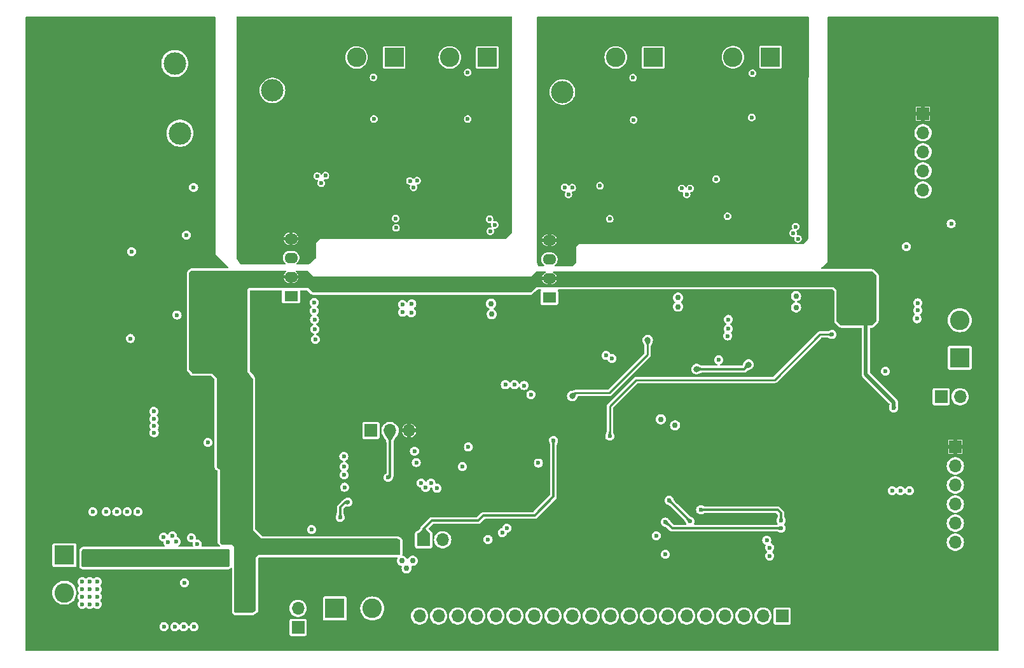
<source format=gbr>
%TF.GenerationSoftware,KiCad,Pcbnew,8.0.5*%
%TF.CreationDate,2025-03-07T14:51:54+05:30*%
%TF.ProjectId,Rapid_Core-RCP,52617069-645f-4436-9f72-652d5243502e,REV 1.0.0*%
%TF.SameCoordinates,PX811ac80PY7212260*%
%TF.FileFunction,Copper,L4,Bot*%
%TF.FilePolarity,Positive*%
%FSLAX46Y46*%
G04 Gerber Fmt 4.6, Leading zero omitted, Abs format (unit mm)*
G04 Created by KiCad (PCBNEW 8.0.5) date 2025-03-07 14:51:54*
%MOMM*%
%LPD*%
G01*
G04 APERTURE LIST*
%TA.AperFunction,ComponentPad*%
%ADD10R,2.600000X2.600000*%
%TD*%
%TA.AperFunction,ComponentPad*%
%ADD11C,2.600000*%
%TD*%
%TA.AperFunction,ComponentPad*%
%ADD12R,1.800000X1.400000*%
%TD*%
%TA.AperFunction,ComponentPad*%
%ADD13O,1.800000X1.400000*%
%TD*%
%TA.AperFunction,ComponentPad*%
%ADD14C,3.000000*%
%TD*%
%TA.AperFunction,ComponentPad*%
%ADD15R,1.700000X1.700000*%
%TD*%
%TA.AperFunction,ComponentPad*%
%ADD16O,1.700000X1.700000*%
%TD*%
%TA.AperFunction,ViaPad*%
%ADD17C,0.800000*%
%TD*%
%TA.AperFunction,ViaPad*%
%ADD18C,0.750000*%
%TD*%
%TA.AperFunction,ViaPad*%
%ADD19C,0.600000*%
%TD*%
%TA.AperFunction,Conductor*%
%ADD20C,0.300000*%
%TD*%
%TA.AperFunction,Conductor*%
%ADD21C,0.250000*%
%TD*%
%TA.AperFunction,Conductor*%
%ADD22C,0.500000*%
%TD*%
G04 APERTURE END LIST*
D10*
%TO.P,J13,1,Pin_1*%
%TO.N,/Project_Architecture/Comm - Isolated_RS-485/RS_485_1_A*%
X99424000Y79362000D03*
D11*
%TO.P,J13,2,Pin_2*%
%TO.N,/Project_Architecture/Comm - Isolated_RS-485/RS_485_1_B*%
X94424000Y79362000D03*
%TD*%
D12*
%TO.P,U2,1,-VIN*%
%TO.N,GND1*%
X35591500Y47549500D03*
D13*
%TO.P,U2,2,+VIN*%
%TO.N,+5V*%
X35591500Y50089500D03*
%TO.P,U2,3,-VOUT*%
%TO.N,GND2*%
X35591500Y52629499D03*
%TO.P,U2,4,+VOUT*%
%TO.N,+5VA*%
X35591500Y55169500D03*
%TD*%
D14*
%TO.P,TP4,1,TP*%
%TO.N,GND2*%
X71724000Y74712000D03*
%TD*%
D15*
%TO.P,J7,1,Pin_1*%
%TO.N,/Project_Architecture/Comm - LIN/LIN1_CMD_R*%
X36524000Y3387000D03*
D16*
%TO.P,J7,2,Pin_2*%
%TO.N,/Project_Architecture/Comm - LIN/LIN1*%
X36524000Y5927000D03*
%TD*%
D15*
%TO.P,J2,1,Pin_1*%
%TO.N,GND1*%
X46234000Y29612000D03*
D16*
%TO.P,J2,2,Pin_2*%
%TO.N,/Project_Architecture/MCU/HSE_SEL*%
X48774000Y29612000D03*
%TO.P,J2,3,Pin_3*%
%TO.N,+3.3V*%
X51313999Y29612000D03*
%TD*%
D10*
%TO.P,J10,1,Pin_1*%
%TO.N,/Project_Architecture/Comm - LIN/LIN2*%
X124624000Y39312000D03*
D11*
%TO.P,J10,2,Pin_2*%
%TO.N,GND1*%
X124624000Y44312000D03*
%TD*%
D15*
%TO.P,J6,1,Pin_1*%
%TO.N,+3.3V*%
X119724000Y71832000D03*
D16*
%TO.P,J6,2,Pin_2*%
%TO.N,/Project_Architecture/GPIO/SW_CLK*%
X119724000Y69292000D03*
%TO.P,J6,3,Pin_3*%
%TO.N,/Project_Architecture/GPIO/SWDIO*%
X119724000Y66752001D03*
%TO.P,J6,4,Pin_4*%
%TO.N,/Project_Architecture/GPIO/NRST*%
X119724000Y64212000D03*
%TO.P,J6,5,Pin_5*%
%TO.N,GND1*%
X119724000Y61672000D03*
%TD*%
D12*
%TO.P,U1,1,-VIN*%
%TO.N,GND1*%
X69991500Y47349500D03*
D13*
%TO.P,U1,2,+VIN*%
%TO.N,+5V*%
X69991500Y49889500D03*
%TO.P,U1,3,-VOUT*%
%TO.N,GND2*%
X69991500Y52429499D03*
%TO.P,U1,4,+VOUT*%
%TO.N,+5VA*%
X69991500Y54969500D03*
%TD*%
D10*
%TO.P,J1,1,Pin_1*%
%TO.N,VBAT*%
X5424000Y13012000D03*
D11*
%TO.P,J1,2,Pin_2*%
%TO.N,GND1*%
X5424000Y8012000D03*
%TD*%
D15*
%TO.P,J5,1,Pin_1*%
%TO.N,/Project_Architecture/GPIO/I2C_SDA_1*%
X100964000Y4912000D03*
D16*
%TO.P,J5,2,Pin_2*%
%TO.N,/Project_Architecture/GPIO/I2C_SCL_1*%
X98424000Y4912000D03*
%TO.P,J5,3,Pin_3*%
%TO.N,GND1*%
X95884000Y4912000D03*
%TO.P,J5,4,Pin_4*%
%TO.N,/Project_Architecture/GPIO/GPIO_10*%
X93344000Y4912000D03*
%TO.P,J5,5,Pin_5*%
%TO.N,/Project_Architecture/GPIO/GPIO_9*%
X90804000Y4912000D03*
%TO.P,J5,6,Pin_6*%
%TO.N,/Project_Architecture/GPIO/GPIO_8*%
X88264000Y4912000D03*
%TO.P,J5,7,Pin_7*%
%TO.N,/Project_Architecture/GPIO/GPIO_7*%
X85724000Y4912000D03*
%TO.P,J5,8,Pin_8*%
%TO.N,/Project_Architecture/GPIO/GPIO_6*%
X83184000Y4912000D03*
%TO.P,J5,9,Pin_9*%
%TO.N,/Project_Architecture/GPIO/GPIO_5*%
X80644000Y4912000D03*
%TO.P,J5,10,Pin_10*%
%TO.N,/Project_Architecture/GPIO/GPIO_4*%
X78104000Y4912000D03*
%TO.P,J5,11,Pin_11*%
%TO.N,/Project_Architecture/GPIO/GPIO_3*%
X75564000Y4912000D03*
%TO.P,J5,12,Pin_12*%
%TO.N,/Project_Architecture/GPIO/GPIO_2*%
X73024000Y4912000D03*
%TO.P,J5,13,Pin_13*%
%TO.N,/Project_Architecture/GPIO/GPIO_1*%
X70484000Y4912000D03*
%TO.P,J5,14,Pin_14*%
%TO.N,/Project_Architecture/GPIO/ADC_INP5*%
X67944000Y4912000D03*
%TO.P,J5,15,Pin_15*%
%TO.N,/Project_Architecture/GPIO/ADC_INP9*%
X65404000Y4912000D03*
%TO.P,J5,16,Pin_16*%
%TO.N,/Project_Architecture/GPIO/ADC_INP8*%
X62864000Y4912000D03*
%TO.P,J5,17,Pin_17*%
%TO.N,/Project_Architecture/GPIO/ADC_INP4*%
X60324000Y4912000D03*
%TO.P,J5,18,Pin_18*%
%TO.N,/Project_Architecture/GPIO/SPI1_MOSI*%
X57784000Y4912000D03*
%TO.P,J5,19,Pin_19*%
%TO.N,/Project_Architecture/GPIO/SPI1_MISO*%
X55244000Y4912000D03*
%TO.P,J5,20,Pin_20*%
%TO.N,/Project_Architecture/GPIO/SPI1_SCK*%
X52704000Y4912000D03*
%TD*%
D10*
%TO.P,J11,1,Pin_1*%
%TO.N,/Project_Architecture/Comm - Isolated_CAN/CAN_1_L*%
X49324000Y79312000D03*
D11*
%TO.P,J11,2,Pin_2*%
%TO.N,/Project_Architecture/Comm - Isolated_CAN/CAN_1_H*%
X44324000Y79312000D03*
%TD*%
D14*
%TO.P,TP6,1,TP*%
%TO.N,GND1*%
X20124000Y78512000D03*
%TD*%
D10*
%TO.P,J12,1,Pin_1*%
%TO.N,/Project_Architecture/Comm - Isolated_CAN/CAN_2_L*%
X61724000Y79312000D03*
D11*
%TO.P,J12,2,Pin_2*%
%TO.N,/Project_Architecture/Comm - Isolated_CAN/CAN_2_H*%
X56724000Y79312000D03*
%TD*%
D15*
%TO.P,J4,1,Pin_1*%
%TO.N,+3.3V*%
X124024000Y27442000D03*
D16*
%TO.P,J4,2,Pin_2*%
%TO.N,/Project_Architecture/GPIO/USART_CLK*%
X124024000Y24902000D03*
%TO.P,J4,3,Pin_3*%
%TO.N,/Project_Architecture/GPIO/USART_RX*%
X124024000Y22362000D03*
%TO.P,J4,4,Pin_4*%
%TO.N,/Project_Architecture/GPIO/USART_TX*%
X124024000Y19822000D03*
%TO.P,J4,5,Pin_5*%
%TO.N,GND1*%
X124024000Y17282000D03*
%TO.P,J4,6,Pin_6*%
X124024000Y14742000D03*
%TD*%
D10*
%TO.P,J14,1,Pin_1*%
%TO.N,/Project_Architecture/Comm - Isolated_RS-485/RS_485_2_A*%
X83824000Y79312000D03*
D11*
%TO.P,J14,2,Pin_2*%
%TO.N,/Project_Architecture/Comm - Isolated_RS-485/RS_485_2_B*%
X78824000Y79312000D03*
%TD*%
D10*
%TO.P,J8,1,Pin_1*%
%TO.N,/Project_Architecture/Comm - LIN/LIN1*%
X41424000Y5912000D03*
D11*
%TO.P,J8,2,Pin_2*%
%TO.N,GND1*%
X46424000Y5912000D03*
%TD*%
D14*
%TO.P,TP7,1,TP*%
%TO.N,GND2*%
X33124000Y74912000D03*
%TD*%
%TO.P,TP5,1,TP*%
%TO.N,GND1*%
X20824000Y69212000D03*
%TD*%
D15*
%TO.P,J9,1,Pin_1*%
%TO.N,/Project_Architecture/Comm - LIN/LIN2_CMD_R*%
X122124000Y34112000D03*
D16*
%TO.P,J9,2,Pin_2*%
%TO.N,/Project_Architecture/Comm - LIN/LIN2*%
X124664000Y34112000D03*
%TD*%
D15*
%TO.P,J3,1,Pin_1*%
%TO.N,/Project_Architecture/MCU/BOOT0*%
X53249000Y15062000D03*
D16*
%TO.P,J3,2,Pin_2*%
%TO.N,/Project_Architecture/MCU/BOOT_SEL*%
X55789000Y15062000D03*
%TD*%
D17*
%TO.N,/Project_Architecture/Comm - Isolated_RS-485/RS-485_1_EN*%
X96500000Y38400000D03*
X89600000Y37800000D03*
D18*
%TO.N,GND1*%
X102824000Y46012000D03*
D19*
X63724000Y16012000D03*
X50474000Y45362000D03*
X21403000Y9333000D03*
X64124000Y35712000D03*
X67524000Y34412000D03*
X66624000Y35612000D03*
X77524000Y39612000D03*
X84224000Y15612000D03*
D18*
X84824000Y31112000D03*
D19*
X52274000Y25362000D03*
X14224000Y41874500D03*
X21324000Y3462000D03*
X19824000Y15612000D03*
X114724000Y37512000D03*
X55024000Y21912000D03*
X22324000Y15312000D03*
X98924000Y15012000D03*
X8794000Y8477343D03*
X64324000Y16612000D03*
X17324000Y31162000D03*
X20124000Y3462000D03*
X38674000Y46662000D03*
X9794000Y6477343D03*
X117524000Y54112000D03*
X99324000Y12912000D03*
X38724000Y44412000D03*
X54224000Y22612000D03*
X119024000Y45612000D03*
X78324000Y39212000D03*
X38824000Y41762000D03*
X23124000Y14512000D03*
X51674000Y46462000D03*
X59205250Y27412000D03*
X17324000Y32162000D03*
X85424000Y13112000D03*
X8794000Y9477343D03*
X38324000Y16412000D03*
X20424000Y45012000D03*
X92524000Y39012000D03*
X61824000Y15112000D03*
X117924000Y21612000D03*
D18*
X102824000Y47512000D03*
D19*
X58405250Y24812000D03*
D18*
X87124000Y47312000D03*
D19*
X17374000Y30212000D03*
X42624000Y26162000D03*
X8794000Y6477343D03*
X9794000Y9477343D03*
X53524000Y22012000D03*
X42674000Y24812000D03*
X14374000Y53462000D03*
X24524000Y28012000D03*
X123474000Y57162000D03*
D18*
X51786500Y12262000D03*
D19*
X93724000Y42212000D03*
X50424000Y46412000D03*
X19224000Y14712000D03*
X22624000Y62012000D03*
X99324000Y14012000D03*
X93774000Y43162000D03*
X21674000Y55662000D03*
X20324000Y14812000D03*
X118924000Y44512000D03*
X7794000Y9477343D03*
X52924000Y22612000D03*
X9794000Y8477343D03*
X8794000Y7477343D03*
X18674000Y3512000D03*
X9794000Y7477343D03*
X7794000Y6477343D03*
X17374000Y29312000D03*
X38774000Y43112000D03*
X93824000Y44412000D03*
D18*
X50386500Y12262000D03*
X50986500Y11262000D03*
D19*
X22674000Y3462000D03*
X68524000Y25287000D03*
X42724000Y22062000D03*
X42674000Y23712000D03*
X119024000Y46612000D03*
X7794000Y7477343D03*
X116724000Y21612000D03*
X18624000Y15412000D03*
X51624000Y45312000D03*
X52024000Y26862000D03*
D18*
X87124000Y46112000D03*
D19*
X38674000Y45562000D03*
D18*
X86724000Y30312000D03*
D19*
X65324000Y35712000D03*
X115624000Y21612000D03*
D18*
X62224000Y46512000D03*
D19*
X7794000Y8477343D03*
D18*
X62324000Y45112000D03*
D19*
%TO.N,VBAT*%
X26324000Y13112000D03*
X11124000Y12012000D03*
X9524000Y12112000D03*
X12024000Y13112000D03*
X12824000Y12112000D03*
X8924000Y13112000D03*
X26824000Y12212000D03*
X10324000Y13112000D03*
%TO.N,+5V*%
X112124000Y45612000D03*
X28794000Y6477343D03*
X29724000Y26512000D03*
X112024000Y48012000D03*
X115824000Y32612000D03*
X28794000Y7477343D03*
X28794000Y10477343D03*
X28794000Y8477343D03*
X44124000Y14612000D03*
X112124000Y44312000D03*
X45324000Y13712000D03*
X29794000Y6477343D03*
X29794000Y7477343D03*
X45124000Y14612000D03*
X22824000Y38312000D03*
D18*
X110424000Y44412000D03*
D19*
X29794000Y8477343D03*
X27024000Y25812000D03*
X27824000Y25112000D03*
X29794000Y9477343D03*
X29724000Y23712000D03*
X28724000Y25812000D03*
X28794000Y9477343D03*
X33674000Y14112000D03*
X29724000Y25112000D03*
X44224000Y13712000D03*
X26324000Y25112000D03*
X29794000Y10477343D03*
X26324000Y26512000D03*
X22924000Y48112000D03*
X112124000Y46812000D03*
X28724000Y23212000D03*
X28724000Y24312000D03*
X27824000Y26512000D03*
%TO.N,+3.3V*%
X75624000Y46212000D03*
X81724000Y32312000D03*
X89074000Y40412000D03*
X44074000Y42512000D03*
X63624000Y24712000D03*
X74774000Y45462000D03*
X22794000Y33477343D03*
X74724000Y42762000D03*
X89074000Y41462000D03*
X66824000Y14612000D03*
X62524000Y25112000D03*
X56424000Y44112000D03*
X81324000Y16812000D03*
X22794000Y34477343D03*
X24794000Y34477343D03*
X54624000Y19812000D03*
X24794000Y33477343D03*
X74774000Y43962000D03*
X63324000Y27912000D03*
X64024000Y27212000D03*
X42774000Y41312000D03*
X56424000Y43112000D03*
X44074000Y43812000D03*
X55074000Y41112000D03*
X23794000Y33477343D03*
X21794000Y34477343D03*
X94200000Y14400000D03*
X118124000Y16712000D03*
X116924000Y16712000D03*
X53124000Y19712000D03*
X14824000Y62012000D03*
X56424000Y42062000D03*
X89074000Y42712000D03*
X62624000Y31012000D03*
X74824000Y46962000D03*
X64424000Y30912000D03*
X80824000Y32612000D03*
X94200000Y13200000D03*
X61024000Y31112000D03*
X56374000Y41062000D03*
X89124000Y43962000D03*
X118024000Y51862000D03*
X52724000Y20612000D03*
D18*
X108424000Y22112000D03*
D19*
X23794000Y34477343D03*
X54024000Y20612000D03*
X63924000Y14612000D03*
X21794000Y33477343D03*
X44074000Y41312000D03*
X115824000Y16912000D03*
D18*
X108324000Y16112000D03*
D19*
%TO.N,/Project_Architecture/GPIO/NRST*%
X78024000Y28862000D03*
X107600000Y42400000D03*
%TO.N,GND2*%
X97024000Y77212000D03*
X62124000Y56162000D03*
X59124000Y71112000D03*
X46624000Y71112000D03*
X87624000Y61862000D03*
X49574000Y56612000D03*
X81124000Y76612000D03*
X103074000Y55162000D03*
X39074000Y63512000D03*
X59124000Y77312000D03*
X51424000Y62862000D03*
X102424000Y55912000D03*
X96924000Y71312000D03*
X72024000Y62012000D03*
X40174000Y63562000D03*
X72524000Y61062000D03*
X102774000Y56762000D03*
X88274000Y61062000D03*
X76724000Y62212000D03*
X92204000Y63102000D03*
X73024000Y61962000D03*
X93699000Y58172000D03*
X39624000Y62562000D03*
X52374000Y62912000D03*
X88724000Y61862000D03*
X62724000Y57012000D03*
X51924000Y62012000D03*
X46574000Y76662000D03*
X81208000Y70996000D03*
X78024000Y57812000D03*
X62024000Y57762000D03*
X49524000Y57862000D03*
%TO.N,+5VA*%
X75124000Y60962000D03*
X89924000Y61912000D03*
X54824000Y62712000D03*
X54224000Y61812000D03*
X53824000Y62712000D03*
X41574000Y63612000D03*
X42624000Y63612000D03*
X90874000Y61962000D03*
X42174000Y62612000D03*
X90474000Y61112000D03*
X74424000Y61662000D03*
X101524000Y63092000D03*
X85724000Y62212000D03*
%TO.N,/Project_Architecture/Comm - LIN/LIN1_EN*%
X43174000Y20062000D03*
X42136500Y18062000D03*
%TO.N,/Project_Architecture/MCU/BOOT0*%
X70524000Y28312000D03*
D17*
%TO.N,/Project_Architecture/Comm - Isolated_RS-485/RS-485_2_TX*%
X83074000Y41662000D03*
X73024000Y34212000D03*
D19*
%TO.N,/Project_Architecture/MCU/SPI_MISO_FLASH*%
X90124000Y19062000D03*
X100824000Y17612000D03*
%TO.N,/Project_Architecture/MCU/SPI_NSS{slash}CS_FLASH*%
X85424000Y17412000D03*
X100824000Y16612000D03*
%TO.N,/Project_Architecture/MCU/SPI_HOLD_FLASH*%
X88724000Y17512000D03*
X85924000Y20312000D03*
%TO.N,/Project_Architecture/MCU/HSE_SEL*%
X48524000Y23362000D03*
%TO.N,GND1*%
X15200000Y18800000D03*
X11000000Y18800000D03*
X12400000Y18800000D03*
X13800000Y18800000D03*
X9200000Y18800000D03*
%TD*%
D20*
%TO.N,/Project_Architecture/Comm - Isolated_RS-485/RS-485_1_EN*%
X95900000Y37800000D02*
X96500000Y38400000D01*
X89600000Y37800000D02*
X95900000Y37800000D01*
D21*
%TO.N,/Project_Architecture/GPIO/NRST*%
X78024000Y32862000D02*
X78024000Y28862000D01*
X81524000Y36362000D02*
X78024000Y32862000D01*
X106000000Y42400000D02*
X99962000Y36362000D01*
X99962000Y36362000D02*
X81524000Y36362000D01*
X107600000Y42400000D02*
X106000000Y42400000D01*
D22*
%TO.N,+5V*%
X115824000Y33412000D02*
X112124000Y37112000D01*
X115824000Y32612000D02*
X115824000Y33412000D01*
X112124000Y37112000D02*
X112124000Y44312000D01*
D20*
%TO.N,/Project_Architecture/Comm - LIN/LIN1_EN*%
X43174000Y20062000D02*
X42824000Y20062000D01*
X42824000Y20062000D02*
X42136500Y19374500D01*
X42136500Y19374500D02*
X42136500Y18062000D01*
%TO.N,/Project_Architecture/MCU/BOOT0*%
X53249000Y16554000D02*
X53249000Y14794000D01*
X70524000Y28312000D02*
X70524000Y20812000D01*
X54307000Y17612000D02*
X53249000Y16554000D01*
X70524000Y20812000D02*
X68024000Y18312000D01*
X61224000Y18312000D02*
X60524000Y17612000D01*
X68024000Y18312000D02*
X61224000Y18312000D01*
X60524000Y17612000D02*
X54307000Y17612000D01*
D21*
%TO.N,/Project_Architecture/Comm - Isolated_RS-485/RS-485_2_TX*%
X77924000Y34612000D02*
X83074000Y39762000D01*
X73024000Y34212000D02*
X73424000Y34612000D01*
X83074000Y39762000D02*
X83074000Y41662000D01*
X73424000Y34612000D02*
X77924000Y34612000D01*
D20*
%TO.N,/Project_Architecture/MCU/SPI_MISO_FLASH*%
X90124000Y19062000D02*
X100374000Y19062000D01*
X100824000Y18612000D02*
X100824000Y17612000D01*
X100374000Y19062000D02*
X100824000Y18612000D01*
%TO.N,/Project_Architecture/MCU/SPI_NSS{slash}CS_FLASH*%
X85424000Y17412000D02*
X85524000Y17412000D01*
X85524000Y17412000D02*
X86324000Y16612000D01*
X86324000Y16612000D02*
X100824000Y16612000D01*
%TO.N,/Project_Architecture/MCU/SPI_HOLD_FLASH*%
X85924000Y20312000D02*
X88724000Y17512000D01*
%TO.N,/Project_Architecture/MCU/HSE_SEL*%
X48774000Y23612000D02*
X48774000Y29612000D01*
X48524000Y23362000D02*
X48774000Y23612000D01*
%TD*%
%TA.AperFunction,Conductor*%
%TO.N,VBAT*%
G36*
X27339677Y13792315D02*
G01*
X27360319Y13775681D01*
X27387681Y13748319D01*
X27421166Y13686996D01*
X27424000Y13660638D01*
X27424000Y11663362D01*
X27404315Y11596323D01*
X27387681Y11575681D01*
X27260319Y11448319D01*
X27198996Y11414834D01*
X27172638Y11412000D01*
X7953272Y11412000D01*
X7897818Y11425091D01*
X7792546Y11477727D01*
X7741387Y11525314D01*
X7724000Y11588636D01*
X7724000Y13582728D01*
X7737091Y13638182D01*
X7789727Y13743454D01*
X7837314Y13794613D01*
X7900636Y13812000D01*
X27272638Y13812000D01*
X27339677Y13792315D01*
G37*
%TD.AperFunction*%
%TD*%
%TA.AperFunction,Conductor*%
%TO.N,+5V*%
G36*
X34914328Y50893093D02*
G01*
X34950292Y50843593D01*
X34950292Y50782407D01*
X34914328Y50732907D01*
X34911139Y50730685D01*
X34881530Y50710902D01*
X34770102Y50599474D01*
X34770099Y50599470D01*
X34682552Y50468450D01*
X34682548Y50468441D01*
X34629139Y50339500D01*
X35158488Y50339500D01*
X35125575Y50282493D01*
X35091500Y50155326D01*
X35091500Y50023674D01*
X35125575Y49896507D01*
X35158488Y49839500D01*
X34629139Y49839500D01*
X34682548Y49710560D01*
X34682552Y49710551D01*
X34770099Y49579531D01*
X34770102Y49579527D01*
X34881526Y49468103D01*
X34881530Y49468100D01*
X35012550Y49380553D01*
X35012559Y49380549D01*
X35158150Y49320243D01*
X35312704Y49289501D01*
X35312708Y49289500D01*
X35341499Y49289500D01*
X35341500Y49289501D01*
X35341500Y49656488D01*
X35398507Y49623575D01*
X35525674Y49589500D01*
X35657326Y49589500D01*
X35784493Y49623575D01*
X35841500Y49656488D01*
X35841500Y49289501D01*
X35841501Y49289500D01*
X35870292Y49289500D01*
X35870295Y49289501D01*
X36024849Y49320243D01*
X36170440Y49380549D01*
X36170449Y49380553D01*
X36301469Y49468100D01*
X36301473Y49468103D01*
X36412897Y49579527D01*
X36412900Y49579531D01*
X36500447Y49710551D01*
X36500451Y49710560D01*
X36553861Y49839500D01*
X36024512Y49839500D01*
X36057425Y49896507D01*
X36091500Y50023674D01*
X36091500Y50155326D01*
X36057425Y50282493D01*
X36024512Y50339500D01*
X36553860Y50339500D01*
X36500451Y50468441D01*
X36500447Y50468450D01*
X36412900Y50599470D01*
X36412897Y50599474D01*
X36301469Y50710902D01*
X36271861Y50730685D01*
X36233982Y50778735D01*
X36231580Y50839873D01*
X36265573Y50890747D01*
X36322977Y50911924D01*
X36326863Y50912000D01*
X37779077Y50912000D01*
X37837268Y50893093D01*
X37853582Y50878192D01*
X38524000Y50112000D01*
X67523999Y50112000D01*
X67524000Y50112000D01*
X68195004Y50783004D01*
X68249521Y50810781D01*
X68265008Y50812000D01*
X69430404Y50812000D01*
X69488595Y50793093D01*
X69524559Y50743593D01*
X69524559Y50682407D01*
X69488595Y50632907D01*
X69468290Y50621536D01*
X69412559Y50598452D01*
X69412550Y50598448D01*
X69281530Y50510901D01*
X69281526Y50510898D01*
X69170102Y50399474D01*
X69170099Y50399470D01*
X69082552Y50268450D01*
X69082548Y50268441D01*
X69029139Y50139500D01*
X69558488Y50139500D01*
X69525575Y50082493D01*
X69491500Y49955326D01*
X69491500Y49823674D01*
X69525575Y49696507D01*
X69558488Y49639500D01*
X69029139Y49639500D01*
X69082548Y49510560D01*
X69082552Y49510551D01*
X69170099Y49379531D01*
X69170102Y49379527D01*
X69281526Y49268103D01*
X69281530Y49268100D01*
X69412550Y49180553D01*
X69412559Y49180549D01*
X69558150Y49120243D01*
X69712704Y49089501D01*
X69712708Y49089500D01*
X69741499Y49089500D01*
X69741500Y49089501D01*
X69741500Y49456488D01*
X69798507Y49423575D01*
X69925674Y49389500D01*
X70057326Y49389500D01*
X70184493Y49423575D01*
X70241500Y49456488D01*
X70241500Y49089501D01*
X70241501Y49089500D01*
X70270292Y49089500D01*
X70270295Y49089501D01*
X70424849Y49120243D01*
X70570440Y49180549D01*
X70570449Y49180553D01*
X70701469Y49268100D01*
X70701473Y49268103D01*
X70812897Y49379527D01*
X70812900Y49379531D01*
X70900447Y49510551D01*
X70900451Y49510560D01*
X70953861Y49639500D01*
X70424512Y49639500D01*
X70457425Y49696507D01*
X70491500Y49823674D01*
X70491500Y49955326D01*
X70457425Y50082493D01*
X70424512Y50139500D01*
X70953860Y50139500D01*
X70900451Y50268441D01*
X70900447Y50268450D01*
X70812900Y50399470D01*
X70812897Y50399474D01*
X70701473Y50510898D01*
X70701469Y50510901D01*
X70570449Y50598448D01*
X70570440Y50598452D01*
X70514710Y50621536D01*
X70468185Y50661273D01*
X70453901Y50720767D01*
X70477316Y50777295D01*
X70529485Y50809265D01*
X70552596Y50812000D01*
X112888157Y50812000D01*
X112946348Y50793093D01*
X112951535Y50789054D01*
X113488378Y50341685D01*
X113520977Y50289907D01*
X113524000Y50265631D01*
X113524000Y44253008D01*
X113505093Y44194817D01*
X113495004Y44183004D01*
X112952996Y43640996D01*
X112898479Y43613219D01*
X112882992Y43612000D01*
X108859843Y43612000D01*
X108801652Y43630907D01*
X108796465Y43634946D01*
X108259622Y44082315D01*
X108227023Y44134093D01*
X108224000Y44158369D01*
X108224000Y48311999D01*
X108224000Y48312000D01*
X107824000Y48712000D01*
X107823999Y48712000D01*
X68323999Y48712000D01*
X67551994Y48036495D01*
X67495750Y48012405D01*
X67486802Y48012000D01*
X38560622Y48012000D01*
X38502431Y48030907D01*
X38496194Y48035834D01*
X37824000Y48612000D01*
X30024000Y48612000D01*
X29824000Y48412000D01*
X29824000Y37412000D01*
X30503146Y36538812D01*
X30523947Y36481272D01*
X30524000Y36478033D01*
X30524000Y16312000D01*
X31624000Y15212000D01*
X49794025Y15212000D01*
X49848940Y15195373D01*
X50079915Y15041390D01*
X50117845Y14993380D01*
X50124000Y14959017D01*
X50124000Y13173185D01*
X50105093Y13114994D01*
X50069274Y13084637D01*
X49944904Y13022452D01*
X49900630Y13012000D01*
X31224000Y13012000D01*
X30924000Y12712000D01*
X30924000Y12711999D01*
X30924000Y5668053D01*
X30905093Y5609862D01*
X30875935Y5583161D01*
X30447513Y5326108D01*
X30396578Y5312000D01*
X28265008Y5312000D01*
X28206817Y5330907D01*
X28195004Y5340996D01*
X28052996Y5483004D01*
X28025219Y5537521D01*
X28024000Y5553008D01*
X28024000Y14111999D01*
X28024000Y14112000D01*
X27724000Y14412000D01*
X27723999Y14412000D01*
X26465008Y14412000D01*
X26406817Y14430907D01*
X26395004Y14440996D01*
X26152996Y14683004D01*
X26125219Y14737521D01*
X26124000Y14753008D01*
X26124000Y24412001D01*
X25763600Y24682301D01*
X25728392Y24732341D01*
X25724000Y24761501D01*
X25724000Y36512001D01*
X25124001Y37212000D01*
X25124000Y37212000D01*
X22471582Y37212000D01*
X22413391Y37230907D01*
X22394276Y37249155D01*
X22045694Y37684883D01*
X22024107Y37742134D01*
X22024000Y37746728D01*
X22024000Y50570992D01*
X22042907Y50629183D01*
X22052996Y50640996D01*
X22295004Y50883004D01*
X22349521Y50910781D01*
X22365008Y50912000D01*
X34856137Y50912000D01*
X34914328Y50893093D01*
G37*
%TD.AperFunction*%
%TD*%
%TA.AperFunction,Conductor*%
%TO.N,+5VA*%
G36*
X104483191Y84730593D02*
G01*
X104519155Y84681093D01*
X104524000Y84650500D01*
X104524000Y82212000D01*
X104482087Y70853544D01*
X104424134Y55148415D01*
X104405012Y55090294D01*
X104400301Y55084352D01*
X103853633Y54446572D01*
X103801408Y54414695D01*
X103778467Y54412000D01*
X73924000Y54412000D01*
X73923999Y54412000D01*
X73923998Y54411999D01*
X73524000Y54112001D01*
X73524000Y51953008D01*
X73505093Y51894817D01*
X73495004Y51883004D01*
X73152996Y51540996D01*
X73098479Y51513219D01*
X73082992Y51512000D01*
X70765582Y51512000D01*
X70707391Y51530907D01*
X70671427Y51580407D01*
X70671427Y51641593D01*
X70707391Y51691093D01*
X70710580Y51693315D01*
X70765535Y51730035D01*
X70890964Y51855464D01*
X70989513Y52002952D01*
X71057394Y52166833D01*
X71092000Y52340808D01*
X71092000Y52518190D01*
X71057394Y52692165D01*
X70989514Y52856044D01*
X70989514Y52856045D01*
X70890964Y53003534D01*
X70765534Y53128964D01*
X70618044Y53227514D01*
X70454166Y53295393D01*
X70280193Y53329999D01*
X70280191Y53329999D01*
X69702809Y53329999D01*
X69702806Y53329999D01*
X69528834Y53295393D01*
X69528832Y53295393D01*
X69364955Y53227514D01*
X69364954Y53227514D01*
X69217465Y53128964D01*
X69092035Y53003534D01*
X68993485Y52856045D01*
X68993485Y52856044D01*
X68925606Y52692167D01*
X68925606Y52692165D01*
X68891000Y52518193D01*
X68891000Y52340806D01*
X68925606Y52166834D01*
X68925606Y52166832D01*
X68993485Y52002955D01*
X68993485Y52002954D01*
X69092035Y51855465D01*
X69217465Y51730035D01*
X69272420Y51693315D01*
X69310299Y51645265D01*
X69312701Y51584127D01*
X69278708Y51533254D01*
X69221305Y51512076D01*
X69217418Y51512000D01*
X68591026Y51512000D01*
X68532835Y51530907D01*
X68499107Y51574232D01*
X68331081Y51994298D01*
X68324000Y52031066D01*
X68324000Y55219500D01*
X69029139Y55219500D01*
X69558488Y55219500D01*
X69525575Y55162493D01*
X69491500Y55035326D01*
X69491500Y54903674D01*
X69525575Y54776507D01*
X69558488Y54719500D01*
X69029139Y54719500D01*
X69082548Y54590560D01*
X69082552Y54590551D01*
X69170099Y54459531D01*
X69170102Y54459527D01*
X69281526Y54348103D01*
X69281530Y54348100D01*
X69412550Y54260553D01*
X69412559Y54260549D01*
X69558150Y54200243D01*
X69712704Y54169501D01*
X69712708Y54169500D01*
X69741499Y54169500D01*
X69741500Y54169501D01*
X69741500Y54536488D01*
X69798507Y54503575D01*
X69925674Y54469500D01*
X70057326Y54469500D01*
X70184493Y54503575D01*
X70241500Y54536488D01*
X70241500Y54169501D01*
X70241501Y54169500D01*
X70270292Y54169500D01*
X70270295Y54169501D01*
X70424849Y54200243D01*
X70570440Y54260549D01*
X70570449Y54260553D01*
X70701469Y54348100D01*
X70701473Y54348103D01*
X70812897Y54459527D01*
X70812900Y54459531D01*
X70900447Y54590551D01*
X70900451Y54590560D01*
X70953861Y54719500D01*
X70424512Y54719500D01*
X70457425Y54776507D01*
X70491500Y54903674D01*
X70491500Y55035326D01*
X70457425Y55162493D01*
X70424512Y55219500D01*
X70953860Y55219500D01*
X70900451Y55348441D01*
X70900447Y55348450D01*
X70812900Y55479470D01*
X70812897Y55479474D01*
X70701473Y55590898D01*
X70701469Y55590901D01*
X70570449Y55678448D01*
X70570440Y55678452D01*
X70424849Y55738758D01*
X70270295Y55769500D01*
X70241501Y55769500D01*
X70241500Y55769499D01*
X70241500Y55402512D01*
X70184493Y55435425D01*
X70057326Y55469500D01*
X69925674Y55469500D01*
X69798507Y55435425D01*
X69741500Y55402512D01*
X69741500Y55769499D01*
X69741499Y55769500D01*
X69712704Y55769500D01*
X69558150Y55738758D01*
X69412559Y55678452D01*
X69412550Y55678448D01*
X69281530Y55590901D01*
X69281526Y55590898D01*
X69170102Y55479474D01*
X69170099Y55479470D01*
X69082552Y55348450D01*
X69082548Y55348441D01*
X69029139Y55219500D01*
X68324000Y55219500D01*
X68324000Y55912003D01*
X101918353Y55912003D01*
X101918353Y55911998D01*
X101938834Y55769544D01*
X101979086Y55681407D01*
X101998623Y55638627D01*
X102080493Y55544143D01*
X102092873Y55529856D01*
X102213942Y55452050D01*
X102213947Y55452047D01*
X102320403Y55420789D01*
X102352035Y55411501D01*
X102352036Y55411501D01*
X102352039Y55411500D01*
X102352041Y55411500D01*
X102489973Y55411500D01*
X102548164Y55392593D01*
X102584128Y55343093D01*
X102587965Y55298411D01*
X102568353Y55162003D01*
X102568353Y55161998D01*
X102588834Y55019544D01*
X102641751Y54903674D01*
X102648623Y54888627D01*
X102742872Y54779857D01*
X102742873Y54779856D01*
X102836791Y54719499D01*
X102863947Y54702047D01*
X102970403Y54670789D01*
X103002035Y54661501D01*
X103002036Y54661501D01*
X103002039Y54661500D01*
X103002041Y54661500D01*
X103145959Y54661500D01*
X103145961Y54661500D01*
X103284053Y54702047D01*
X103405128Y54779857D01*
X103499377Y54888627D01*
X103559165Y55019543D01*
X103579647Y55162000D01*
X103579576Y55162493D01*
X103559165Y55304457D01*
X103518914Y55392593D01*
X103499377Y55435373D01*
X103405128Y55544143D01*
X103405127Y55544144D01*
X103405126Y55544145D01*
X103284057Y55621951D01*
X103284054Y55621953D01*
X103284053Y55621953D01*
X103284050Y55621954D01*
X103145964Y55662500D01*
X103145961Y55662500D01*
X103008027Y55662500D01*
X102949836Y55681407D01*
X102913872Y55730907D01*
X102910035Y55775589D01*
X102929647Y55911998D01*
X102929647Y55912003D01*
X102909165Y56054457D01*
X102865780Y56149455D01*
X102858805Y56210241D01*
X102888891Y56263519D01*
X102927940Y56285571D01*
X102984053Y56302047D01*
X103105128Y56379857D01*
X103199377Y56488627D01*
X103259165Y56619543D01*
X103279647Y56762000D01*
X103259165Y56904457D01*
X103199377Y57035373D01*
X103105128Y57144143D01*
X103105127Y57144144D01*
X103105126Y57144145D01*
X102984057Y57221951D01*
X102984054Y57221953D01*
X102984053Y57221953D01*
X102984050Y57221954D01*
X102845964Y57262500D01*
X102845961Y57262500D01*
X102702039Y57262500D01*
X102702035Y57262500D01*
X102563949Y57221954D01*
X102563942Y57221951D01*
X102442873Y57144145D01*
X102348622Y57035372D01*
X102288834Y56904457D01*
X102268353Y56762003D01*
X102268353Y56761998D01*
X102288834Y56619544D01*
X102332219Y56524546D01*
X102339194Y56463759D01*
X102309108Y56410482D01*
X102270059Y56388429D01*
X102213946Y56371953D01*
X102213942Y56371951D01*
X102092873Y56294145D01*
X101998622Y56185372D01*
X101938834Y56054457D01*
X101918353Y55912003D01*
X68324000Y55912003D01*
X68324000Y57812003D01*
X77518353Y57812003D01*
X77518353Y57811998D01*
X77538834Y57669544D01*
X77598622Y57538629D01*
X77598623Y57538627D01*
X77692872Y57429857D01*
X77692873Y57429856D01*
X77813942Y57352050D01*
X77813947Y57352047D01*
X77920403Y57320789D01*
X77952035Y57311501D01*
X77952036Y57311501D01*
X77952039Y57311500D01*
X77952041Y57311500D01*
X78095959Y57311500D01*
X78095961Y57311500D01*
X78234053Y57352047D01*
X78355128Y57429857D01*
X78449377Y57538627D01*
X78509165Y57669543D01*
X78526463Y57789856D01*
X78529647Y57811998D01*
X78529647Y57812003D01*
X78509165Y57954457D01*
X78474874Y58029543D01*
X78449377Y58085373D01*
X78374312Y58172003D01*
X93193353Y58172003D01*
X93193353Y58171998D01*
X93213834Y58029544D01*
X93248126Y57954457D01*
X93273623Y57898627D01*
X93348683Y57812003D01*
X93367873Y57789856D01*
X93488942Y57712050D01*
X93488947Y57712047D01*
X93595403Y57680789D01*
X93627035Y57671501D01*
X93627036Y57671501D01*
X93627039Y57671500D01*
X93627041Y57671500D01*
X93770959Y57671500D01*
X93770961Y57671500D01*
X93909053Y57712047D01*
X94030128Y57789857D01*
X94124377Y57898627D01*
X94184165Y58029543D01*
X94204647Y58172000D01*
X94201463Y58194143D01*
X94184165Y58314457D01*
X94124377Y58445372D01*
X94124377Y58445373D01*
X94030128Y58554143D01*
X94030127Y58554144D01*
X94030126Y58554145D01*
X93909057Y58631951D01*
X93909054Y58631953D01*
X93909053Y58631953D01*
X93909050Y58631954D01*
X93770964Y58672500D01*
X93770961Y58672500D01*
X93627039Y58672500D01*
X93627035Y58672500D01*
X93488949Y58631954D01*
X93488942Y58631951D01*
X93367873Y58554145D01*
X93273622Y58445372D01*
X93213834Y58314457D01*
X93193353Y58172003D01*
X78374312Y58172003D01*
X78355128Y58194143D01*
X78355127Y58194144D01*
X78355126Y58194145D01*
X78234057Y58271951D01*
X78234054Y58271953D01*
X78234053Y58271953D01*
X78234050Y58271954D01*
X78095964Y58312500D01*
X78095961Y58312500D01*
X77952039Y58312500D01*
X77952035Y58312500D01*
X77813949Y58271954D01*
X77813942Y58271951D01*
X77692873Y58194145D01*
X77598622Y58085372D01*
X77538834Y57954457D01*
X77518353Y57812003D01*
X68324000Y57812003D01*
X68324000Y62012003D01*
X71518353Y62012003D01*
X71518353Y62011998D01*
X71538834Y61869544D01*
X71561669Y61819544D01*
X71598623Y61738627D01*
X71641948Y61688627D01*
X71692873Y61629856D01*
X71813942Y61552050D01*
X71813947Y61552047D01*
X71916439Y61521953D01*
X71952035Y61511501D01*
X71952036Y61511501D01*
X71952039Y61511500D01*
X71952041Y61511500D01*
X72034458Y61511500D01*
X72092649Y61492593D01*
X72128613Y61443093D01*
X72128613Y61381907D01*
X72109279Y61347671D01*
X72105701Y61343541D01*
X72098622Y61335372D01*
X72038834Y61204457D01*
X72018353Y61062003D01*
X72018353Y61061998D01*
X72038834Y60919544D01*
X72098622Y60788629D01*
X72098623Y60788627D01*
X72192872Y60679857D01*
X72192873Y60679856D01*
X72313942Y60602050D01*
X72313947Y60602047D01*
X72420403Y60570789D01*
X72452035Y60561501D01*
X72452036Y60561501D01*
X72452039Y60561500D01*
X72452041Y60561500D01*
X72595959Y60561500D01*
X72595961Y60561500D01*
X72734053Y60602047D01*
X72855128Y60679857D01*
X72949377Y60788627D01*
X73009165Y60919543D01*
X73029647Y61062000D01*
X73009165Y61204457D01*
X72955771Y61321373D01*
X72948796Y61382160D01*
X72978882Y61435437D01*
X73034538Y61460855D01*
X73045824Y61461500D01*
X73095959Y61461500D01*
X73095961Y61461500D01*
X73234053Y61502047D01*
X73355128Y61579857D01*
X73449377Y61688627D01*
X73509165Y61819543D01*
X73526287Y61938629D01*
X73529647Y61961998D01*
X73529647Y61962003D01*
X73509165Y62104457D01*
X73495046Y62135373D01*
X73460050Y62212003D01*
X76218353Y62212003D01*
X76218353Y62211998D01*
X76238834Y62069544D01*
X76257868Y62027867D01*
X76298623Y61938627D01*
X76365018Y61862003D01*
X76392873Y61829856D01*
X76513942Y61752050D01*
X76513947Y61752047D01*
X76620403Y61720789D01*
X76652035Y61711501D01*
X76652036Y61711501D01*
X76652039Y61711500D01*
X76652041Y61711500D01*
X76795959Y61711500D01*
X76795961Y61711500D01*
X76934053Y61752047D01*
X77055128Y61829857D01*
X77082982Y61862003D01*
X87118353Y61862003D01*
X87118353Y61861998D01*
X87138834Y61719544D01*
X87179794Y61629856D01*
X87198623Y61588627D01*
X87281836Y61492593D01*
X87292873Y61479856D01*
X87348444Y61444143D01*
X87413947Y61402047D01*
X87520403Y61370789D01*
X87552035Y61361501D01*
X87552036Y61361501D01*
X87552039Y61361500D01*
X87552041Y61361500D01*
X87703042Y61361500D01*
X87703042Y61359225D01*
X87752930Y61350603D01*
X87795582Y61306735D01*
X87804304Y61246175D01*
X87796804Y61221910D01*
X87788834Y61204460D01*
X87788834Y61204457D01*
X87768353Y61062003D01*
X87768353Y61061998D01*
X87788834Y60919544D01*
X87848622Y60788629D01*
X87848623Y60788627D01*
X87942872Y60679857D01*
X87942873Y60679856D01*
X88063942Y60602050D01*
X88063947Y60602047D01*
X88170403Y60570789D01*
X88202035Y60561501D01*
X88202036Y60561501D01*
X88202039Y60561500D01*
X88202041Y60561500D01*
X88345959Y60561500D01*
X88345961Y60561500D01*
X88484053Y60602047D01*
X88605128Y60679857D01*
X88699377Y60788627D01*
X88759165Y60919543D01*
X88779647Y61062000D01*
X88759165Y61204457D01*
X88759164Y61204460D01*
X88747739Y61229477D01*
X88740764Y61290264D01*
X88770850Y61343541D01*
X88809897Y61365593D01*
X88934053Y61402047D01*
X89055128Y61479857D01*
X89149377Y61588627D01*
X89209165Y61719543D01*
X89223543Y61819544D01*
X89229647Y61861998D01*
X89229647Y61862003D01*
X89209165Y62004457D01*
X89198474Y62027867D01*
X89149377Y62135373D01*
X89055128Y62244143D01*
X89055127Y62244144D01*
X89055126Y62244145D01*
X88934057Y62321951D01*
X88934054Y62321953D01*
X88934053Y62321953D01*
X88934050Y62321954D01*
X88795964Y62362500D01*
X88795961Y62362500D01*
X88652039Y62362500D01*
X88652035Y62362500D01*
X88513949Y62321954D01*
X88513942Y62321951D01*
X88392873Y62244145D01*
X88298622Y62135372D01*
X88264053Y62059677D01*
X88222681Y62014600D01*
X88162714Y62002449D01*
X88107058Y62027867D01*
X88083947Y62059677D01*
X88049377Y62135372D01*
X88049377Y62135373D01*
X87955128Y62244143D01*
X87955127Y62244144D01*
X87955126Y62244145D01*
X87834057Y62321951D01*
X87834054Y62321953D01*
X87834053Y62321953D01*
X87834050Y62321954D01*
X87695964Y62362500D01*
X87695961Y62362500D01*
X87552039Y62362500D01*
X87552035Y62362500D01*
X87413949Y62321954D01*
X87413942Y62321951D01*
X87292873Y62244145D01*
X87198622Y62135372D01*
X87138834Y62004457D01*
X87118353Y61862003D01*
X77082982Y61862003D01*
X77149377Y61938627D01*
X77209165Y62069543D01*
X77229647Y62212000D01*
X77227826Y62224663D01*
X77209165Y62354457D01*
X77178340Y62421954D01*
X77149377Y62485373D01*
X77055128Y62594143D01*
X77055127Y62594144D01*
X77055126Y62594145D01*
X76934057Y62671951D01*
X76934054Y62671953D01*
X76934053Y62671953D01*
X76934050Y62671954D01*
X76795964Y62712500D01*
X76795961Y62712500D01*
X76652039Y62712500D01*
X76652035Y62712500D01*
X76513949Y62671954D01*
X76513942Y62671951D01*
X76392873Y62594145D01*
X76298622Y62485372D01*
X76238834Y62354457D01*
X76218353Y62212003D01*
X73460050Y62212003D01*
X73449377Y62235373D01*
X73355128Y62344143D01*
X73355127Y62344144D01*
X73355126Y62344145D01*
X73234057Y62421951D01*
X73234054Y62421953D01*
X73234053Y62421953D01*
X73234050Y62421954D01*
X73095964Y62462500D01*
X73095961Y62462500D01*
X72952039Y62462500D01*
X72952035Y62462500D01*
X72813949Y62421954D01*
X72813942Y62421951D01*
X72692872Y62344144D01*
X72692870Y62344142D01*
X72616719Y62256259D01*
X72564323Y62224663D01*
X72503362Y62229899D01*
X72457121Y62269967D01*
X72451854Y62279949D01*
X72449377Y62285373D01*
X72355128Y62394143D01*
X72355127Y62394144D01*
X72355126Y62394145D01*
X72234057Y62471951D01*
X72234054Y62471953D01*
X72234053Y62471953D01*
X72234050Y62471954D01*
X72095964Y62512500D01*
X72095961Y62512500D01*
X71952039Y62512500D01*
X71952035Y62512500D01*
X71813949Y62471954D01*
X71813942Y62471951D01*
X71692873Y62394145D01*
X71598622Y62285372D01*
X71538834Y62154457D01*
X71518353Y62012003D01*
X68324000Y62012003D01*
X68324000Y63102003D01*
X91698353Y63102003D01*
X91698353Y63101998D01*
X91718834Y62959544D01*
X91778622Y62828629D01*
X91778623Y62828627D01*
X91872872Y62719857D01*
X91872873Y62719856D01*
X91947412Y62671953D01*
X91993947Y62642047D01*
X92100403Y62610789D01*
X92132035Y62601501D01*
X92132036Y62601501D01*
X92132039Y62601500D01*
X92132041Y62601500D01*
X92275959Y62601500D01*
X92275961Y62601500D01*
X92414053Y62642047D01*
X92535128Y62719857D01*
X92629377Y62828627D01*
X92689165Y62959543D01*
X92709647Y63102000D01*
X92689165Y63244457D01*
X92629377Y63375373D01*
X92535128Y63484143D01*
X92535127Y63484144D01*
X92535126Y63484145D01*
X92414057Y63561951D01*
X92414054Y63561953D01*
X92414053Y63561953D01*
X92414050Y63561954D01*
X92275964Y63602500D01*
X92275961Y63602500D01*
X92132039Y63602500D01*
X92132035Y63602500D01*
X91993949Y63561954D01*
X91993942Y63561951D01*
X91872873Y63484145D01*
X91778622Y63375372D01*
X91718834Y63244457D01*
X91698353Y63102003D01*
X68324000Y63102003D01*
X68324000Y70996003D01*
X80702353Y70996003D01*
X80702353Y70995998D01*
X80722834Y70853544D01*
X80782622Y70722629D01*
X80782623Y70722627D01*
X80876872Y70613857D01*
X80876873Y70613856D01*
X80997942Y70536050D01*
X80997947Y70536047D01*
X81104403Y70504789D01*
X81136035Y70495501D01*
X81136036Y70495501D01*
X81136039Y70495500D01*
X81136041Y70495500D01*
X81279959Y70495500D01*
X81279961Y70495500D01*
X81418053Y70536047D01*
X81539128Y70613857D01*
X81633377Y70722627D01*
X81693165Y70853543D01*
X81713647Y70996000D01*
X81707518Y71038627D01*
X81693165Y71138457D01*
X81633377Y71269372D01*
X81633377Y71269373D01*
X81596438Y71312003D01*
X96418353Y71312003D01*
X96418353Y71311998D01*
X96438834Y71169544D01*
X96498622Y71038629D01*
X96498623Y71038627D01*
X96535561Y70995998D01*
X96592873Y70929856D01*
X96711619Y70853543D01*
X96713947Y70852047D01*
X96820403Y70820789D01*
X96852035Y70811501D01*
X96852036Y70811501D01*
X96852039Y70811500D01*
X96852041Y70811500D01*
X96995959Y70811500D01*
X96995961Y70811500D01*
X97134053Y70852047D01*
X97255128Y70929857D01*
X97349377Y71038627D01*
X97409165Y71169543D01*
X97429647Y71312000D01*
X97409165Y71454457D01*
X97349377Y71585373D01*
X97255128Y71694143D01*
X97255127Y71694144D01*
X97255126Y71694145D01*
X97134057Y71771951D01*
X97134054Y71771953D01*
X97134053Y71771953D01*
X97134050Y71771954D01*
X96995964Y71812500D01*
X96995961Y71812500D01*
X96852039Y71812500D01*
X96852035Y71812500D01*
X96713949Y71771954D01*
X96713942Y71771951D01*
X96592873Y71694145D01*
X96498622Y71585372D01*
X96438834Y71454457D01*
X96418353Y71312003D01*
X81596438Y71312003D01*
X81539128Y71378143D01*
X81539127Y71378144D01*
X81539126Y71378145D01*
X81418057Y71455951D01*
X81418054Y71455953D01*
X81418053Y71455953D01*
X81418050Y71455954D01*
X81279964Y71496500D01*
X81279961Y71496500D01*
X81136039Y71496500D01*
X81136035Y71496500D01*
X80997949Y71455954D01*
X80997942Y71455951D01*
X80876873Y71378145D01*
X80782622Y71269372D01*
X80722834Y71138457D01*
X80702353Y70996003D01*
X68324000Y70996003D01*
X68324000Y74712003D01*
X70018732Y74712003D01*
X70018732Y74711998D01*
X70037777Y74457848D01*
X70037779Y74457839D01*
X70094492Y74209361D01*
X70187604Y73972119D01*
X70187607Y73972112D01*
X70315041Y73751388D01*
X70315045Y73751382D01*
X70315047Y73751380D01*
X70473940Y73552134D01*
X70473951Y73552122D01*
X70660776Y73378774D01*
X70660778Y73378773D01*
X70660783Y73378768D01*
X70871366Y73235195D01*
X71100996Y73124611D01*
X71344542Y73049487D01*
X71596565Y73011500D01*
X71596570Y73011500D01*
X71851430Y73011500D01*
X71851435Y73011500D01*
X72103458Y73049487D01*
X72347004Y73124611D01*
X72576634Y73235195D01*
X72787217Y73378768D01*
X72974050Y73552123D01*
X73132959Y73751388D01*
X73260393Y73972112D01*
X73353508Y74209363D01*
X73410222Y74457843D01*
X73429268Y74712000D01*
X73410222Y74966157D01*
X73353508Y75214637D01*
X73260393Y75451888D01*
X73132959Y75672612D01*
X73132952Y75672621D01*
X72974059Y75871867D01*
X72974048Y75871879D01*
X72787223Y76045227D01*
X72787220Y76045229D01*
X72787217Y76045232D01*
X72576634Y76188805D01*
X72347004Y76299389D01*
X72219791Y76338629D01*
X72103462Y76374512D01*
X72103459Y76374513D01*
X72103458Y76374513D01*
X72103453Y76374514D01*
X72103452Y76374514D01*
X71851438Y76412500D01*
X71851435Y76412500D01*
X71596565Y76412500D01*
X71596561Y76412500D01*
X71344547Y76374514D01*
X71344537Y76374512D01*
X71100995Y76299389D01*
X70871373Y76188809D01*
X70871369Y76188807D01*
X70871366Y76188805D01*
X70660783Y76045232D01*
X70660776Y76045227D01*
X70473951Y75871879D01*
X70473940Y75871867D01*
X70315047Y75672621D01*
X70315043Y75672616D01*
X70315041Y75672612D01*
X70253181Y75565467D01*
X70187608Y75451891D01*
X70187604Y75451882D01*
X70094492Y75214640D01*
X70037779Y74966162D01*
X70037777Y74966153D01*
X70018732Y74712003D01*
X68324000Y74712003D01*
X68324000Y76612003D01*
X80618353Y76612003D01*
X80618353Y76611998D01*
X80638834Y76469544D01*
X80698622Y76338629D01*
X80698623Y76338627D01*
X80732623Y76299389D01*
X80792873Y76229856D01*
X80856744Y76188809D01*
X80913947Y76152047D01*
X81020403Y76120789D01*
X81052035Y76111501D01*
X81052036Y76111501D01*
X81052039Y76111500D01*
X81052041Y76111500D01*
X81195959Y76111500D01*
X81195961Y76111500D01*
X81334053Y76152047D01*
X81455128Y76229857D01*
X81549377Y76338627D01*
X81609165Y76469543D01*
X81629647Y76612000D01*
X81609165Y76754457D01*
X81549377Y76885373D01*
X81455128Y76994143D01*
X81455127Y76994144D01*
X81455126Y76994145D01*
X81334057Y77071951D01*
X81334054Y77071953D01*
X81334053Y77071953D01*
X81334050Y77071954D01*
X81195964Y77112500D01*
X81195961Y77112500D01*
X81052039Y77112500D01*
X81052035Y77112500D01*
X80913949Y77071954D01*
X80913942Y77071951D01*
X80792873Y76994145D01*
X80698622Y76885372D01*
X80638834Y76754457D01*
X80618353Y76612003D01*
X68324000Y76612003D01*
X68324000Y77212003D01*
X96518353Y77212003D01*
X96518353Y77211998D01*
X96538834Y77069544D01*
X96573268Y76994145D01*
X96598623Y76938627D01*
X96692872Y76829857D01*
X96692873Y76829856D01*
X96810197Y76754457D01*
X96813947Y76752047D01*
X96920403Y76720789D01*
X96952035Y76711501D01*
X96952036Y76711501D01*
X96952039Y76711500D01*
X96952041Y76711500D01*
X97095959Y76711500D01*
X97095961Y76711500D01*
X97234053Y76752047D01*
X97355128Y76829857D01*
X97449377Y76938627D01*
X97509165Y77069543D01*
X97529647Y77212000D01*
X97509165Y77354457D01*
X97449377Y77485373D01*
X97355128Y77594143D01*
X97355127Y77594144D01*
X97355126Y77594145D01*
X97234057Y77671951D01*
X97234054Y77671953D01*
X97234053Y77671953D01*
X97234050Y77671954D01*
X97095964Y77712500D01*
X97095961Y77712500D01*
X96952039Y77712500D01*
X96952035Y77712500D01*
X96813949Y77671954D01*
X96813942Y77671951D01*
X96692873Y77594145D01*
X96598622Y77485372D01*
X96538834Y77354457D01*
X96518353Y77212003D01*
X68324000Y77212003D01*
X68324000Y79312000D01*
X77318357Y79312000D01*
X77338891Y79064181D01*
X77338892Y79064179D01*
X77399937Y78823119D01*
X77499827Y78595393D01*
X77635836Y78387215D01*
X77804256Y78204262D01*
X78000491Y78051526D01*
X78126798Y77983172D01*
X78218090Y77933767D01*
X78219190Y77933172D01*
X78454386Y77852429D01*
X78699665Y77811500D01*
X78948335Y77811500D01*
X79193614Y77852429D01*
X79428810Y77933172D01*
X79647509Y78051526D01*
X79843744Y78204262D01*
X80012164Y78387215D01*
X80148173Y78595393D01*
X80248063Y78823119D01*
X80309108Y79064179D01*
X80329643Y79312000D01*
X80309108Y79559821D01*
X80248063Y79800881D01*
X80148173Y80028607D01*
X80012164Y80236785D01*
X79843744Y80419738D01*
X79647509Y80572474D01*
X79555121Y80622472D01*
X79537982Y80631747D01*
X82323500Y80631747D01*
X82323500Y77992254D01*
X82323501Y77992242D01*
X82335132Y77933773D01*
X82335134Y77933767D01*
X82346040Y77917446D01*
X82379448Y77867448D01*
X82445769Y77823133D01*
X82490231Y77814289D01*
X82504241Y77811502D01*
X82504246Y77811502D01*
X82504252Y77811500D01*
X82504253Y77811500D01*
X85143747Y77811500D01*
X85143748Y77811500D01*
X85202231Y77823133D01*
X85268552Y77867448D01*
X85312867Y77933769D01*
X85324500Y77992252D01*
X85324500Y79362000D01*
X92918357Y79362000D01*
X92938891Y79114181D01*
X92969018Y78995211D01*
X92999937Y78873119D01*
X93099827Y78645393D01*
X93235836Y78437215D01*
X93404256Y78254262D01*
X93600491Y78101526D01*
X93692881Y78051527D01*
X93818090Y77983767D01*
X93819190Y77983172D01*
X94054386Y77902429D01*
X94299665Y77861500D01*
X94548335Y77861500D01*
X94793614Y77902429D01*
X95028810Y77983172D01*
X95247509Y78101526D01*
X95443744Y78254262D01*
X95612164Y78437215D01*
X95748173Y78645393D01*
X95848063Y78873119D01*
X95909108Y79114179D01*
X95929643Y79362000D01*
X95909108Y79609821D01*
X95848063Y79850881D01*
X95748173Y80078607D01*
X95612164Y80286785D01*
X95443744Y80469738D01*
X95394137Y80508349D01*
X95247512Y80622472D01*
X95247509Y80622474D01*
X95137983Y80681747D01*
X97923500Y80681747D01*
X97923500Y78042254D01*
X97923501Y78042242D01*
X97935132Y77983773D01*
X97935134Y77983767D01*
X97968940Y77933174D01*
X97979448Y77917448D01*
X98045769Y77873133D01*
X98090231Y77864289D01*
X98104241Y77861502D01*
X98104246Y77861502D01*
X98104252Y77861500D01*
X98104253Y77861500D01*
X100743747Y77861500D01*
X100743748Y77861500D01*
X100802231Y77873133D01*
X100868552Y77917448D01*
X100912867Y77983769D01*
X100924500Y78042252D01*
X100924500Y80681748D01*
X100912867Y80740231D01*
X100868552Y80806552D01*
X100859652Y80812499D01*
X100802233Y80850866D01*
X100802231Y80850867D01*
X100802228Y80850868D01*
X100802227Y80850868D01*
X100743758Y80862499D01*
X100743748Y80862500D01*
X98104252Y80862500D01*
X98104251Y80862500D01*
X98104241Y80862499D01*
X98045772Y80850868D01*
X98045766Y80850866D01*
X97979451Y80806555D01*
X97979445Y80806549D01*
X97935134Y80740234D01*
X97935132Y80740228D01*
X97923501Y80681759D01*
X97923500Y80681747D01*
X95137983Y80681747D01*
X95028813Y80740827D01*
X94911212Y80781200D01*
X94793614Y80821571D01*
X94793613Y80821572D01*
X94793611Y80821572D01*
X94548335Y80862500D01*
X94299665Y80862500D01*
X94054388Y80821572D01*
X93819186Y80740827D01*
X93600490Y80622474D01*
X93600487Y80622472D01*
X93404259Y80469741D01*
X93235835Y80286784D01*
X93099826Y80078605D01*
X92999937Y79850880D01*
X92938891Y79609820D01*
X92918357Y79362000D01*
X85324500Y79362000D01*
X85324500Y80631748D01*
X85312867Y80690231D01*
X85268552Y80756552D01*
X85246075Y80771571D01*
X85202233Y80800866D01*
X85202231Y80800867D01*
X85202228Y80800868D01*
X85202227Y80800868D01*
X85143758Y80812499D01*
X85143748Y80812500D01*
X82504252Y80812500D01*
X82504251Y80812500D01*
X82504241Y80812499D01*
X82445772Y80800868D01*
X82445766Y80800866D01*
X82379451Y80756555D01*
X82379445Y80756549D01*
X82335134Y80690234D01*
X82335132Y80690228D01*
X82323501Y80631759D01*
X82323500Y80631747D01*
X79537982Y80631747D01*
X79428813Y80690827D01*
X79283165Y80740828D01*
X79193614Y80771571D01*
X79193613Y80771572D01*
X79193611Y80771572D01*
X78948335Y80812500D01*
X78699665Y80812500D01*
X78454388Y80771572D01*
X78219186Y80690827D01*
X78000490Y80572474D01*
X78000487Y80572472D01*
X77804259Y80419741D01*
X77635835Y80236784D01*
X77499826Y80028605D01*
X77399937Y79800880D01*
X77338891Y79559820D01*
X77318357Y79312000D01*
X68324000Y79312000D01*
X68324000Y84650500D01*
X68342907Y84708691D01*
X68392407Y84744655D01*
X68423000Y84749500D01*
X104425000Y84749500D01*
X104483191Y84730593D01*
G37*
%TD.AperFunction*%
%TD*%
%TA.AperFunction,Conductor*%
%TO.N,+5VA*%
G36*
X64983191Y84730593D02*
G01*
X65019155Y84681093D01*
X65024000Y84650500D01*
X65024000Y56053008D01*
X65005093Y55994817D01*
X64995004Y55983004D01*
X64152996Y55140996D01*
X64098479Y55113219D01*
X64082992Y55112000D01*
X39423998Y55112000D01*
X38924000Y54512001D01*
X38924000Y52559582D01*
X38905093Y52501391D01*
X38886845Y52482276D01*
X38085992Y51841593D01*
X37951118Y51733694D01*
X37893867Y51712107D01*
X37889273Y51712000D01*
X36365582Y51712000D01*
X36307391Y51730907D01*
X36271427Y51780407D01*
X36271427Y51841593D01*
X36307391Y51891093D01*
X36310580Y51893315D01*
X36365535Y51930035D01*
X36490964Y52055464D01*
X36589513Y52202952D01*
X36657394Y52366833D01*
X36692000Y52540808D01*
X36692000Y52718190D01*
X36657394Y52892165D01*
X36589514Y53056044D01*
X36589514Y53056045D01*
X36490964Y53203534D01*
X36365534Y53328964D01*
X36218044Y53427514D01*
X36054166Y53495393D01*
X35880193Y53529999D01*
X35880191Y53529999D01*
X35302809Y53529999D01*
X35302806Y53529999D01*
X35128834Y53495393D01*
X35128832Y53495393D01*
X34964955Y53427514D01*
X34964954Y53427514D01*
X34817465Y53328964D01*
X34692035Y53203534D01*
X34593485Y53056045D01*
X34593485Y53056044D01*
X34525606Y52892167D01*
X34525606Y52892165D01*
X34491000Y52718193D01*
X34491000Y52540806D01*
X34525606Y52366834D01*
X34525606Y52366832D01*
X34593485Y52202955D01*
X34593485Y52202954D01*
X34692035Y52055465D01*
X34817465Y51930035D01*
X34872420Y51893315D01*
X34910299Y51845265D01*
X34912701Y51784127D01*
X34878708Y51733254D01*
X34821305Y51712076D01*
X34817418Y51712000D01*
X28973500Y51712000D01*
X28915309Y51730907D01*
X28894300Y51751600D01*
X28343800Y52485600D01*
X28324011Y52543497D01*
X28324000Y52545000D01*
X28324000Y55419500D01*
X34629139Y55419500D01*
X35158488Y55419500D01*
X35125575Y55362493D01*
X35091500Y55235326D01*
X35091500Y55103674D01*
X35125575Y54976507D01*
X35158488Y54919500D01*
X34629139Y54919500D01*
X34682548Y54790560D01*
X34682552Y54790551D01*
X34770099Y54659531D01*
X34770102Y54659527D01*
X34881526Y54548103D01*
X34881530Y54548100D01*
X35012550Y54460553D01*
X35012559Y54460549D01*
X35158150Y54400243D01*
X35312704Y54369501D01*
X35312708Y54369500D01*
X35341499Y54369500D01*
X35341500Y54369501D01*
X35341500Y54736488D01*
X35398507Y54703575D01*
X35525674Y54669500D01*
X35657326Y54669500D01*
X35784493Y54703575D01*
X35841500Y54736488D01*
X35841500Y54369501D01*
X35841501Y54369500D01*
X35870292Y54369500D01*
X35870295Y54369501D01*
X36024849Y54400243D01*
X36170440Y54460549D01*
X36170449Y54460553D01*
X36301469Y54548100D01*
X36301473Y54548103D01*
X36412897Y54659527D01*
X36412900Y54659531D01*
X36500447Y54790551D01*
X36500451Y54790560D01*
X36553861Y54919500D01*
X36024512Y54919500D01*
X36057425Y54976507D01*
X36091500Y55103674D01*
X36091500Y55235326D01*
X36057425Y55362493D01*
X36024512Y55419500D01*
X36553860Y55419500D01*
X36500451Y55548441D01*
X36500447Y55548450D01*
X36412900Y55679470D01*
X36412897Y55679474D01*
X36301473Y55790898D01*
X36301469Y55790901D01*
X36170449Y55878448D01*
X36170440Y55878452D01*
X36024849Y55938758D01*
X35870295Y55969500D01*
X35841501Y55969500D01*
X35841500Y55969499D01*
X35841500Y55602512D01*
X35784493Y55635425D01*
X35657326Y55669500D01*
X35525674Y55669500D01*
X35398507Y55635425D01*
X35341500Y55602512D01*
X35341500Y55969499D01*
X35341499Y55969500D01*
X35312704Y55969500D01*
X35158150Y55938758D01*
X35012559Y55878452D01*
X35012550Y55878448D01*
X34881530Y55790901D01*
X34881526Y55790898D01*
X34770102Y55679474D01*
X34770099Y55679470D01*
X34682552Y55548450D01*
X34682548Y55548441D01*
X34629139Y55419500D01*
X28324000Y55419500D01*
X28324000Y56612003D01*
X49068353Y56612003D01*
X49068353Y56611998D01*
X49088834Y56469544D01*
X49133668Y56371373D01*
X49148623Y56338627D01*
X49242872Y56229857D01*
X49242873Y56229856D01*
X49348463Y56161998D01*
X49363947Y56152047D01*
X49470403Y56120789D01*
X49502035Y56111501D01*
X49502036Y56111501D01*
X49502039Y56111500D01*
X49502041Y56111500D01*
X49645959Y56111500D01*
X49645961Y56111500D01*
X49784053Y56152047D01*
X49905128Y56229857D01*
X49999377Y56338627D01*
X50059165Y56469543D01*
X50079647Y56612000D01*
X50078216Y56621951D01*
X50059165Y56754457D01*
X49999377Y56885372D01*
X49999377Y56885373D01*
X49905128Y56994143D01*
X49905127Y56994144D01*
X49905126Y56994145D01*
X49784057Y57071951D01*
X49784054Y57071953D01*
X49784053Y57071953D01*
X49784050Y57071954D01*
X49645964Y57112500D01*
X49645961Y57112500D01*
X49502039Y57112500D01*
X49502035Y57112500D01*
X49363949Y57071954D01*
X49363942Y57071951D01*
X49242873Y56994145D01*
X49148622Y56885372D01*
X49088834Y56754457D01*
X49068353Y56612003D01*
X28324000Y56612003D01*
X28324000Y57862003D01*
X49018353Y57862003D01*
X49018353Y57861998D01*
X49038834Y57719544D01*
X49084504Y57619543D01*
X49098623Y57588627D01*
X49164587Y57512500D01*
X49192873Y57479856D01*
X49313942Y57402050D01*
X49313947Y57402047D01*
X49420403Y57370789D01*
X49452035Y57361501D01*
X49452036Y57361501D01*
X49452039Y57361500D01*
X49452041Y57361500D01*
X49595959Y57361500D01*
X49595961Y57361500D01*
X49734053Y57402047D01*
X49855128Y57479857D01*
X49949377Y57588627D01*
X50009165Y57719543D01*
X50015270Y57762003D01*
X61518353Y57762003D01*
X61518353Y57761998D01*
X61538834Y57619544D01*
X61552953Y57588629D01*
X61598623Y57488627D01*
X61680493Y57394143D01*
X61692873Y57379856D01*
X61721436Y57361500D01*
X61813947Y57302047D01*
X61920403Y57270789D01*
X61952035Y57261501D01*
X61952036Y57261501D01*
X61952039Y57261500D01*
X61952041Y57261500D01*
X62095959Y57261500D01*
X62095961Y57261500D01*
X62113392Y57266618D01*
X62174553Y57264872D01*
X62223006Y57227510D01*
X62240245Y57168803D01*
X62239277Y57157541D01*
X62218353Y57012005D01*
X62218353Y57011998D01*
X62238834Y56869544D01*
X62269395Y56802627D01*
X62276370Y56741841D01*
X62246284Y56688563D01*
X62190628Y56663145D01*
X62179342Y56662500D01*
X62052035Y56662500D01*
X61913949Y56621954D01*
X61913942Y56621951D01*
X61792873Y56544145D01*
X61698622Y56435372D01*
X61638834Y56304457D01*
X61618353Y56162003D01*
X61618353Y56161998D01*
X61638834Y56019544D01*
X61698622Y55888629D01*
X61698623Y55888627D01*
X61783305Y55790898D01*
X61792873Y55779856D01*
X61913942Y55702050D01*
X61913947Y55702047D01*
X62020403Y55670789D01*
X62052035Y55661501D01*
X62052036Y55661501D01*
X62052039Y55661500D01*
X62052041Y55661500D01*
X62195959Y55661500D01*
X62195961Y55661500D01*
X62334053Y55702047D01*
X62455128Y55779857D01*
X62549377Y55888627D01*
X62609165Y56019543D01*
X62622386Y56111500D01*
X62629647Y56161998D01*
X62629647Y56162003D01*
X62609165Y56304457D01*
X62578605Y56371373D01*
X62571630Y56432159D01*
X62601716Y56485437D01*
X62657372Y56510855D01*
X62668658Y56511500D01*
X62795959Y56511500D01*
X62795961Y56511500D01*
X62934053Y56552047D01*
X63055128Y56629857D01*
X63149377Y56738627D01*
X63209165Y56869543D01*
X63229647Y57012000D01*
X63229646Y57012005D01*
X63209165Y57154457D01*
X63175802Y57227510D01*
X63149377Y57285373D01*
X63055128Y57394143D01*
X63055127Y57394144D01*
X63055126Y57394145D01*
X62934057Y57471951D01*
X62934054Y57471953D01*
X62934053Y57471953D01*
X62907138Y57479856D01*
X62795964Y57512500D01*
X62795961Y57512500D01*
X62652039Y57512500D01*
X62652034Y57512500D01*
X62634602Y57507381D01*
X62573442Y57509131D01*
X62524990Y57546495D01*
X62507754Y57605203D01*
X62508722Y57616461D01*
X62529647Y57761998D01*
X62529647Y57762003D01*
X62509165Y57904457D01*
X62449377Y58035372D01*
X62449377Y58035373D01*
X62355128Y58144143D01*
X62355127Y58144144D01*
X62355126Y58144145D01*
X62234057Y58221951D01*
X62234054Y58221953D01*
X62234053Y58221953D01*
X62234050Y58221954D01*
X62095964Y58262500D01*
X62095961Y58262500D01*
X61952039Y58262500D01*
X61952035Y58262500D01*
X61813949Y58221954D01*
X61813942Y58221951D01*
X61692873Y58144145D01*
X61598622Y58035372D01*
X61538834Y57904457D01*
X61518353Y57762003D01*
X50015270Y57762003D01*
X50029647Y57862000D01*
X50009165Y58004457D01*
X49949377Y58135373D01*
X49855128Y58244143D01*
X49855127Y58244144D01*
X49855126Y58244145D01*
X49734057Y58321951D01*
X49734054Y58321953D01*
X49734053Y58321953D01*
X49734050Y58321954D01*
X49595964Y58362500D01*
X49595961Y58362500D01*
X49452039Y58362500D01*
X49452035Y58362500D01*
X49313949Y58321954D01*
X49313942Y58321951D01*
X49192873Y58244145D01*
X49098622Y58135372D01*
X49038834Y58004457D01*
X49018353Y57862003D01*
X28324000Y57862003D01*
X28324000Y63512003D01*
X38568353Y63512003D01*
X38568353Y63511998D01*
X38588834Y63369544D01*
X38646103Y63244145D01*
X38648623Y63238627D01*
X38738093Y63135372D01*
X38742873Y63129856D01*
X38850610Y63060618D01*
X38863947Y63052047D01*
X38966439Y63021953D01*
X39002035Y63011501D01*
X39002036Y63011501D01*
X39002039Y63011500D01*
X39002041Y63011500D01*
X39134458Y63011500D01*
X39192649Y62992593D01*
X39228613Y62943093D01*
X39228613Y62881907D01*
X39209279Y62847671D01*
X39200736Y62837813D01*
X39198622Y62835372D01*
X39138834Y62704457D01*
X39118353Y62562003D01*
X39118353Y62561998D01*
X39138834Y62419544D01*
X39173977Y62342593D01*
X39198623Y62288627D01*
X39292872Y62179857D01*
X39292873Y62179856D01*
X39332395Y62154457D01*
X39413947Y62102047D01*
X39520403Y62070789D01*
X39552035Y62061501D01*
X39552036Y62061501D01*
X39552039Y62061500D01*
X39552041Y62061500D01*
X39695959Y62061500D01*
X39695961Y62061500D01*
X39834053Y62102047D01*
X39955128Y62179857D01*
X40049377Y62288627D01*
X40109165Y62419543D01*
X40122530Y62512500D01*
X40129647Y62561998D01*
X40129647Y62562003D01*
X40109165Y62704457D01*
X40102275Y62719544D01*
X40049377Y62835373D01*
X40026302Y62862003D01*
X50918353Y62862003D01*
X50918353Y62861998D01*
X50938834Y62719544D01*
X50998622Y62588629D01*
X50998623Y62588627D01*
X51049548Y62529856D01*
X51092873Y62479856D01*
X51200241Y62410855D01*
X51213947Y62402047D01*
X51320403Y62370789D01*
X51352035Y62361501D01*
X51352036Y62361501D01*
X51352039Y62361500D01*
X51352041Y62361500D01*
X51379342Y62361500D01*
X51437533Y62342593D01*
X51473497Y62293093D01*
X51473497Y62231907D01*
X51469395Y62221373D01*
X51438834Y62154457D01*
X51418353Y62012003D01*
X51418353Y62011998D01*
X51438834Y61869544D01*
X51498622Y61738629D01*
X51498623Y61738627D01*
X51592872Y61629857D01*
X51592873Y61629856D01*
X51713942Y61552050D01*
X51713947Y61552047D01*
X51820403Y61520789D01*
X51852035Y61511501D01*
X51852036Y61511501D01*
X51852039Y61511500D01*
X51852041Y61511500D01*
X51995959Y61511500D01*
X51995961Y61511500D01*
X52134053Y61552047D01*
X52255128Y61629857D01*
X52349377Y61738627D01*
X52409165Y61869543D01*
X52429647Y62012000D01*
X52409165Y62154457D01*
X52378605Y62221373D01*
X52355771Y62271373D01*
X52348796Y62332160D01*
X52378882Y62385437D01*
X52434538Y62410855D01*
X52445824Y62411500D01*
X52445959Y62411500D01*
X52445961Y62411500D01*
X52584053Y62452047D01*
X52705128Y62529857D01*
X52799377Y62638627D01*
X52859165Y62769543D01*
X52872459Y62862003D01*
X52879647Y62911998D01*
X52879647Y62912003D01*
X52859165Y63054457D01*
X52824731Y63129856D01*
X52799377Y63185373D01*
X52705128Y63294143D01*
X52705127Y63294144D01*
X52705126Y63294145D01*
X52584057Y63371951D01*
X52584054Y63371953D01*
X52584053Y63371953D01*
X52584050Y63371954D01*
X52445964Y63412500D01*
X52445961Y63412500D01*
X52302039Y63412500D01*
X52302035Y63412500D01*
X52163949Y63371954D01*
X52163942Y63371951D01*
X52042872Y63294144D01*
X52042870Y63294142D01*
X51952156Y63189452D01*
X51899760Y63157856D01*
X51838799Y63163092D01*
X51802518Y63189451D01*
X51755128Y63244143D01*
X51755127Y63244144D01*
X51755126Y63244145D01*
X51634057Y63321951D01*
X51634054Y63321953D01*
X51634053Y63321953D01*
X51634050Y63321954D01*
X51495964Y63362500D01*
X51495961Y63362500D01*
X51352039Y63362500D01*
X51352035Y63362500D01*
X51213949Y63321954D01*
X51213942Y63321951D01*
X51092873Y63244145D01*
X50998622Y63135372D01*
X50938834Y63004457D01*
X50918353Y62862003D01*
X40026302Y62862003D01*
X39989394Y62904597D01*
X39965578Y62960956D01*
X39979437Y63020551D01*
X40025678Y63060618D01*
X40086639Y63065854D01*
X40092098Y63064419D01*
X40102039Y63061500D01*
X40102041Y63061500D01*
X40245959Y63061500D01*
X40245961Y63061500D01*
X40384053Y63102047D01*
X40505128Y63179857D01*
X40599377Y63288627D01*
X40659165Y63419543D01*
X40679647Y63562000D01*
X40659165Y63704457D01*
X40599377Y63835373D01*
X40505128Y63944143D01*
X40505127Y63944144D01*
X40505126Y63944145D01*
X40384057Y64021951D01*
X40384054Y64021953D01*
X40384053Y64021953D01*
X40384050Y64021954D01*
X40245964Y64062500D01*
X40245961Y64062500D01*
X40102039Y64062500D01*
X40102035Y64062500D01*
X39963949Y64021954D01*
X39963942Y64021951D01*
X39842873Y63944145D01*
X39748621Y63835372D01*
X39702635Y63734677D01*
X39661262Y63689600D01*
X39601296Y63677449D01*
X39545640Y63702867D01*
X39522529Y63734677D01*
X39499377Y63785373D01*
X39405128Y63894143D01*
X39405127Y63894144D01*
X39405126Y63894145D01*
X39284057Y63971951D01*
X39284054Y63971953D01*
X39284053Y63971953D01*
X39284050Y63971954D01*
X39145964Y64012500D01*
X39145961Y64012500D01*
X39002039Y64012500D01*
X39002035Y64012500D01*
X38863949Y63971954D01*
X38863942Y63971951D01*
X38742873Y63894145D01*
X38648622Y63785372D01*
X38588834Y63654457D01*
X38568353Y63512003D01*
X28324000Y63512003D01*
X28324000Y71112003D01*
X46118353Y71112003D01*
X46118353Y71111998D01*
X46138834Y70969544D01*
X46198622Y70838629D01*
X46198623Y70838627D01*
X46292872Y70729857D01*
X46292873Y70729856D01*
X46413942Y70652050D01*
X46413947Y70652047D01*
X46520403Y70620789D01*
X46552035Y70611501D01*
X46552036Y70611501D01*
X46552039Y70611500D01*
X46552041Y70611500D01*
X46695959Y70611500D01*
X46695961Y70611500D01*
X46834053Y70652047D01*
X46955128Y70729857D01*
X47049377Y70838627D01*
X47109165Y70969543D01*
X47129647Y71112000D01*
X47129647Y71112003D01*
X58618353Y71112003D01*
X58618353Y71111998D01*
X58638834Y70969544D01*
X58698622Y70838629D01*
X58698623Y70838627D01*
X58792872Y70729857D01*
X58792873Y70729856D01*
X58913942Y70652050D01*
X58913947Y70652047D01*
X59020403Y70620789D01*
X59052035Y70611501D01*
X59052036Y70611501D01*
X59052039Y70611500D01*
X59052041Y70611500D01*
X59195959Y70611500D01*
X59195961Y70611500D01*
X59334053Y70652047D01*
X59455128Y70729857D01*
X59549377Y70838627D01*
X59609165Y70969543D01*
X59629647Y71112000D01*
X59609165Y71254457D01*
X59549377Y71385373D01*
X59455128Y71494143D01*
X59455127Y71494144D01*
X59455126Y71494145D01*
X59334057Y71571951D01*
X59334054Y71571953D01*
X59334053Y71571953D01*
X59334050Y71571954D01*
X59195964Y71612500D01*
X59195961Y71612500D01*
X59052039Y71612500D01*
X59052035Y71612500D01*
X58913949Y71571954D01*
X58913942Y71571951D01*
X58792873Y71494145D01*
X58698622Y71385372D01*
X58638834Y71254457D01*
X58618353Y71112003D01*
X47129647Y71112003D01*
X47109165Y71254457D01*
X47049377Y71385373D01*
X46955128Y71494143D01*
X46955127Y71494144D01*
X46955126Y71494145D01*
X46834057Y71571951D01*
X46834054Y71571953D01*
X46834053Y71571953D01*
X46834050Y71571954D01*
X46695964Y71612500D01*
X46695961Y71612500D01*
X46552039Y71612500D01*
X46552035Y71612500D01*
X46413949Y71571954D01*
X46413942Y71571951D01*
X46292873Y71494145D01*
X46198622Y71385372D01*
X46138834Y71254457D01*
X46118353Y71112003D01*
X28324000Y71112003D01*
X28324000Y74912003D01*
X31418732Y74912003D01*
X31418732Y74911998D01*
X31437777Y74657848D01*
X31437779Y74657839D01*
X31494492Y74409361D01*
X31587604Y74172119D01*
X31587607Y74172112D01*
X31715041Y73951388D01*
X31715045Y73951382D01*
X31715047Y73951380D01*
X31873940Y73752134D01*
X31873951Y73752122D01*
X32060776Y73578774D01*
X32060778Y73578773D01*
X32060783Y73578768D01*
X32271366Y73435195D01*
X32500996Y73324611D01*
X32744542Y73249487D01*
X32996565Y73211500D01*
X32996570Y73211500D01*
X33251430Y73211500D01*
X33251435Y73211500D01*
X33503458Y73249487D01*
X33747004Y73324611D01*
X33976634Y73435195D01*
X34187217Y73578768D01*
X34374050Y73752123D01*
X34532959Y73951388D01*
X34660393Y74172112D01*
X34753508Y74409363D01*
X34810222Y74657843D01*
X34829268Y74912000D01*
X34810222Y75166157D01*
X34753508Y75414637D01*
X34660393Y75651888D01*
X34532959Y75872612D01*
X34532952Y75872621D01*
X34374059Y76071867D01*
X34374048Y76071879D01*
X34187223Y76245227D01*
X34187220Y76245229D01*
X34187217Y76245232D01*
X33976634Y76388805D01*
X33747004Y76499389D01*
X33503462Y76574512D01*
X33503459Y76574513D01*
X33503458Y76574513D01*
X33503453Y76574514D01*
X33503452Y76574514D01*
X33251438Y76612500D01*
X33251435Y76612500D01*
X32996565Y76612500D01*
X32996561Y76612500D01*
X32744547Y76574514D01*
X32744537Y76574512D01*
X32500995Y76499389D01*
X32271373Y76388809D01*
X32271369Y76388807D01*
X32271366Y76388805D01*
X32060783Y76245232D01*
X32060776Y76245227D01*
X31873951Y76071879D01*
X31873940Y76071867D01*
X31715047Y75872621D01*
X31715043Y75872616D01*
X31715041Y75872612D01*
X31653181Y75765467D01*
X31587608Y75651891D01*
X31587604Y75651882D01*
X31494492Y75414640D01*
X31437779Y75166162D01*
X31437777Y75166153D01*
X31418732Y74912003D01*
X28324000Y74912003D01*
X28324000Y76662003D01*
X46068353Y76662003D01*
X46068353Y76661998D01*
X46088834Y76519544D01*
X46098039Y76499389D01*
X46148623Y76388627D01*
X46242872Y76279857D01*
X46242873Y76279856D01*
X46296757Y76245227D01*
X46363947Y76202047D01*
X46470403Y76170789D01*
X46502035Y76161501D01*
X46502036Y76161501D01*
X46502039Y76161500D01*
X46502041Y76161500D01*
X46645959Y76161500D01*
X46645961Y76161500D01*
X46784053Y76202047D01*
X46905128Y76279857D01*
X46999377Y76388627D01*
X47059165Y76519543D01*
X47079647Y76662000D01*
X47059165Y76804457D01*
X46999377Y76935373D01*
X46905128Y77044143D01*
X46905127Y77044144D01*
X46905126Y77044145D01*
X46784057Y77121951D01*
X46784054Y77121953D01*
X46784053Y77121953D01*
X46784050Y77121954D01*
X46645964Y77162500D01*
X46645961Y77162500D01*
X46502039Y77162500D01*
X46502035Y77162500D01*
X46363949Y77121954D01*
X46363942Y77121951D01*
X46242873Y77044145D01*
X46148622Y76935372D01*
X46088834Y76804457D01*
X46068353Y76662003D01*
X28324000Y76662003D01*
X28324000Y77312003D01*
X58618353Y77312003D01*
X58618353Y77311998D01*
X58638834Y77169544D01*
X58696103Y77044145D01*
X58698623Y77038627D01*
X58788093Y76935372D01*
X58792873Y76929856D01*
X58913942Y76852050D01*
X58913947Y76852047D01*
X59020403Y76820789D01*
X59052035Y76811501D01*
X59052036Y76811501D01*
X59052039Y76811500D01*
X59052041Y76811500D01*
X59195959Y76811500D01*
X59195961Y76811500D01*
X59334053Y76852047D01*
X59455128Y76929857D01*
X59549377Y77038627D01*
X59609165Y77169543D01*
X59629647Y77312000D01*
X59609165Y77454457D01*
X59549377Y77585373D01*
X59455128Y77694143D01*
X59455127Y77694144D01*
X59455126Y77694145D01*
X59334057Y77771951D01*
X59334054Y77771953D01*
X59334053Y77771953D01*
X59334050Y77771954D01*
X59195964Y77812500D01*
X59195961Y77812500D01*
X59052039Y77812500D01*
X59052035Y77812500D01*
X58913949Y77771954D01*
X58913942Y77771951D01*
X58792873Y77694145D01*
X58698622Y77585372D01*
X58638834Y77454457D01*
X58618353Y77312003D01*
X28324000Y77312003D01*
X28324000Y79312000D01*
X42818357Y79312000D01*
X42838891Y79064181D01*
X42838892Y79064179D01*
X42899937Y78823119D01*
X42999827Y78595393D01*
X43135836Y78387215D01*
X43304256Y78204262D01*
X43500491Y78051526D01*
X43610016Y77992254D01*
X43718090Y77933767D01*
X43719190Y77933172D01*
X43954386Y77852429D01*
X44199665Y77811500D01*
X44448335Y77811500D01*
X44693614Y77852429D01*
X44928810Y77933172D01*
X45147509Y78051526D01*
X45343744Y78204262D01*
X45512164Y78387215D01*
X45648173Y78595393D01*
X45748063Y78823119D01*
X45809108Y79064179D01*
X45829643Y79312000D01*
X45809108Y79559821D01*
X45748063Y79800881D01*
X45648173Y80028607D01*
X45512164Y80236785D01*
X45343744Y80419738D01*
X45147509Y80572474D01*
X45037983Y80631747D01*
X47823500Y80631747D01*
X47823500Y77992254D01*
X47823501Y77992242D01*
X47835132Y77933773D01*
X47835134Y77933767D01*
X47835532Y77933172D01*
X47879448Y77867448D01*
X47945769Y77823133D01*
X47990231Y77814289D01*
X48004241Y77811502D01*
X48004246Y77811502D01*
X48004252Y77811500D01*
X48004253Y77811500D01*
X50643747Y77811500D01*
X50643748Y77811500D01*
X50702231Y77823133D01*
X50768552Y77867448D01*
X50812867Y77933769D01*
X50824500Y77992252D01*
X50824500Y79312000D01*
X55218357Y79312000D01*
X55238891Y79064181D01*
X55238892Y79064179D01*
X55299937Y78823119D01*
X55399827Y78595393D01*
X55535836Y78387215D01*
X55704256Y78204262D01*
X55900491Y78051526D01*
X56010016Y77992254D01*
X56118090Y77933767D01*
X56119190Y77933172D01*
X56354386Y77852429D01*
X56599665Y77811500D01*
X56848335Y77811500D01*
X57093614Y77852429D01*
X57328810Y77933172D01*
X57547509Y78051526D01*
X57743744Y78204262D01*
X57912164Y78387215D01*
X58048173Y78595393D01*
X58148063Y78823119D01*
X58209108Y79064179D01*
X58229643Y79312000D01*
X58209108Y79559821D01*
X58148063Y79800881D01*
X58048173Y80028607D01*
X57912164Y80236785D01*
X57743744Y80419738D01*
X57547509Y80572474D01*
X57437983Y80631747D01*
X60223500Y80631747D01*
X60223500Y77992254D01*
X60223501Y77992242D01*
X60235132Y77933773D01*
X60235134Y77933767D01*
X60235532Y77933172D01*
X60279448Y77867448D01*
X60345769Y77823133D01*
X60390231Y77814289D01*
X60404241Y77811502D01*
X60404246Y77811502D01*
X60404252Y77811500D01*
X60404253Y77811500D01*
X63043747Y77811500D01*
X63043748Y77811500D01*
X63102231Y77823133D01*
X63168552Y77867448D01*
X63212867Y77933769D01*
X63224500Y77992252D01*
X63224500Y80631748D01*
X63212867Y80690231D01*
X63168552Y80756552D01*
X63146075Y80771571D01*
X63102233Y80800866D01*
X63102231Y80800867D01*
X63102228Y80800868D01*
X63102227Y80800868D01*
X63043758Y80812499D01*
X63043748Y80812500D01*
X60404252Y80812500D01*
X60404251Y80812500D01*
X60404241Y80812499D01*
X60345772Y80800868D01*
X60345766Y80800866D01*
X60279451Y80756555D01*
X60279445Y80756549D01*
X60235134Y80690234D01*
X60235132Y80690228D01*
X60223501Y80631759D01*
X60223500Y80631747D01*
X57437983Y80631747D01*
X57328813Y80690827D01*
X57211212Y80731200D01*
X57093614Y80771571D01*
X57093613Y80771572D01*
X57093611Y80771572D01*
X56848335Y80812500D01*
X56599665Y80812500D01*
X56354388Y80771572D01*
X56119186Y80690827D01*
X55900490Y80572474D01*
X55900487Y80572472D01*
X55704259Y80419741D01*
X55535835Y80236784D01*
X55399826Y80028605D01*
X55299937Y79800880D01*
X55238891Y79559820D01*
X55218357Y79312000D01*
X50824500Y79312000D01*
X50824500Y80631748D01*
X50812867Y80690231D01*
X50768552Y80756552D01*
X50746075Y80771571D01*
X50702233Y80800866D01*
X50702231Y80800867D01*
X50702228Y80800868D01*
X50702227Y80800868D01*
X50643758Y80812499D01*
X50643748Y80812500D01*
X48004252Y80812500D01*
X48004251Y80812500D01*
X48004241Y80812499D01*
X47945772Y80800868D01*
X47945766Y80800866D01*
X47879451Y80756555D01*
X47879445Y80756549D01*
X47835134Y80690234D01*
X47835132Y80690228D01*
X47823501Y80631759D01*
X47823500Y80631747D01*
X45037983Y80631747D01*
X44928813Y80690827D01*
X44811212Y80731200D01*
X44693614Y80771571D01*
X44693613Y80771572D01*
X44693611Y80771572D01*
X44448335Y80812500D01*
X44199665Y80812500D01*
X43954388Y80771572D01*
X43719186Y80690827D01*
X43500490Y80572474D01*
X43500487Y80572472D01*
X43304259Y80419741D01*
X43135835Y80236784D01*
X42999826Y80028605D01*
X42899937Y79800880D01*
X42838891Y79559820D01*
X42818357Y79312000D01*
X28324000Y79312000D01*
X28324000Y84650500D01*
X28342907Y84708691D01*
X28392407Y84744655D01*
X28423000Y84749500D01*
X64925000Y84749500D01*
X64983191Y84730593D01*
G37*
%TD.AperFunction*%
%TD*%
%TA.AperFunction,Conductor*%
%TO.N,+3.3V*%
G36*
X25483191Y84730593D02*
G01*
X25519155Y84681093D01*
X25524000Y84650500D01*
X25524000Y53112000D01*
X26523999Y52112001D01*
X27249496Y51386504D01*
X27277273Y51331987D01*
X27267702Y51271555D01*
X27224437Y51228290D01*
X27179492Y51217500D01*
X22365008Y51217500D01*
X22350025Y51216912D01*
X22341030Y51216558D01*
X22325505Y51215336D01*
X22318527Y51214706D01*
X22210829Y51182985D01*
X22156319Y51155212D01*
X22156310Y51155206D01*
X22078988Y51099030D01*
X21836962Y50857004D01*
X21820689Y50839400D01*
X21810619Y50827609D01*
X21810600Y50827586D01*
X21806081Y50822169D01*
X21806080Y50822167D01*
X21806073Y50822158D01*
X21752360Y50723591D01*
X21752359Y50723589D01*
X21733451Y50665397D01*
X21718500Y50570996D01*
X21718500Y37746698D01*
X21718582Y37739635D01*
X21718689Y37735028D01*
X21718691Y37735011D01*
X21738249Y37634359D01*
X21738250Y37634356D01*
X21738251Y37634352D01*
X21738252Y37634350D01*
X21744245Y37618457D01*
X21759840Y37577096D01*
X21759841Y37577095D01*
X21807138Y37494039D01*
X22090200Y37140211D01*
X22155720Y37058311D01*
X22183324Y37028181D01*
X22202438Y37009934D01*
X22220408Y36994078D01*
X22318983Y36940361D01*
X22318985Y36940360D01*
X22377178Y36921452D01*
X22377175Y36921452D01*
X22471579Y36906500D01*
X22471582Y36906500D01*
X24937958Y36906500D01*
X24996149Y36887593D01*
X25013124Y36871928D01*
X25394666Y36426795D01*
X25418181Y36370310D01*
X25418500Y36362368D01*
X25418500Y24761501D01*
X25421907Y24716001D01*
X25425870Y24689690D01*
X25426303Y24686815D01*
X25431906Y24658676D01*
X25431907Y24658674D01*
X25478540Y24556546D01*
X25513748Y24506506D01*
X25580300Y24437901D01*
X25580304Y24437898D01*
X25778900Y24288951D01*
X25814108Y24238911D01*
X25818500Y24209751D01*
X25818500Y14753019D01*
X25819442Y14729031D01*
X25820664Y14713506D01*
X25821294Y14706528D01*
X25853015Y14598830D01*
X25875227Y14555234D01*
X25880792Y14544313D01*
X25897995Y14520635D01*
X25936970Y14466989D01*
X25936972Y14466987D01*
X25936975Y14466983D01*
X26117456Y14286502D01*
X26145232Y14231987D01*
X26135661Y14171555D01*
X26092396Y14128290D01*
X26047451Y14117500D01*
X23758734Y14117500D01*
X23700543Y14136407D01*
X23664579Y14185907D01*
X23664579Y14247093D01*
X23667270Y14254385D01*
X23696358Y14324611D01*
X23709044Y14355238D01*
X23729682Y14512000D01*
X23709044Y14668762D01*
X23693401Y14706528D01*
X23648537Y14814839D01*
X23648537Y14814840D01*
X23552286Y14940277D01*
X23552285Y14940278D01*
X23552282Y14940282D01*
X23552277Y14940286D01*
X23552276Y14940287D01*
X23462517Y15009161D01*
X23426841Y15036536D01*
X23426840Y15036537D01*
X23426838Y15036538D01*
X23280766Y15097043D01*
X23280758Y15097045D01*
X23124001Y15117682D01*
X23123998Y15117682D01*
X23028135Y15105062D01*
X22967975Y15116212D01*
X22925858Y15160595D01*
X22917061Y15216136D01*
X22929682Y15312000D01*
X22909044Y15468762D01*
X22896774Y15498384D01*
X22848537Y15614839D01*
X22848537Y15614840D01*
X22752286Y15740277D01*
X22752285Y15740278D01*
X22752282Y15740282D01*
X22752277Y15740286D01*
X22752276Y15740287D01*
X22626838Y15836538D01*
X22480766Y15897043D01*
X22480758Y15897045D01*
X22324001Y15917682D01*
X22323999Y15917682D01*
X22167241Y15897045D01*
X22167233Y15897043D01*
X22021161Y15836538D01*
X22021160Y15836538D01*
X21895723Y15740287D01*
X21895713Y15740277D01*
X21799462Y15614840D01*
X21799462Y15614839D01*
X21738957Y15468767D01*
X21738955Y15468759D01*
X21718318Y15312001D01*
X21718318Y15312000D01*
X21738955Y15155242D01*
X21738957Y15155234D01*
X21799462Y15009162D01*
X21799462Y15009161D01*
X21892844Y14887463D01*
X21895718Y14883718D01*
X22021159Y14787464D01*
X22021160Y14787464D01*
X22021161Y14787463D01*
X22167233Y14726958D01*
X22167238Y14726956D01*
X22324000Y14706318D01*
X22419863Y14718939D01*
X22480023Y14707789D01*
X22522141Y14663407D01*
X22530938Y14607865D01*
X22518318Y14512002D01*
X22518318Y14512000D01*
X22538955Y14355242D01*
X22538957Y14355234D01*
X22580730Y14254385D01*
X22585531Y14193389D01*
X22553561Y14141220D01*
X22497033Y14117805D01*
X22489266Y14117500D01*
X20696984Y14117500D01*
X20638793Y14136407D01*
X20602829Y14185907D01*
X20602829Y14247093D01*
X20636717Y14295042D01*
X20692439Y14337799D01*
X20752282Y14383718D01*
X20848536Y14509159D01*
X20909044Y14655238D01*
X20929682Y14812000D01*
X20909044Y14968762D01*
X20890770Y15012880D01*
X20848537Y15114839D01*
X20848537Y15114840D01*
X20752286Y15240277D01*
X20752285Y15240278D01*
X20752282Y15240282D01*
X20752277Y15240286D01*
X20752276Y15240287D01*
X20680211Y15295584D01*
X20626841Y15336536D01*
X20626840Y15336537D01*
X20626838Y15336538D01*
X20475670Y15399153D01*
X20429144Y15438889D01*
X20414860Y15498384D01*
X20415397Y15503501D01*
X20429682Y15612000D01*
X20409044Y15768762D01*
X20405924Y15776295D01*
X20348537Y15914839D01*
X20348537Y15914840D01*
X20252286Y16040277D01*
X20252285Y16040278D01*
X20252282Y16040282D01*
X20252277Y16040286D01*
X20252276Y16040287D01*
X20162517Y16109161D01*
X20126841Y16136536D01*
X20126840Y16136537D01*
X20126838Y16136538D01*
X19980766Y16197043D01*
X19980758Y16197045D01*
X19824001Y16217682D01*
X19823999Y16217682D01*
X19667241Y16197045D01*
X19667233Y16197043D01*
X19521161Y16136538D01*
X19521160Y16136538D01*
X19395723Y16040287D01*
X19395713Y16040277D01*
X19299463Y15914840D01*
X19258372Y15815637D01*
X19218635Y15769112D01*
X19159140Y15754828D01*
X19102613Y15778243D01*
X19088366Y15793256D01*
X19052285Y15840278D01*
X19052282Y15840282D01*
X19052277Y15840286D01*
X19052276Y15840287D01*
X18955116Y15914840D01*
X18926841Y15936536D01*
X18926840Y15936537D01*
X18926838Y15936538D01*
X18780766Y15997043D01*
X18780758Y15997045D01*
X18624001Y16017682D01*
X18623999Y16017682D01*
X18467241Y15997045D01*
X18467233Y15997043D01*
X18321161Y15936538D01*
X18321160Y15936538D01*
X18195723Y15840287D01*
X18195713Y15840277D01*
X18099462Y15714840D01*
X18099462Y15714839D01*
X18038957Y15568767D01*
X18038955Y15568759D01*
X18018318Y15412001D01*
X18018318Y15412000D01*
X18038955Y15255242D01*
X18038957Y15255234D01*
X18099462Y15109162D01*
X18099462Y15109161D01*
X18195713Y14983724D01*
X18195718Y14983718D01*
X18321159Y14887464D01*
X18321160Y14887464D01*
X18321161Y14887463D01*
X18398969Y14855234D01*
X18467238Y14826956D01*
X18532467Y14818369D01*
X18587692Y14792029D01*
X18616887Y14738258D01*
X18617408Y14718488D01*
X18618318Y14718488D01*
X18618318Y14712000D01*
X18638955Y14555242D01*
X18638957Y14555234D01*
X18699462Y14409162D01*
X18699462Y14409161D01*
X18799668Y14278570D01*
X18797732Y14277085D01*
X18820710Y14231987D01*
X18811139Y14171555D01*
X18767874Y14128290D01*
X18722929Y14117500D01*
X7900636Y14117500D01*
X7819746Y14106596D01*
X7819742Y14106595D01*
X7819741Y14106595D01*
X7756423Y14089209D01*
X7703896Y14069440D01*
X7703895Y14069440D01*
X7703894Y14069439D01*
X7613625Y14002684D01*
X7613622Y14002682D01*
X7613618Y14002678D01*
X7566036Y13951523D01*
X7566033Y13951520D01*
X7516477Y13880076D01*
X7463847Y13774817D01*
X7463842Y13774805D01*
X7439764Y13708374D01*
X7426674Y13652928D01*
X7426673Y13652919D01*
X7426673Y13652918D01*
X7418500Y13582728D01*
X7418500Y11588636D01*
X7429404Y11507746D01*
X7446791Y11444424D01*
X7466561Y11391894D01*
X7533316Y11301625D01*
X7584475Y11254038D01*
X7584478Y11254036D01*
X7584480Y11254034D01*
X7615818Y11232297D01*
X7655922Y11204479D01*
X7655924Y11204478D01*
X7761183Y11151848D01*
X7761189Y11151846D01*
X7761194Y11151843D01*
X7827628Y11127764D01*
X7860564Y11119989D01*
X7883072Y11114675D01*
X7883074Y11114675D01*
X7883082Y11114673D01*
X7953272Y11106500D01*
X27172638Y11106500D01*
X27205297Y11108251D01*
X27231655Y11111085D01*
X27238660Y11111920D01*
X27345407Y11146703D01*
X27406730Y11180188D01*
X27476340Y11232298D01*
X27549498Y11305457D01*
X27604013Y11333232D01*
X27664445Y11323661D01*
X27707710Y11280396D01*
X27718500Y11235451D01*
X27718500Y5553019D01*
X27719442Y5529031D01*
X27720664Y5513506D01*
X27721294Y5506528D01*
X27753015Y5398830D01*
X27773891Y5357856D01*
X27780792Y5344313D01*
X27791633Y5329392D01*
X27836970Y5266989D01*
X27836972Y5266987D01*
X27836975Y5266983D01*
X27978983Y5124975D01*
X27996601Y5108689D01*
X28008414Y5098600D01*
X28013831Y5094081D01*
X28013837Y5094078D01*
X28013842Y5094074D01*
X28112409Y5040361D01*
X28112411Y5040360D01*
X28170604Y5021452D01*
X28170601Y5021452D01*
X28265005Y5006500D01*
X28265008Y5006500D01*
X30396572Y5006500D01*
X30396578Y5006500D01*
X30478125Y5017585D01*
X30529060Y5031693D01*
X30604691Y5064144D01*
X31033113Y5321197D01*
X31082255Y5357856D01*
X31111413Y5384557D01*
X31141919Y5416876D01*
X31195641Y5515459D01*
X31214548Y5573650D01*
X31229500Y5668050D01*
X31229500Y5927000D01*
X35368571Y5927000D01*
X35388244Y5714689D01*
X35401514Y5668050D01*
X35446595Y5509611D01*
X35541634Y5318745D01*
X35670128Y5148593D01*
X35670135Y5148587D01*
X35827692Y5004953D01*
X35827699Y5004947D01*
X35886815Y4968344D01*
X36008981Y4892702D01*
X36207802Y4815679D01*
X36417390Y4776500D01*
X36630610Y4776500D01*
X36840198Y4815679D01*
X37039019Y4892702D01*
X37220302Y5004948D01*
X37377872Y5148593D01*
X37506366Y5318745D01*
X37601405Y5509611D01*
X37659756Y5714690D01*
X37679429Y5927000D01*
X37659756Y6139310D01*
X37601405Y6344389D01*
X37506366Y6535255D01*
X37377872Y6705407D01*
X37295846Y6780184D01*
X37220307Y6849048D01*
X37220300Y6849054D01*
X37039024Y6961295D01*
X37039019Y6961298D01*
X36840195Y7038322D01*
X36630610Y7077500D01*
X36417390Y7077500D01*
X36207804Y7038322D01*
X36008980Y6961298D01*
X36008975Y6961295D01*
X35827699Y6849054D01*
X35827692Y6849048D01*
X35670135Y6705414D01*
X35670131Y6705411D01*
X35670128Y6705407D01*
X35670125Y6705403D01*
X35541635Y6535257D01*
X35541630Y6535248D01*
X35446596Y6344392D01*
X35388244Y6139312D01*
X35368571Y5927000D01*
X31229500Y5927000D01*
X31229500Y7256870D01*
X39823500Y7256870D01*
X39823500Y4567140D01*
X39823501Y4567137D01*
X39826414Y4542010D01*
X39829693Y4534585D01*
X39871794Y4439235D01*
X39951235Y4359794D01*
X40054009Y4314415D01*
X40079135Y4311500D01*
X42768864Y4311501D01*
X42793991Y4314415D01*
X42896765Y4359794D01*
X42976206Y4439235D01*
X43021585Y4542009D01*
X43024500Y4567135D01*
X43024499Y5912000D01*
X44818551Y5912000D01*
X44838316Y5660854D01*
X44897127Y5415887D01*
X44993532Y5183144D01*
X44993535Y5183138D01*
X45125162Y4968344D01*
X45125168Y4968336D01*
X45255549Y4815679D01*
X45288776Y4776776D01*
X45480341Y4613164D01*
X45480343Y4613163D01*
X45695137Y4481536D01*
X45695141Y4481534D01*
X45868407Y4409765D01*
X45927887Y4385128D01*
X45927889Y4385127D01*
X46172852Y4326317D01*
X46424000Y4306551D01*
X46675148Y4326317D01*
X46920111Y4385127D01*
X47152859Y4481534D01*
X47367659Y4613164D01*
X47559224Y4776776D01*
X47674716Y4912000D01*
X51548571Y4912000D01*
X51568244Y4699690D01*
X51615221Y4534585D01*
X51626596Y4494609D01*
X51717772Y4311500D01*
X51721634Y4303745D01*
X51850128Y4133593D01*
X51890219Y4097045D01*
X52007692Y3989953D01*
X52007699Y3989947D01*
X52087903Y3940287D01*
X52188981Y3877702D01*
X52387802Y3800679D01*
X52597390Y3761500D01*
X52810610Y3761500D01*
X53020198Y3800679D01*
X53219019Y3877702D01*
X53400302Y3989948D01*
X53557872Y4133593D01*
X53686366Y4303745D01*
X53781405Y4494611D01*
X53839756Y4699690D01*
X53859429Y4912000D01*
X54088571Y4912000D01*
X54108244Y4699690D01*
X54155221Y4534585D01*
X54166596Y4494609D01*
X54257772Y4311500D01*
X54261634Y4303745D01*
X54390128Y4133593D01*
X54430219Y4097045D01*
X54547692Y3989953D01*
X54547699Y3989947D01*
X54627903Y3940287D01*
X54728981Y3877702D01*
X54927802Y3800679D01*
X55137390Y3761500D01*
X55350610Y3761500D01*
X55560198Y3800679D01*
X55759019Y3877702D01*
X55940302Y3989948D01*
X56097872Y4133593D01*
X56226366Y4303745D01*
X56321405Y4494611D01*
X56379756Y4699690D01*
X56399429Y4912000D01*
X56628571Y4912000D01*
X56648244Y4699690D01*
X56695221Y4534585D01*
X56706596Y4494609D01*
X56797772Y4311500D01*
X56801634Y4303745D01*
X56930128Y4133593D01*
X56970219Y4097045D01*
X57087692Y3989953D01*
X57087699Y3989947D01*
X57167903Y3940287D01*
X57268981Y3877702D01*
X57467802Y3800679D01*
X57677390Y3761500D01*
X57890610Y3761500D01*
X58100198Y3800679D01*
X58299019Y3877702D01*
X58480302Y3989948D01*
X58637872Y4133593D01*
X58766366Y4303745D01*
X58861405Y4494611D01*
X58919756Y4699690D01*
X58939429Y4912000D01*
X59168571Y4912000D01*
X59188244Y4699690D01*
X59235221Y4534585D01*
X59246596Y4494609D01*
X59337772Y4311500D01*
X59341634Y4303745D01*
X59470128Y4133593D01*
X59510219Y4097045D01*
X59627692Y3989953D01*
X59627699Y3989947D01*
X59707903Y3940287D01*
X59808981Y3877702D01*
X60007802Y3800679D01*
X60217390Y3761500D01*
X60430610Y3761500D01*
X60640198Y3800679D01*
X60839019Y3877702D01*
X61020302Y3989948D01*
X61177872Y4133593D01*
X61306366Y4303745D01*
X61401405Y4494611D01*
X61459756Y4699690D01*
X61479429Y4912000D01*
X61708571Y4912000D01*
X61728244Y4699690D01*
X61775221Y4534585D01*
X61786596Y4494609D01*
X61877772Y4311500D01*
X61881634Y4303745D01*
X62010128Y4133593D01*
X62050219Y4097045D01*
X62167692Y3989953D01*
X62167699Y3989947D01*
X62247903Y3940287D01*
X62348981Y3877702D01*
X62547802Y3800679D01*
X62757390Y3761500D01*
X62970610Y3761500D01*
X63180198Y3800679D01*
X63379019Y3877702D01*
X63560302Y3989948D01*
X63717872Y4133593D01*
X63846366Y4303745D01*
X63941405Y4494611D01*
X63999756Y4699690D01*
X64019429Y4912000D01*
X64248571Y4912000D01*
X64268244Y4699690D01*
X64315221Y4534585D01*
X64326596Y4494609D01*
X64417772Y4311500D01*
X64421634Y4303745D01*
X64550128Y4133593D01*
X64590219Y4097045D01*
X64707692Y3989953D01*
X64707699Y3989947D01*
X64787903Y3940287D01*
X64888981Y3877702D01*
X65087802Y3800679D01*
X65297390Y3761500D01*
X65510610Y3761500D01*
X65720198Y3800679D01*
X65919019Y3877702D01*
X66100302Y3989948D01*
X66257872Y4133593D01*
X66386366Y4303745D01*
X66481405Y4494611D01*
X66539756Y4699690D01*
X66559429Y4912000D01*
X66788571Y4912000D01*
X66808244Y4699690D01*
X66855221Y4534585D01*
X66866596Y4494609D01*
X66957772Y4311500D01*
X66961634Y4303745D01*
X67090128Y4133593D01*
X67130219Y4097045D01*
X67247692Y3989953D01*
X67247699Y3989947D01*
X67327903Y3940287D01*
X67428981Y3877702D01*
X67627802Y3800679D01*
X67837390Y3761500D01*
X68050610Y3761500D01*
X68260198Y3800679D01*
X68459019Y3877702D01*
X68640302Y3989948D01*
X68797872Y4133593D01*
X68926366Y4303745D01*
X69021405Y4494611D01*
X69079756Y4699690D01*
X69099429Y4912000D01*
X69328571Y4912000D01*
X69348244Y4699690D01*
X69395221Y4534585D01*
X69406596Y4494609D01*
X69497772Y4311500D01*
X69501634Y4303745D01*
X69630128Y4133593D01*
X69670219Y4097045D01*
X69787692Y3989953D01*
X69787699Y3989947D01*
X69867903Y3940287D01*
X69968981Y3877702D01*
X70167802Y3800679D01*
X70377390Y3761500D01*
X70590610Y3761500D01*
X70800198Y3800679D01*
X70999019Y3877702D01*
X71180302Y3989948D01*
X71337872Y4133593D01*
X71466366Y4303745D01*
X71561405Y4494611D01*
X71619756Y4699690D01*
X71639429Y4912000D01*
X71868571Y4912000D01*
X71888244Y4699690D01*
X71935221Y4534585D01*
X71946596Y4494609D01*
X72037772Y4311500D01*
X72041634Y4303745D01*
X72170128Y4133593D01*
X72210219Y4097045D01*
X72327692Y3989953D01*
X72327699Y3989947D01*
X72407903Y3940287D01*
X72508981Y3877702D01*
X72707802Y3800679D01*
X72917390Y3761500D01*
X73130610Y3761500D01*
X73340198Y3800679D01*
X73539019Y3877702D01*
X73720302Y3989948D01*
X73877872Y4133593D01*
X74006366Y4303745D01*
X74101405Y4494611D01*
X74159756Y4699690D01*
X74179429Y4912000D01*
X74408571Y4912000D01*
X74428244Y4699690D01*
X74475221Y4534585D01*
X74486596Y4494609D01*
X74577772Y4311500D01*
X74581634Y4303745D01*
X74710128Y4133593D01*
X74750219Y4097045D01*
X74867692Y3989953D01*
X74867699Y3989947D01*
X74947903Y3940287D01*
X75048981Y3877702D01*
X75247802Y3800679D01*
X75457390Y3761500D01*
X75670610Y3761500D01*
X75880198Y3800679D01*
X76079019Y3877702D01*
X76260302Y3989948D01*
X76417872Y4133593D01*
X76546366Y4303745D01*
X76641405Y4494611D01*
X76699756Y4699690D01*
X76719429Y4912000D01*
X76948571Y4912000D01*
X76968244Y4699690D01*
X77015221Y4534585D01*
X77026596Y4494609D01*
X77117772Y4311500D01*
X77121634Y4303745D01*
X77250128Y4133593D01*
X77290219Y4097045D01*
X77407692Y3989953D01*
X77407699Y3989947D01*
X77487903Y3940287D01*
X77588981Y3877702D01*
X77787802Y3800679D01*
X77997390Y3761500D01*
X78210610Y3761500D01*
X78420198Y3800679D01*
X78619019Y3877702D01*
X78800302Y3989948D01*
X78957872Y4133593D01*
X79086366Y4303745D01*
X79181405Y4494611D01*
X79239756Y4699690D01*
X79259429Y4912000D01*
X79488571Y4912000D01*
X79508244Y4699690D01*
X79555221Y4534585D01*
X79566596Y4494609D01*
X79657772Y4311500D01*
X79661634Y4303745D01*
X79790128Y4133593D01*
X79830219Y4097045D01*
X79947692Y3989953D01*
X79947699Y3989947D01*
X80027903Y3940287D01*
X80128981Y3877702D01*
X80327802Y3800679D01*
X80537390Y3761500D01*
X80750610Y3761500D01*
X80960198Y3800679D01*
X81159019Y3877702D01*
X81340302Y3989948D01*
X81497872Y4133593D01*
X81626366Y4303745D01*
X81721405Y4494611D01*
X81779756Y4699690D01*
X81799429Y4912000D01*
X82028571Y4912000D01*
X82048244Y4699690D01*
X82095221Y4534585D01*
X82106596Y4494609D01*
X82197772Y4311500D01*
X82201634Y4303745D01*
X82330128Y4133593D01*
X82370219Y4097045D01*
X82487692Y3989953D01*
X82487699Y3989947D01*
X82567903Y3940287D01*
X82668981Y3877702D01*
X82867802Y3800679D01*
X83077390Y3761500D01*
X83290610Y3761500D01*
X83500198Y3800679D01*
X83699019Y3877702D01*
X83880302Y3989948D01*
X84037872Y4133593D01*
X84166366Y4303745D01*
X84261405Y4494611D01*
X84319756Y4699690D01*
X84339429Y4912000D01*
X84568571Y4912000D01*
X84588244Y4699690D01*
X84635221Y4534585D01*
X84646596Y4494609D01*
X84737772Y4311500D01*
X84741634Y4303745D01*
X84870128Y4133593D01*
X84910219Y4097045D01*
X85027692Y3989953D01*
X85027699Y3989947D01*
X85107903Y3940287D01*
X85208981Y3877702D01*
X85407802Y3800679D01*
X85617390Y3761500D01*
X85830610Y3761500D01*
X86040198Y3800679D01*
X86239019Y3877702D01*
X86420302Y3989948D01*
X86577872Y4133593D01*
X86706366Y4303745D01*
X86801405Y4494611D01*
X86859756Y4699690D01*
X86879429Y4912000D01*
X87108571Y4912000D01*
X87128244Y4699690D01*
X87175221Y4534585D01*
X87186596Y4494609D01*
X87277772Y4311500D01*
X87281634Y4303745D01*
X87410128Y4133593D01*
X87450219Y4097045D01*
X87567692Y3989953D01*
X87567699Y3989947D01*
X87647903Y3940287D01*
X87748981Y3877702D01*
X87947802Y3800679D01*
X88157390Y3761500D01*
X88370610Y3761500D01*
X88580198Y3800679D01*
X88779019Y3877702D01*
X88960302Y3989948D01*
X89117872Y4133593D01*
X89246366Y4303745D01*
X89341405Y4494611D01*
X89399756Y4699690D01*
X89419429Y4912000D01*
X89648571Y4912000D01*
X89668244Y4699690D01*
X89715221Y4534585D01*
X89726596Y4494609D01*
X89817772Y4311500D01*
X89821634Y4303745D01*
X89950128Y4133593D01*
X89990219Y4097045D01*
X90107692Y3989953D01*
X90107699Y3989947D01*
X90187903Y3940287D01*
X90288981Y3877702D01*
X90487802Y3800679D01*
X90697390Y3761500D01*
X90910610Y3761500D01*
X91120198Y3800679D01*
X91319019Y3877702D01*
X91500302Y3989948D01*
X91657872Y4133593D01*
X91786366Y4303745D01*
X91881405Y4494611D01*
X91939756Y4699690D01*
X91959429Y4912000D01*
X92188571Y4912000D01*
X92208244Y4699690D01*
X92255221Y4534585D01*
X92266596Y4494609D01*
X92357772Y4311500D01*
X92361634Y4303745D01*
X92490128Y4133593D01*
X92530219Y4097045D01*
X92647692Y3989953D01*
X92647699Y3989947D01*
X92727903Y3940287D01*
X92828981Y3877702D01*
X93027802Y3800679D01*
X93237390Y3761500D01*
X93450610Y3761500D01*
X93660198Y3800679D01*
X93859019Y3877702D01*
X94040302Y3989948D01*
X94197872Y4133593D01*
X94326366Y4303745D01*
X94421405Y4494611D01*
X94479756Y4699690D01*
X94499429Y4912000D01*
X94728571Y4912000D01*
X94748244Y4699690D01*
X94795221Y4534585D01*
X94806596Y4494609D01*
X94897772Y4311500D01*
X94901634Y4303745D01*
X95030128Y4133593D01*
X95070219Y4097045D01*
X95187692Y3989953D01*
X95187699Y3989947D01*
X95267903Y3940287D01*
X95368981Y3877702D01*
X95567802Y3800679D01*
X95777390Y3761500D01*
X95990610Y3761500D01*
X96200198Y3800679D01*
X96399019Y3877702D01*
X96580302Y3989948D01*
X96737872Y4133593D01*
X96866366Y4303745D01*
X96961405Y4494611D01*
X97019756Y4699690D01*
X97039429Y4912000D01*
X97268571Y4912000D01*
X97288244Y4699690D01*
X97335221Y4534585D01*
X97346596Y4494609D01*
X97437772Y4311500D01*
X97441634Y4303745D01*
X97570128Y4133593D01*
X97610219Y4097045D01*
X97727692Y3989953D01*
X97727699Y3989947D01*
X97807903Y3940287D01*
X97908981Y3877702D01*
X98107802Y3800679D01*
X98317390Y3761500D01*
X98530610Y3761500D01*
X98740198Y3800679D01*
X98939019Y3877702D01*
X99120302Y3989948D01*
X99277872Y4133593D01*
X99406366Y4303745D01*
X99501405Y4494611D01*
X99559756Y4699690D01*
X99579429Y4912000D01*
X99559756Y5124310D01*
X99501405Y5329389D01*
X99406366Y5520255D01*
X99277872Y5690407D01*
X99150119Y5806870D01*
X99813500Y5806870D01*
X99813500Y4017140D01*
X99813501Y4017137D01*
X99816414Y3992010D01*
X99839252Y3940287D01*
X99861794Y3889235D01*
X99941235Y3809794D01*
X100044009Y3764415D01*
X100069135Y3761500D01*
X101858864Y3761501D01*
X101883991Y3764415D01*
X101986765Y3809794D01*
X102066206Y3889235D01*
X102111585Y3992009D01*
X102114500Y4017135D01*
X102114499Y5806864D01*
X102111585Y5831991D01*
X102066206Y5934765D01*
X101986765Y6014206D01*
X101883991Y6059585D01*
X101883990Y6059586D01*
X101883988Y6059586D01*
X101858868Y6062500D01*
X100069139Y6062500D01*
X100069136Y6062499D01*
X100044009Y6059586D01*
X99941235Y6014206D01*
X99861794Y5934765D01*
X99816414Y5831989D01*
X99813500Y5806870D01*
X99150119Y5806870D01*
X99120307Y5834048D01*
X99120300Y5834054D01*
X98939024Y5946295D01*
X98939019Y5946298D01*
X98922217Y5952807D01*
X98740198Y6023321D01*
X98740197Y6023322D01*
X98740195Y6023322D01*
X98530610Y6062500D01*
X98317390Y6062500D01*
X98107804Y6023322D01*
X97908980Y5946298D01*
X97908975Y5946295D01*
X97727699Y5834054D01*
X97727692Y5834048D01*
X97570135Y5690414D01*
X97570131Y5690411D01*
X97570128Y5690407D01*
X97570125Y5690403D01*
X97441635Y5520257D01*
X97441630Y5520248D01*
X97354026Y5344313D01*
X97346595Y5329389D01*
X97343566Y5318744D01*
X97288244Y5124312D01*
X97277184Y5004953D01*
X97268571Y4912000D01*
X97039429Y4912000D01*
X97019756Y5124310D01*
X96961405Y5329389D01*
X96866366Y5520255D01*
X96737872Y5690407D01*
X96610119Y5806870D01*
X96580307Y5834048D01*
X96580300Y5834054D01*
X96399024Y5946295D01*
X96399019Y5946298D01*
X96382217Y5952807D01*
X96200198Y6023321D01*
X96200197Y6023322D01*
X96200195Y6023322D01*
X95990610Y6062500D01*
X95777390Y6062500D01*
X95567804Y6023322D01*
X95368980Y5946298D01*
X95368975Y5946295D01*
X95187699Y5834054D01*
X95187692Y5834048D01*
X95030135Y5690414D01*
X95030131Y5690411D01*
X95030128Y5690407D01*
X95030125Y5690403D01*
X94901635Y5520257D01*
X94901630Y5520248D01*
X94814026Y5344313D01*
X94806595Y5329389D01*
X94803566Y5318744D01*
X94748244Y5124312D01*
X94737184Y5004953D01*
X94728571Y4912000D01*
X94499429Y4912000D01*
X94479756Y5124310D01*
X94421405Y5329389D01*
X94326366Y5520255D01*
X94197872Y5690407D01*
X94070119Y5806870D01*
X94040307Y5834048D01*
X94040300Y5834054D01*
X93859024Y5946295D01*
X93859019Y5946298D01*
X93842217Y5952807D01*
X93660198Y6023321D01*
X93660197Y6023322D01*
X93660195Y6023322D01*
X93450610Y6062500D01*
X93237390Y6062500D01*
X93027804Y6023322D01*
X92828980Y5946298D01*
X92828975Y5946295D01*
X92647699Y5834054D01*
X92647692Y5834048D01*
X92490135Y5690414D01*
X92490131Y5690411D01*
X92490128Y5690407D01*
X92490125Y5690403D01*
X92361635Y5520257D01*
X92361630Y5520248D01*
X92274026Y5344313D01*
X92266595Y5329389D01*
X92263566Y5318744D01*
X92208244Y5124312D01*
X92197184Y5004953D01*
X92188571Y4912000D01*
X91959429Y4912000D01*
X91939756Y5124310D01*
X91881405Y5329389D01*
X91786366Y5520255D01*
X91657872Y5690407D01*
X91530119Y5806870D01*
X91500307Y5834048D01*
X91500300Y5834054D01*
X91319024Y5946295D01*
X91319019Y5946298D01*
X91302217Y5952807D01*
X91120198Y6023321D01*
X91120197Y6023322D01*
X91120195Y6023322D01*
X90910610Y6062500D01*
X90697390Y6062500D01*
X90487804Y6023322D01*
X90288980Y5946298D01*
X90288975Y5946295D01*
X90107699Y5834054D01*
X90107692Y5834048D01*
X89950135Y5690414D01*
X89950131Y5690411D01*
X89950128Y5690407D01*
X89950125Y5690403D01*
X89821635Y5520257D01*
X89821630Y5520248D01*
X89734026Y5344313D01*
X89726595Y5329389D01*
X89723566Y5318744D01*
X89668244Y5124312D01*
X89657184Y5004953D01*
X89648571Y4912000D01*
X89419429Y4912000D01*
X89399756Y5124310D01*
X89341405Y5329389D01*
X89246366Y5520255D01*
X89117872Y5690407D01*
X88990119Y5806870D01*
X88960307Y5834048D01*
X88960300Y5834054D01*
X88779024Y5946295D01*
X88779019Y5946298D01*
X88762217Y5952807D01*
X88580198Y6023321D01*
X88580197Y6023322D01*
X88580195Y6023322D01*
X88370610Y6062500D01*
X88157390Y6062500D01*
X87947804Y6023322D01*
X87748980Y5946298D01*
X87748975Y5946295D01*
X87567699Y5834054D01*
X87567692Y5834048D01*
X87410135Y5690414D01*
X87410131Y5690411D01*
X87410128Y5690407D01*
X87410125Y5690403D01*
X87281635Y5520257D01*
X87281630Y5520248D01*
X87194026Y5344313D01*
X87186595Y5329389D01*
X87183566Y5318744D01*
X87128244Y5124312D01*
X87117184Y5004953D01*
X87108571Y4912000D01*
X86879429Y4912000D01*
X86859756Y5124310D01*
X86801405Y5329389D01*
X86706366Y5520255D01*
X86577872Y5690407D01*
X86450119Y5806870D01*
X86420307Y5834048D01*
X86420300Y5834054D01*
X86239024Y5946295D01*
X86239019Y5946298D01*
X86222217Y5952807D01*
X86040198Y6023321D01*
X86040197Y6023322D01*
X86040195Y6023322D01*
X85830610Y6062500D01*
X85617390Y6062500D01*
X85407804Y6023322D01*
X85208980Y5946298D01*
X85208975Y5946295D01*
X85027699Y5834054D01*
X85027692Y5834048D01*
X84870135Y5690414D01*
X84870131Y5690411D01*
X84870128Y5690407D01*
X84870125Y5690403D01*
X84741635Y5520257D01*
X84741630Y5520248D01*
X84654026Y5344313D01*
X84646595Y5329389D01*
X84643566Y5318744D01*
X84588244Y5124312D01*
X84577184Y5004953D01*
X84568571Y4912000D01*
X84339429Y4912000D01*
X84319756Y5124310D01*
X84261405Y5329389D01*
X84166366Y5520255D01*
X84037872Y5690407D01*
X83910119Y5806870D01*
X83880307Y5834048D01*
X83880300Y5834054D01*
X83699024Y5946295D01*
X83699019Y5946298D01*
X83682217Y5952807D01*
X83500198Y6023321D01*
X83500197Y6023322D01*
X83500195Y6023322D01*
X83290610Y6062500D01*
X83077390Y6062500D01*
X82867804Y6023322D01*
X82668980Y5946298D01*
X82668975Y5946295D01*
X82487699Y5834054D01*
X82487692Y5834048D01*
X82330135Y5690414D01*
X82330131Y5690411D01*
X82330128Y5690407D01*
X82330125Y5690403D01*
X82201635Y5520257D01*
X82201630Y5520248D01*
X82114026Y5344313D01*
X82106595Y5329389D01*
X82103566Y5318744D01*
X82048244Y5124312D01*
X82037184Y5004953D01*
X82028571Y4912000D01*
X81799429Y4912000D01*
X81779756Y5124310D01*
X81721405Y5329389D01*
X81626366Y5520255D01*
X81497872Y5690407D01*
X81370119Y5806870D01*
X81340307Y5834048D01*
X81340300Y5834054D01*
X81159024Y5946295D01*
X81159019Y5946298D01*
X81142217Y5952807D01*
X80960198Y6023321D01*
X80960197Y6023322D01*
X80960195Y6023322D01*
X80750610Y6062500D01*
X80537390Y6062500D01*
X80327804Y6023322D01*
X80128980Y5946298D01*
X80128975Y5946295D01*
X79947699Y5834054D01*
X79947692Y5834048D01*
X79790135Y5690414D01*
X79790131Y5690411D01*
X79790128Y5690407D01*
X79790125Y5690403D01*
X79661635Y5520257D01*
X79661630Y5520248D01*
X79574026Y5344313D01*
X79566595Y5329389D01*
X79563566Y5318744D01*
X79508244Y5124312D01*
X79497184Y5004953D01*
X79488571Y4912000D01*
X79259429Y4912000D01*
X79239756Y5124310D01*
X79181405Y5329389D01*
X79086366Y5520255D01*
X78957872Y5690407D01*
X78830119Y5806870D01*
X78800307Y5834048D01*
X78800300Y5834054D01*
X78619024Y5946295D01*
X78619019Y5946298D01*
X78602217Y5952807D01*
X78420198Y6023321D01*
X78420197Y6023322D01*
X78420195Y6023322D01*
X78210610Y6062500D01*
X77997390Y6062500D01*
X77787804Y6023322D01*
X77588980Y5946298D01*
X77588975Y5946295D01*
X77407699Y5834054D01*
X77407692Y5834048D01*
X77250135Y5690414D01*
X77250131Y5690411D01*
X77250128Y5690407D01*
X77250125Y5690403D01*
X77121635Y5520257D01*
X77121630Y5520248D01*
X77034026Y5344313D01*
X77026595Y5329389D01*
X77023566Y5318744D01*
X76968244Y5124312D01*
X76957184Y5004953D01*
X76948571Y4912000D01*
X76719429Y4912000D01*
X76699756Y5124310D01*
X76641405Y5329389D01*
X76546366Y5520255D01*
X76417872Y5690407D01*
X76290119Y5806870D01*
X76260307Y5834048D01*
X76260300Y5834054D01*
X76079024Y5946295D01*
X76079019Y5946298D01*
X76062217Y5952807D01*
X75880198Y6023321D01*
X75880197Y6023322D01*
X75880195Y6023322D01*
X75670610Y6062500D01*
X75457390Y6062500D01*
X75247804Y6023322D01*
X75048980Y5946298D01*
X75048975Y5946295D01*
X74867699Y5834054D01*
X74867692Y5834048D01*
X74710135Y5690414D01*
X74710131Y5690411D01*
X74710128Y5690407D01*
X74710125Y5690403D01*
X74581635Y5520257D01*
X74581630Y5520248D01*
X74494026Y5344313D01*
X74486595Y5329389D01*
X74483566Y5318744D01*
X74428244Y5124312D01*
X74417184Y5004953D01*
X74408571Y4912000D01*
X74179429Y4912000D01*
X74159756Y5124310D01*
X74101405Y5329389D01*
X74006366Y5520255D01*
X73877872Y5690407D01*
X73750119Y5806870D01*
X73720307Y5834048D01*
X73720300Y5834054D01*
X73539024Y5946295D01*
X73539019Y5946298D01*
X73522217Y5952807D01*
X73340198Y6023321D01*
X73340197Y6023322D01*
X73340195Y6023322D01*
X73130610Y6062500D01*
X72917390Y6062500D01*
X72707804Y6023322D01*
X72508980Y5946298D01*
X72508975Y5946295D01*
X72327699Y5834054D01*
X72327692Y5834048D01*
X72170135Y5690414D01*
X72170131Y5690411D01*
X72170128Y5690407D01*
X72170125Y5690403D01*
X72041635Y5520257D01*
X72041630Y5520248D01*
X71954026Y5344313D01*
X71946595Y5329389D01*
X71943566Y5318744D01*
X71888244Y5124312D01*
X71877184Y5004953D01*
X71868571Y4912000D01*
X71639429Y4912000D01*
X71619756Y5124310D01*
X71561405Y5329389D01*
X71466366Y5520255D01*
X71337872Y5690407D01*
X71210119Y5806870D01*
X71180307Y5834048D01*
X71180300Y5834054D01*
X70999024Y5946295D01*
X70999019Y5946298D01*
X70982217Y5952807D01*
X70800198Y6023321D01*
X70800197Y6023322D01*
X70800195Y6023322D01*
X70590610Y6062500D01*
X70377390Y6062500D01*
X70167804Y6023322D01*
X69968980Y5946298D01*
X69968975Y5946295D01*
X69787699Y5834054D01*
X69787692Y5834048D01*
X69630135Y5690414D01*
X69630131Y5690411D01*
X69630128Y5690407D01*
X69630125Y5690403D01*
X69501635Y5520257D01*
X69501630Y5520248D01*
X69414026Y5344313D01*
X69406595Y5329389D01*
X69403566Y5318744D01*
X69348244Y5124312D01*
X69337184Y5004953D01*
X69328571Y4912000D01*
X69099429Y4912000D01*
X69079756Y5124310D01*
X69021405Y5329389D01*
X68926366Y5520255D01*
X68797872Y5690407D01*
X68670119Y5806870D01*
X68640307Y5834048D01*
X68640300Y5834054D01*
X68459024Y5946295D01*
X68459019Y5946298D01*
X68442217Y5952807D01*
X68260198Y6023321D01*
X68260197Y6023322D01*
X68260195Y6023322D01*
X68050610Y6062500D01*
X67837390Y6062500D01*
X67627804Y6023322D01*
X67428980Y5946298D01*
X67428975Y5946295D01*
X67247699Y5834054D01*
X67247692Y5834048D01*
X67090135Y5690414D01*
X67090131Y5690411D01*
X67090128Y5690407D01*
X67090125Y5690403D01*
X66961635Y5520257D01*
X66961630Y5520248D01*
X66874026Y5344313D01*
X66866595Y5329389D01*
X66863566Y5318744D01*
X66808244Y5124312D01*
X66797184Y5004953D01*
X66788571Y4912000D01*
X66559429Y4912000D01*
X66539756Y5124310D01*
X66481405Y5329389D01*
X66386366Y5520255D01*
X66257872Y5690407D01*
X66130119Y5806870D01*
X66100307Y5834048D01*
X66100300Y5834054D01*
X65919024Y5946295D01*
X65919019Y5946298D01*
X65902217Y5952807D01*
X65720198Y6023321D01*
X65720197Y6023322D01*
X65720195Y6023322D01*
X65510610Y6062500D01*
X65297390Y6062500D01*
X65087804Y6023322D01*
X64888980Y5946298D01*
X64888975Y5946295D01*
X64707699Y5834054D01*
X64707692Y5834048D01*
X64550135Y5690414D01*
X64550131Y5690411D01*
X64550128Y5690407D01*
X64550125Y5690403D01*
X64421635Y5520257D01*
X64421630Y5520248D01*
X64334026Y5344313D01*
X64326595Y5329389D01*
X64323566Y5318744D01*
X64268244Y5124312D01*
X64257184Y5004953D01*
X64248571Y4912000D01*
X64019429Y4912000D01*
X63999756Y5124310D01*
X63941405Y5329389D01*
X63846366Y5520255D01*
X63717872Y5690407D01*
X63590119Y5806870D01*
X63560307Y5834048D01*
X63560300Y5834054D01*
X63379024Y5946295D01*
X63379019Y5946298D01*
X63362217Y5952807D01*
X63180198Y6023321D01*
X63180197Y6023322D01*
X63180195Y6023322D01*
X62970610Y6062500D01*
X62757390Y6062500D01*
X62547804Y6023322D01*
X62348980Y5946298D01*
X62348975Y5946295D01*
X62167699Y5834054D01*
X62167692Y5834048D01*
X62010135Y5690414D01*
X62010131Y5690411D01*
X62010128Y5690407D01*
X62010125Y5690403D01*
X61881635Y5520257D01*
X61881630Y5520248D01*
X61794026Y5344313D01*
X61786595Y5329389D01*
X61783566Y5318744D01*
X61728244Y5124312D01*
X61717184Y5004953D01*
X61708571Y4912000D01*
X61479429Y4912000D01*
X61459756Y5124310D01*
X61401405Y5329389D01*
X61306366Y5520255D01*
X61177872Y5690407D01*
X61050119Y5806870D01*
X61020307Y5834048D01*
X61020300Y5834054D01*
X60839024Y5946295D01*
X60839019Y5946298D01*
X60822217Y5952807D01*
X60640198Y6023321D01*
X60640197Y6023322D01*
X60640195Y6023322D01*
X60430610Y6062500D01*
X60217390Y6062500D01*
X60007804Y6023322D01*
X59808980Y5946298D01*
X59808975Y5946295D01*
X59627699Y5834054D01*
X59627692Y5834048D01*
X59470135Y5690414D01*
X59470131Y5690411D01*
X59470128Y5690407D01*
X59470125Y5690403D01*
X59341635Y5520257D01*
X59341630Y5520248D01*
X59254026Y5344313D01*
X59246595Y5329389D01*
X59243566Y5318744D01*
X59188244Y5124312D01*
X59177184Y5004953D01*
X59168571Y4912000D01*
X58939429Y4912000D01*
X58919756Y5124310D01*
X58861405Y5329389D01*
X58766366Y5520255D01*
X58637872Y5690407D01*
X58510119Y5806870D01*
X58480307Y5834048D01*
X58480300Y5834054D01*
X58299024Y5946295D01*
X58299019Y5946298D01*
X58282217Y5952807D01*
X58100198Y6023321D01*
X58100197Y6023322D01*
X58100195Y6023322D01*
X57890610Y6062500D01*
X57677390Y6062500D01*
X57467804Y6023322D01*
X57268980Y5946298D01*
X57268975Y5946295D01*
X57087699Y5834054D01*
X57087692Y5834048D01*
X56930135Y5690414D01*
X56930131Y5690411D01*
X56930128Y5690407D01*
X56930125Y5690403D01*
X56801635Y5520257D01*
X56801630Y5520248D01*
X56714026Y5344313D01*
X56706595Y5329389D01*
X56703566Y5318744D01*
X56648244Y5124312D01*
X56637184Y5004953D01*
X56628571Y4912000D01*
X56399429Y4912000D01*
X56379756Y5124310D01*
X56321405Y5329389D01*
X56226366Y5520255D01*
X56097872Y5690407D01*
X55970119Y5806870D01*
X55940307Y5834048D01*
X55940300Y5834054D01*
X55759024Y5946295D01*
X55759019Y5946298D01*
X55742217Y5952807D01*
X55560198Y6023321D01*
X55560197Y6023322D01*
X55560195Y6023322D01*
X55350610Y6062500D01*
X55137390Y6062500D01*
X54927804Y6023322D01*
X54728980Y5946298D01*
X54728975Y5946295D01*
X54547699Y5834054D01*
X54547692Y5834048D01*
X54390135Y5690414D01*
X54390131Y5690411D01*
X54390128Y5690407D01*
X54390125Y5690403D01*
X54261635Y5520257D01*
X54261630Y5520248D01*
X54174026Y5344313D01*
X54166595Y5329389D01*
X54163566Y5318744D01*
X54108244Y5124312D01*
X54097184Y5004953D01*
X54088571Y4912000D01*
X53859429Y4912000D01*
X53839756Y5124310D01*
X53781405Y5329389D01*
X53686366Y5520255D01*
X53557872Y5690407D01*
X53430119Y5806870D01*
X53400307Y5834048D01*
X53400300Y5834054D01*
X53219024Y5946295D01*
X53219019Y5946298D01*
X53202217Y5952807D01*
X53020198Y6023321D01*
X53020197Y6023322D01*
X53020195Y6023322D01*
X52810610Y6062500D01*
X52597390Y6062500D01*
X52387804Y6023322D01*
X52188980Y5946298D01*
X52188975Y5946295D01*
X52007699Y5834054D01*
X52007692Y5834048D01*
X51850135Y5690414D01*
X51850131Y5690411D01*
X51850128Y5690407D01*
X51850125Y5690403D01*
X51721635Y5520257D01*
X51721630Y5520248D01*
X51634026Y5344313D01*
X51626595Y5329389D01*
X51623566Y5318744D01*
X51568244Y5124312D01*
X51557184Y5004953D01*
X51548571Y4912000D01*
X47674716Y4912000D01*
X47722836Y4968341D01*
X47854466Y5183141D01*
X47950873Y5415889D01*
X48009683Y5660852D01*
X48029449Y5912000D01*
X48009683Y6163148D01*
X47950873Y6408111D01*
X47922196Y6477343D01*
X47854467Y6640857D01*
X47854464Y6640863D01*
X47726885Y6849052D01*
X47722836Y6855659D01*
X47704807Y6876768D01*
X47559232Y7047215D01*
X47559229Y7047218D01*
X47559224Y7047224D01*
X47559217Y7047230D01*
X47559214Y7047233D01*
X47367664Y7210832D01*
X47367656Y7210838D01*
X47152862Y7342465D01*
X47152856Y7342468D01*
X46920112Y7438873D01*
X46920113Y7438873D01*
X46675146Y7497684D01*
X46424000Y7517449D01*
X46172853Y7497684D01*
X45927886Y7438873D01*
X45695143Y7342468D01*
X45695137Y7342465D01*
X45480343Y7210838D01*
X45480335Y7210832D01*
X45288785Y7047233D01*
X45288767Y7047215D01*
X45125168Y6855665D01*
X45125162Y6855657D01*
X44993535Y6640863D01*
X44993532Y6640857D01*
X44897127Y6408114D01*
X44838316Y6163147D01*
X44818551Y5912000D01*
X43024499Y5912000D01*
X43024499Y7256864D01*
X43021585Y7281991D01*
X42976206Y7384765D01*
X42896765Y7464206D01*
X42793991Y7509585D01*
X42793990Y7509586D01*
X42793988Y7509586D01*
X42768868Y7512500D01*
X40079139Y7512500D01*
X40079136Y7512499D01*
X40054009Y7509586D01*
X39951235Y7464206D01*
X39871794Y7384765D01*
X39826414Y7281989D01*
X39823500Y7256870D01*
X31229500Y7256870D01*
X31229500Y12544450D01*
X31248407Y12602641D01*
X31258496Y12614454D01*
X31321546Y12677504D01*
X31376063Y12705281D01*
X31391550Y12706500D01*
X49689204Y12706500D01*
X49747395Y12687593D01*
X49783359Y12638093D01*
X49783359Y12576907D01*
X49781770Y12572394D01*
X49725814Y12424853D01*
X49725811Y12424844D01*
X49706039Y12262002D01*
X49706039Y12261999D01*
X49725811Y12099157D01*
X49725812Y12099156D01*
X49783982Y11945774D01*
X49877168Y11810771D01*
X49877168Y11810770D01*
X49977142Y11722202D01*
X49999954Y11701992D01*
X50145205Y11625758D01*
X50271555Y11594615D01*
X50323529Y11562333D01*
X50346602Y11505664D01*
X50340429Y11463388D01*
X50325813Y11424849D01*
X50325811Y11424844D01*
X50306039Y11262002D01*
X50306039Y11261999D01*
X50325811Y11099157D01*
X50325812Y11099156D01*
X50383982Y10945774D01*
X50477168Y10810771D01*
X50477168Y10810770D01*
X50577142Y10722202D01*
X50599954Y10701992D01*
X50745205Y10625758D01*
X50904479Y10586500D01*
X50904482Y10586500D01*
X51068518Y10586500D01*
X51068521Y10586500D01*
X51227795Y10625758D01*
X51373046Y10701992D01*
X51495832Y10810771D01*
X51589018Y10945774D01*
X51647188Y11099155D01*
X51666961Y11262000D01*
X51664727Y11280396D01*
X51647188Y11424844D01*
X51647186Y11424849D01*
X51636740Y11452395D01*
X51633785Y11513509D01*
X51667315Y11564688D01*
X51724525Y11586384D01*
X51729307Y11586500D01*
X51868518Y11586500D01*
X51868521Y11586500D01*
X52027795Y11625758D01*
X52173046Y11701992D01*
X52295832Y11810771D01*
X52389018Y11945774D01*
X52447188Y12099155D01*
X52466961Y12262000D01*
X52447188Y12424845D01*
X52389018Y12578226D01*
X52295832Y12713229D01*
X52295831Y12713230D01*
X52295831Y12713231D01*
X52173047Y12822007D01*
X52173046Y12822008D01*
X52027795Y12898242D01*
X52027794Y12898243D01*
X52027793Y12898243D01*
X51868523Y12937500D01*
X51868521Y12937500D01*
X51704479Y12937500D01*
X51704476Y12937500D01*
X51545206Y12898243D01*
X51399952Y12822007D01*
X51277168Y12713231D01*
X51277168Y12713230D01*
X51183981Y12578225D01*
X51183979Y12578222D01*
X51179066Y12565265D01*
X51140753Y12517560D01*
X51081716Y12501487D01*
X51024507Y12523184D01*
X50993934Y12565265D01*
X50989020Y12578222D01*
X50989018Y12578225D01*
X50989018Y12578226D01*
X50895832Y12713229D01*
X50895831Y12713230D01*
X50895831Y12713231D01*
X50773047Y12822007D01*
X50773046Y12822008D01*
X50627795Y12898242D01*
X50627794Y12898243D01*
X50627793Y12898243D01*
X50479405Y12934818D01*
X50427430Y12967102D01*
X50404358Y13023771D01*
X50408943Y13061534D01*
X50414548Y13078782D01*
X50419809Y13112001D01*
X84818318Y13112001D01*
X84818318Y13112000D01*
X84838955Y12955242D01*
X84838957Y12955234D01*
X84899462Y12809162D01*
X84899462Y12809161D01*
X84995713Y12683724D01*
X84995718Y12683718D01*
X85121159Y12587464D01*
X85121160Y12587464D01*
X85121161Y12587463D01*
X85157541Y12572394D01*
X85267238Y12526956D01*
X85384809Y12511478D01*
X85423999Y12506318D01*
X85424000Y12506318D01*
X85424001Y12506318D01*
X85455352Y12510446D01*
X85580762Y12526956D01*
X85726841Y12587464D01*
X85852282Y12683718D01*
X85948536Y12809159D01*
X86009044Y12955238D01*
X86029682Y13112000D01*
X86009044Y13268762D01*
X86009042Y13268767D01*
X85948537Y13414839D01*
X85948537Y13414840D01*
X85852286Y13540277D01*
X85852285Y13540278D01*
X85852282Y13540282D01*
X85852277Y13540286D01*
X85852276Y13540287D01*
X85726838Y13636538D01*
X85580766Y13697043D01*
X85580758Y13697045D01*
X85424001Y13717682D01*
X85423999Y13717682D01*
X85267241Y13697045D01*
X85267233Y13697043D01*
X85121161Y13636538D01*
X85121160Y13636538D01*
X84995723Y13540287D01*
X84995713Y13540277D01*
X84899462Y13414840D01*
X84899462Y13414839D01*
X84838957Y13268767D01*
X84838955Y13268759D01*
X84818318Y13112001D01*
X50419809Y13112001D01*
X50429500Y13173185D01*
X50429500Y14959017D01*
X50429500Y14959025D01*
X50429499Y14959027D01*
X50427305Y14983714D01*
X50424714Y15012880D01*
X50418559Y15047243D01*
X50409787Y15083382D01*
X50357560Y15182766D01*
X50319630Y15230776D01*
X50309325Y15240282D01*
X50249383Y15295576D01*
X50249379Y15295579D01*
X50249376Y15295582D01*
X50231365Y15307589D01*
X50018400Y15449566D01*
X50018396Y15449569D01*
X49937476Y15487762D01*
X49937474Y15487763D01*
X49937469Y15487765D01*
X49882554Y15504392D01*
X49882551Y15504393D01*
X49794025Y15517500D01*
X31791550Y15517500D01*
X31733359Y15536407D01*
X31721546Y15546496D01*
X30858496Y16409546D01*
X30857245Y16412001D01*
X37718318Y16412001D01*
X37718318Y16412000D01*
X37738955Y16255242D01*
X37738957Y16255234D01*
X37799462Y16109162D01*
X37799462Y16109161D01*
X37895713Y15983724D01*
X37895718Y15983718D01*
X37895722Y15983715D01*
X37895723Y15983714D01*
X37897971Y15981989D01*
X38021159Y15887464D01*
X38021160Y15887464D01*
X38021161Y15887463D01*
X38134764Y15840407D01*
X38167238Y15826956D01*
X38284809Y15811478D01*
X38323999Y15806318D01*
X38324000Y15806318D01*
X38324001Y15806318D01*
X38355352Y15810446D01*
X38480762Y15826956D01*
X38626841Y15887464D01*
X38717293Y15956870D01*
X52098500Y15956870D01*
X52098500Y14167140D01*
X52098501Y14167137D01*
X52101414Y14142010D01*
X52117701Y14105124D01*
X52146794Y14039235D01*
X52226235Y13959794D01*
X52329009Y13914415D01*
X52354135Y13911500D01*
X54143864Y13911501D01*
X54168991Y13914415D01*
X54271765Y13959794D01*
X54351206Y14039235D01*
X54396585Y14142009D01*
X54399500Y14167135D01*
X54399499Y15062000D01*
X54633571Y15062000D01*
X54653244Y14849689D01*
X54669650Y14792029D01*
X54711595Y14644611D01*
X54806634Y14453745D01*
X54935128Y14283593D01*
X54977881Y14244618D01*
X55092692Y14139953D01*
X55092699Y14139947D01*
X55174644Y14089209D01*
X55273981Y14027702D01*
X55472802Y13950679D01*
X55682390Y13911500D01*
X55895610Y13911500D01*
X56105198Y13950679D01*
X56304019Y14027702D01*
X56485302Y14139948D01*
X56642872Y14283593D01*
X56771366Y14453745D01*
X56866405Y14644611D01*
X56924756Y14849690D01*
X56944429Y15062000D01*
X56939796Y15112001D01*
X61218318Y15112001D01*
X61218318Y15112000D01*
X61238955Y14955242D01*
X61238957Y14955234D01*
X61299462Y14809162D01*
X61299462Y14809161D01*
X61378376Y14706318D01*
X61395718Y14683718D01*
X61521159Y14587464D01*
X61521160Y14587464D01*
X61521161Y14587463D01*
X61660640Y14529689D01*
X61667238Y14526956D01*
X61780826Y14512002D01*
X61823999Y14506318D01*
X61824000Y14506318D01*
X61824001Y14506318D01*
X61867174Y14512002D01*
X61980762Y14526956D01*
X62126841Y14587464D01*
X62252282Y14683718D01*
X62348536Y14809159D01*
X62409044Y14955238D01*
X62429682Y15112000D01*
X62429127Y15116212D01*
X62422209Y15168762D01*
X62409044Y15268762D01*
X62389958Y15314840D01*
X62348537Y15414839D01*
X62348537Y15414840D01*
X62252286Y15540277D01*
X62252285Y15540278D01*
X62252282Y15540282D01*
X62252277Y15540286D01*
X62252276Y15540287D01*
X62155116Y15614840D01*
X62126841Y15636536D01*
X62126840Y15636537D01*
X62126838Y15636538D01*
X61980766Y15697043D01*
X61980758Y15697045D01*
X61824001Y15717682D01*
X61823999Y15717682D01*
X61667241Y15697045D01*
X61667233Y15697043D01*
X61521161Y15636538D01*
X61521160Y15636538D01*
X61395723Y15540287D01*
X61395713Y15540277D01*
X61299462Y15414840D01*
X61299462Y15414839D01*
X61238957Y15268767D01*
X61238955Y15268759D01*
X61218318Y15112001D01*
X56939796Y15112001D01*
X56924756Y15274310D01*
X56866405Y15479389D01*
X56771366Y15670255D01*
X56642872Y15840407D01*
X56580745Y15897044D01*
X56485307Y15984048D01*
X56485300Y15984054D01*
X56440164Y16012001D01*
X63118318Y16012001D01*
X63118318Y16012000D01*
X63138955Y15855242D01*
X63138957Y15855234D01*
X63199462Y15709162D01*
X63199462Y15709161D01*
X63285493Y15597043D01*
X63295718Y15583718D01*
X63421159Y15487464D01*
X63421160Y15487464D01*
X63421161Y15487463D01*
X63512655Y15449565D01*
X63567238Y15426956D01*
X63680833Y15412001D01*
X63723999Y15406318D01*
X63724000Y15406318D01*
X63724001Y15406318D01*
X63767167Y15412001D01*
X63880762Y15426956D01*
X64026841Y15487464D01*
X64152282Y15583718D01*
X64173984Y15612001D01*
X83618318Y15612001D01*
X83618318Y15612000D01*
X83638955Y15455242D01*
X83638957Y15455234D01*
X83699462Y15309162D01*
X83699462Y15309161D01*
X83759608Y15230777D01*
X83795718Y15183718D01*
X83795722Y15183715D01*
X83795723Y15183714D01*
X83796961Y15182764D01*
X83921159Y15087464D01*
X83921160Y15087464D01*
X83921161Y15087463D01*
X84018261Y15047243D01*
X84067238Y15026956D01*
X84180833Y15012001D01*
X84223999Y15006318D01*
X84224000Y15006318D01*
X84224001Y15006318D01*
X84267167Y15012001D01*
X98318318Y15012001D01*
X98318318Y15012000D01*
X98338955Y14855242D01*
X98338957Y14855234D01*
X98399462Y14709162D01*
X98399462Y14709161D01*
X98495713Y14583724D01*
X98495718Y14583718D01*
X98621159Y14487464D01*
X98742918Y14437030D01*
X98789444Y14397294D01*
X98803728Y14337799D01*
X98796497Y14307681D01*
X98738957Y14168768D01*
X98738955Y14168759D01*
X98718318Y14012001D01*
X98718318Y14012000D01*
X98738955Y13855242D01*
X98738957Y13855234D01*
X98799462Y13709162D01*
X98799462Y13709161D01*
X98895713Y13583724D01*
X98895718Y13583718D01*
X98895722Y13583715D01*
X98895723Y13583714D01*
X98951986Y13540542D01*
X98986642Y13490118D01*
X98985041Y13428953D01*
X98951986Y13383458D01*
X98895723Y13340287D01*
X98895713Y13340277D01*
X98799462Y13214840D01*
X98799462Y13214839D01*
X98738957Y13068767D01*
X98738955Y13068759D01*
X98718318Y12912001D01*
X98718318Y12912000D01*
X98738955Y12755242D01*
X98738957Y12755234D01*
X98799462Y12609162D01*
X98799462Y12609161D01*
X98869750Y12517560D01*
X98895718Y12483718D01*
X99021159Y12387464D01*
X99167238Y12326956D01*
X99284809Y12311478D01*
X99323999Y12306318D01*
X99324000Y12306318D01*
X99324001Y12306318D01*
X99355352Y12310446D01*
X99480762Y12326956D01*
X99626841Y12387464D01*
X99752282Y12483718D01*
X99848536Y12609159D01*
X99909044Y12755238D01*
X99929682Y12912000D01*
X99909044Y13068762D01*
X99848537Y13214839D01*
X99848537Y13214840D01*
X99752286Y13340277D01*
X99752285Y13340278D01*
X99752282Y13340282D01*
X99696010Y13383461D01*
X99661357Y13433882D01*
X99662958Y13495046D01*
X99696010Y13540540D01*
X99752282Y13583718D01*
X99848536Y13709159D01*
X99909044Y13855238D01*
X99929682Y14012000D01*
X99926096Y14039235D01*
X99915793Y14117500D01*
X99909044Y14168762D01*
X99861482Y14283587D01*
X99848537Y14314839D01*
X99848537Y14314840D01*
X99752286Y14440277D01*
X99752285Y14440278D01*
X99752282Y14440282D01*
X99752277Y14440286D01*
X99752276Y14440287D01*
X99662517Y14509161D01*
X99626841Y14536536D01*
X99626840Y14536537D01*
X99626838Y14536538D01*
X99505081Y14586971D01*
X99458555Y14626707D01*
X99444271Y14686202D01*
X99451501Y14716318D01*
X99462139Y14742000D01*
X122868571Y14742000D01*
X122888244Y14529689D01*
X122900259Y14487463D01*
X122946595Y14324611D01*
X123041634Y14133745D01*
X123170128Y13963593D01*
X123184294Y13950679D01*
X123327692Y13819953D01*
X123327699Y13819947D01*
X123400606Y13774805D01*
X123508981Y13707702D01*
X123707802Y13630679D01*
X123917390Y13591500D01*
X124130610Y13591500D01*
X124340198Y13630679D01*
X124539019Y13707702D01*
X124720302Y13819948D01*
X124877872Y13963593D01*
X125006366Y14133745D01*
X125101405Y14324611D01*
X125159756Y14529690D01*
X125179429Y14742000D01*
X125159756Y14954310D01*
X125101405Y15159389D01*
X125006366Y15350255D01*
X124877872Y15520407D01*
X124771167Y15617682D01*
X124720307Y15664048D01*
X124720300Y15664054D01*
X124539024Y15776295D01*
X124539019Y15776298D01*
X124383520Y15836538D01*
X124340198Y15853321D01*
X124340197Y15853322D01*
X124340195Y15853322D01*
X124130610Y15892500D01*
X123917390Y15892500D01*
X123707804Y15853322D01*
X123508980Y15776298D01*
X123508975Y15776295D01*
X123327699Y15664054D01*
X123327692Y15664048D01*
X123170135Y15520414D01*
X123170131Y15520411D01*
X123170128Y15520407D01*
X123170125Y15520403D01*
X123041635Y15350257D01*
X123041630Y15350248D01*
X122946596Y15159392D01*
X122888244Y14954312D01*
X122868571Y14742000D01*
X99462139Y14742000D01*
X99509044Y14855238D01*
X99529682Y15012000D01*
X99509044Y15168762D01*
X99483357Y15230777D01*
X99448537Y15314839D01*
X99448537Y15314840D01*
X99352286Y15440277D01*
X99352285Y15440278D01*
X99352282Y15440282D01*
X99352277Y15440286D01*
X99352276Y15440287D01*
X99247861Y15520407D01*
X99226841Y15536536D01*
X99226840Y15536537D01*
X99226838Y15536538D01*
X99080766Y15597043D01*
X99080758Y15597045D01*
X98924001Y15617682D01*
X98923999Y15617682D01*
X98767241Y15597045D01*
X98767233Y15597043D01*
X98621161Y15536538D01*
X98621160Y15536538D01*
X98495723Y15440287D01*
X98495713Y15440277D01*
X98399462Y15314840D01*
X98399462Y15314839D01*
X98338957Y15168767D01*
X98338955Y15168759D01*
X98318318Y15012001D01*
X84267167Y15012001D01*
X84380762Y15026956D01*
X84526841Y15087464D01*
X84652282Y15183718D01*
X84748536Y15309159D01*
X84809044Y15455238D01*
X84829682Y15612000D01*
X84809044Y15768762D01*
X84805924Y15776295D01*
X84748537Y15914839D01*
X84748537Y15914840D01*
X84652286Y16040277D01*
X84652285Y16040278D01*
X84652282Y16040282D01*
X84652277Y16040286D01*
X84652276Y16040287D01*
X84562517Y16109161D01*
X84526841Y16136536D01*
X84526840Y16136537D01*
X84526838Y16136538D01*
X84380766Y16197043D01*
X84380758Y16197045D01*
X84224001Y16217682D01*
X84223999Y16217682D01*
X84067241Y16197045D01*
X84067233Y16197043D01*
X83921161Y16136538D01*
X83921160Y16136538D01*
X83795723Y16040287D01*
X83795713Y16040277D01*
X83699462Y15914840D01*
X83699462Y15914839D01*
X83638957Y15768767D01*
X83638955Y15768759D01*
X83618318Y15612001D01*
X64173984Y15612001D01*
X64248536Y15709159D01*
X64309044Y15855238D01*
X64319105Y15931666D01*
X64345444Y15986889D01*
X64399214Y16016085D01*
X64404302Y16016891D01*
X64480762Y16026956D01*
X64626841Y16087464D01*
X64752282Y16183718D01*
X64848536Y16309159D01*
X64909044Y16455238D01*
X64929682Y16612000D01*
X64909044Y16768762D01*
X64905658Y16776936D01*
X64848537Y16914839D01*
X64848537Y16914840D01*
X64752286Y17040277D01*
X64752285Y17040278D01*
X64752282Y17040282D01*
X64752277Y17040286D01*
X64752276Y17040287D01*
X64662517Y17109161D01*
X64626841Y17136536D01*
X64626840Y17136537D01*
X64626838Y17136538D01*
X64480766Y17197043D01*
X64480758Y17197045D01*
X64324001Y17217682D01*
X64323999Y17217682D01*
X64167241Y17197045D01*
X64167233Y17197043D01*
X64021161Y17136538D01*
X64021160Y17136538D01*
X63895723Y17040287D01*
X63895713Y17040277D01*
X63799462Y16914840D01*
X63799462Y16914839D01*
X63738957Y16768767D01*
X63738955Y16768760D01*
X63728894Y16692336D01*
X63702553Y16637111D01*
X63648782Y16607917D01*
X63643664Y16607106D01*
X63567240Y16597045D01*
X63567233Y16597043D01*
X63421161Y16536538D01*
X63421160Y16536538D01*
X63295723Y16440287D01*
X63295719Y16440284D01*
X63295718Y16440282D01*
X63288610Y16431018D01*
X63199462Y16314840D01*
X63199462Y16314839D01*
X63138957Y16168767D01*
X63138955Y16168759D01*
X63118318Y16012001D01*
X56440164Y16012001D01*
X56304024Y16096295D01*
X56304019Y16096298D01*
X56200152Y16136536D01*
X56105198Y16173321D01*
X56105197Y16173322D01*
X56105195Y16173322D01*
X55895610Y16212500D01*
X55682390Y16212500D01*
X55472804Y16173322D01*
X55273980Y16096298D01*
X55273975Y16096295D01*
X55092699Y15984054D01*
X55092692Y15984048D01*
X54935135Y15840414D01*
X54935131Y15840411D01*
X54935128Y15840407D01*
X54935125Y15840403D01*
X54806635Y15670257D01*
X54806630Y15670248D01*
X54715615Y15487463D01*
X54711595Y15479389D01*
X54703109Y15449565D01*
X54653244Y15274312D01*
X54633571Y15062000D01*
X54399499Y15062000D01*
X54399499Y15956864D01*
X54396585Y15981991D01*
X54351206Y16084765D01*
X54271765Y16164206D01*
X54271763Y16164207D01*
X54271761Y16164209D01*
X54264841Y16168950D01*
X54263107Y16169918D01*
X54238287Y16187005D01*
X54176033Y16229863D01*
X54165287Y16238418D01*
X54155156Y16247702D01*
X54107826Y16291076D01*
X54107823Y16291079D01*
X54083189Y16313653D01*
X54075537Y16321488D01*
X53982706Y16427719D01*
X53977242Y16434560D01*
X53962171Y16455242D01*
X53938342Y16487944D01*
X53919354Y16546106D01*
X53938180Y16604323D01*
X53948351Y16616249D01*
X54464608Y17132504D01*
X54519124Y17160281D01*
X54534611Y17161500D01*
X60583308Y17161500D01*
X60583309Y17161500D01*
X60676199Y17186390D01*
X60697887Y17192201D01*
X60800614Y17251511D01*
X60961104Y17412001D01*
X84818318Y17412001D01*
X84818318Y17412000D01*
X84838955Y17255242D01*
X84838957Y17255234D01*
X84899462Y17109162D01*
X84899462Y17109161D01*
X84985493Y16997043D01*
X84995718Y16983718D01*
X84995722Y16983715D01*
X84995723Y16983714D01*
X85121157Y16887465D01*
X85121159Y16887464D01*
X85195049Y16856858D01*
X85204851Y16852151D01*
X85221731Y16842873D01*
X85225673Y16840706D01*
X85262835Y16828482D01*
X85266348Y16827178D01*
X85271126Y16825754D01*
X85312778Y16812053D01*
X85335504Y16804576D01*
X85343356Y16802272D01*
X85354405Y16799028D01*
X85355869Y16798649D01*
X85372473Y16794920D01*
X85375183Y16794311D01*
X85375186Y16794311D01*
X85375188Y16794310D01*
X85464080Y16777354D01*
X85466093Y16776947D01*
X85491487Y16771521D01*
X85534247Y16750701D01*
X85561566Y16727890D01*
X85576511Y16715412D01*
X85576522Y16715402D01*
X85578245Y16713963D01*
X85578246Y16713962D01*
X85578248Y16713961D01*
X85582598Y16711461D01*
X85603261Y16695636D01*
X86047386Y16251510D01*
X86150113Y16192201D01*
X86150115Y16192200D01*
X86158119Y16190056D01*
X86169509Y16187004D01*
X86169512Y16187002D01*
X86169513Y16187003D01*
X86264691Y16161500D01*
X100191091Y16161500D01*
X100212406Y16159179D01*
X100225488Y16156294D01*
X100315240Y16153404D01*
X100326649Y16152372D01*
X100358685Y16147593D01*
X100374354Y16143933D01*
X100398109Y16136301D01*
X100407232Y16132865D01*
X100474168Y16103822D01*
X100474176Y16103819D01*
X100576658Y16059329D01*
X100577057Y16059156D01*
X100577205Y16059092D01*
X100587243Y16054961D01*
X100598734Y16052778D01*
X100600130Y16052512D01*
X100619531Y16046717D01*
X100635055Y16040287D01*
X100667238Y16026956D01*
X100667237Y16026956D01*
X100823999Y16006318D01*
X100824000Y16006318D01*
X100824001Y16006318D01*
X100867167Y16012001D01*
X100980762Y16026956D01*
X101126841Y16087464D01*
X101252282Y16183718D01*
X101348536Y16309159D01*
X101409044Y16455238D01*
X101429682Y16612000D01*
X101409044Y16768762D01*
X101405658Y16776936D01*
X101348537Y16914839D01*
X101348537Y16914840D01*
X101252286Y17040277D01*
X101252285Y17040278D01*
X101252282Y17040282D01*
X101252277Y17040286D01*
X101250567Y17041996D01*
X101249776Y17043548D01*
X101248332Y17045430D01*
X101248680Y17045698D01*
X101222790Y17096513D01*
X101232361Y17156945D01*
X101250567Y17182004D01*
X101252273Y17183712D01*
X101252282Y17183718D01*
X101327696Y17282000D01*
X122868571Y17282000D01*
X122888244Y17069689D01*
X122895682Y17043548D01*
X122946595Y16864611D01*
X123041634Y16673745D01*
X123170128Y16503593D01*
X123196502Y16479550D01*
X123327692Y16359953D01*
X123327699Y16359947D01*
X123409725Y16309159D01*
X123508981Y16247702D01*
X123707802Y16170679D01*
X123917390Y16131500D01*
X124130610Y16131500D01*
X124340198Y16170679D01*
X124539019Y16247702D01*
X124720302Y16359948D01*
X124877872Y16503593D01*
X125006366Y16673745D01*
X125101405Y16864611D01*
X125159756Y17069690D01*
X125179429Y17282000D01*
X125159756Y17494310D01*
X125101405Y17699389D01*
X125006366Y17890255D01*
X124877872Y18060407D01*
X124729102Y18196030D01*
X124720307Y18204048D01*
X124720300Y18204054D01*
X124539024Y18316295D01*
X124539019Y18316298D01*
X124340198Y18393321D01*
X124340197Y18393322D01*
X124340195Y18393322D01*
X124130610Y18432500D01*
X123917390Y18432500D01*
X123707804Y18393322D01*
X123508980Y18316298D01*
X123508975Y18316295D01*
X123327699Y18204054D01*
X123327692Y18204048D01*
X123170135Y18060414D01*
X123170131Y18060411D01*
X123170128Y18060407D01*
X123170125Y18060403D01*
X123041635Y17890257D01*
X123041630Y17890248D01*
X122946596Y17699392D01*
X122888244Y17494312D01*
X122868571Y17282000D01*
X101327696Y17282000D01*
X101348536Y17309159D01*
X101409044Y17455238D01*
X101429682Y17612000D01*
X101409044Y17768762D01*
X101386200Y17823910D01*
X101381155Y17839731D01*
X101376796Y17858795D01*
X101376671Y17859343D01*
X101331315Y17963820D01*
X101331309Y17963835D01*
X101316898Y17997045D01*
X101303130Y18028774D01*
X101299706Y18037866D01*
X101292064Y18061654D01*
X101288407Y18077316D01*
X101288350Y18077695D01*
X101283628Y18109350D01*
X101282596Y18120766D01*
X101279707Y18210510D01*
X101279630Y18212663D01*
X101276974Y18224320D01*
X101274500Y18246314D01*
X101274500Y18671308D01*
X101248015Y18770153D01*
X101248015Y18770154D01*
X101246885Y18774370D01*
X101243799Y18785887D01*
X101235651Y18800000D01*
X101184492Y18888610D01*
X101184490Y18888612D01*
X101184489Y18888614D01*
X100650614Y19422489D01*
X100650611Y19422491D01*
X100650609Y19422493D01*
X100547890Y19481798D01*
X100547888Y19481799D01*
X100515839Y19490387D01*
X100515839Y19490386D01*
X100433309Y19512500D01*
X100433308Y19512500D01*
X90756915Y19512500D01*
X90735601Y19514822D01*
X90728630Y19516359D01*
X90722516Y19517707D01*
X90632763Y19520600D01*
X90621346Y19521633D01*
X90589304Y19526413D01*
X90573631Y19530074D01*
X90549890Y19537701D01*
X90540763Y19541137D01*
X90524052Y19548388D01*
X90475766Y19569340D01*
X90475750Y19569347D01*
X90371435Y19614632D01*
X90371200Y19614733D01*
X90370942Y19614845D01*
X90370794Y19614909D01*
X90360756Y19619040D01*
X90347861Y19621492D01*
X90328471Y19627283D01*
X90280762Y19647044D01*
X90280759Y19647045D01*
X90280761Y19647045D01*
X90124001Y19667682D01*
X90123999Y19667682D01*
X89967241Y19647045D01*
X89967233Y19647043D01*
X89821161Y19586538D01*
X89821160Y19586538D01*
X89695723Y19490287D01*
X89695713Y19490277D01*
X89599462Y19364840D01*
X89599462Y19364839D01*
X89538957Y19218767D01*
X89538955Y19218759D01*
X89518318Y19062001D01*
X89518318Y19062000D01*
X89538955Y18905242D01*
X89538957Y18905234D01*
X89599462Y18759162D01*
X89599462Y18759161D01*
X89688410Y18643242D01*
X89695718Y18633718D01*
X89821159Y18537464D01*
X89821160Y18537464D01*
X89821161Y18537463D01*
X89967233Y18476958D01*
X89967238Y18476956D01*
X90084809Y18461478D01*
X90123999Y18456318D01*
X90124000Y18456318D01*
X90124001Y18456318D01*
X90163190Y18461478D01*
X90280762Y18476956D01*
X90280765Y18476958D01*
X90280768Y18476958D01*
X90335911Y18499800D01*
X90351724Y18504845D01*
X90371341Y18509329D01*
X90470458Y18552360D01*
X90475765Y18554663D01*
X90475766Y18554662D01*
X90540769Y18582869D01*
X90549869Y18586296D01*
X90573647Y18593935D01*
X90589306Y18597592D01*
X90621347Y18602372D01*
X90632756Y18603404D01*
X90722512Y18606294D01*
X90724663Y18606371D01*
X90733974Y18608493D01*
X90736315Y18609026D01*
X90758310Y18611500D01*
X100146389Y18611500D01*
X100204580Y18592593D01*
X100216393Y18582504D01*
X100344504Y18454393D01*
X100372281Y18399876D01*
X100373500Y18384389D01*
X100373500Y18244917D01*
X100371178Y18223600D01*
X100368293Y18210519D01*
X100365400Y18120756D01*
X100364367Y18109340D01*
X100359648Y18077695D01*
X100359592Y18077322D01*
X100355930Y18061646D01*
X100348299Y18037894D01*
X100344864Y18028771D01*
X100316682Y17963818D01*
X100316674Y17963801D01*
X100271352Y17859401D01*
X100271353Y17859400D01*
X100271166Y17858971D01*
X100271167Y17858970D01*
X100271098Y17858811D01*
X100266958Y17848753D01*
X100266958Y17848752D01*
X100264507Y17835858D01*
X100258714Y17816465D01*
X100238956Y17768762D01*
X100238955Y17768762D01*
X100218318Y17612001D01*
X100218318Y17612000D01*
X100238955Y17455242D01*
X100238957Y17455234D01*
X100299462Y17309162D01*
X100299463Y17309161D01*
X100299464Y17309159D01*
X100343700Y17251509D01*
X100361076Y17228865D01*
X100381500Y17171190D01*
X100364123Y17112524D01*
X100315581Y17075277D01*
X100285724Y17069649D01*
X100225501Y17067708D01*
X100223321Y17067629D01*
X100211677Y17064975D01*
X100189678Y17062500D01*
X89335336Y17062500D01*
X89277145Y17081407D01*
X89241181Y17130907D01*
X89241181Y17192093D01*
X89246100Y17203144D01*
X89246053Y17203163D01*
X89309042Y17355234D01*
X89309044Y17355238D01*
X89329682Y17512000D01*
X89309044Y17668762D01*
X89289958Y17714840D01*
X89248537Y17814839D01*
X89248537Y17814840D01*
X89152286Y17940277D01*
X89152285Y17940278D01*
X89152282Y17940282D01*
X89152277Y17940286D01*
X89152276Y17940287D01*
X89026842Y18036536D01*
X89026840Y18036537D01*
X88971704Y18059375D01*
X88956953Y18066992D01*
X88939904Y18077695D01*
X88904928Y18091496D01*
X88833956Y18119501D01*
X88833955Y18119501D01*
X88768095Y18145503D01*
X88759219Y18149522D01*
X88737036Y18160917D01*
X88723364Y18169411D01*
X88697331Y18188685D01*
X88688536Y18196021D01*
X88623018Y18257449D01*
X88621450Y18258908D01*
X88621449Y18258909D01*
X88611329Y18265273D01*
X88594029Y18279074D01*
X87051103Y19822000D01*
X122868571Y19822000D01*
X122888244Y19609689D01*
X122905687Y19548386D01*
X122946290Y19405682D01*
X122946596Y19404609D01*
X123040065Y19216895D01*
X123041634Y19213745D01*
X123170128Y19043593D01*
X123170135Y19043587D01*
X123327692Y18899953D01*
X123327699Y18899947D01*
X123346009Y18888610D01*
X123508981Y18787702D01*
X123707802Y18710679D01*
X123917390Y18671500D01*
X124130610Y18671500D01*
X124340198Y18710679D01*
X124539019Y18787702D01*
X124720302Y18899948D01*
X124877872Y19043593D01*
X125006366Y19213745D01*
X125101405Y19404611D01*
X125159756Y19609690D01*
X125179429Y19822000D01*
X125159756Y20034310D01*
X125101405Y20239389D01*
X125006366Y20430255D01*
X124877872Y20600407D01*
X124763240Y20704909D01*
X124720307Y20744048D01*
X124720300Y20744054D01*
X124539024Y20856295D01*
X124539019Y20856298D01*
X124433843Y20897043D01*
X124340198Y20933321D01*
X124340197Y20933322D01*
X124340195Y20933322D01*
X124130610Y20972500D01*
X123917390Y20972500D01*
X123707804Y20933322D01*
X123508980Y20856298D01*
X123508975Y20856295D01*
X123327699Y20744054D01*
X123327692Y20744048D01*
X123170135Y20600414D01*
X123170131Y20600411D01*
X123170128Y20600407D01*
X123170125Y20600403D01*
X123041635Y20430257D01*
X123041630Y20430248D01*
X122946596Y20239392D01*
X122946595Y20239389D01*
X122938522Y20211015D01*
X122888244Y20034312D01*
X122868571Y19822000D01*
X87051103Y19822000D01*
X86690085Y20183018D01*
X86676656Y20199732D01*
X86669449Y20211015D01*
X86669447Y20211017D01*
X86669445Y20211021D01*
X86669441Y20211025D01*
X86669436Y20211032D01*
X86608030Y20276524D01*
X86600689Y20285324D01*
X86581403Y20311374D01*
X86572912Y20325041D01*
X86561521Y20347217D01*
X86557499Y20356097D01*
X86554048Y20364839D01*
X86531479Y20422007D01*
X86531478Y20422007D01*
X86531287Y20422490D01*
X86530256Y20425103D01*
X86530249Y20425121D01*
X86528226Y20430248D01*
X86489696Y20527900D01*
X86489168Y20529231D01*
X86489113Y20529370D01*
X86485317Y20538434D01*
X86485316Y20538435D01*
X86485316Y20538436D01*
X86477916Y20549312D01*
X86468304Y20567116D01*
X86454516Y20600403D01*
X86448536Y20614841D01*
X86448535Y20614842D01*
X86448535Y20614843D01*
X86352286Y20740277D01*
X86352285Y20740278D01*
X86352282Y20740282D01*
X86352277Y20740286D01*
X86352276Y20740287D01*
X86226838Y20836538D01*
X86080766Y20897043D01*
X86080758Y20897045D01*
X85924001Y20917682D01*
X85923999Y20917682D01*
X85767241Y20897045D01*
X85767233Y20897043D01*
X85621161Y20836538D01*
X85621160Y20836538D01*
X85495723Y20740287D01*
X85495713Y20740277D01*
X85399462Y20614840D01*
X85399462Y20614839D01*
X85338957Y20468767D01*
X85338955Y20468759D01*
X85318318Y20312001D01*
X85318318Y20312000D01*
X85338955Y20155242D01*
X85338957Y20155234D01*
X85399462Y20009162D01*
X85399462Y20009161D01*
X85399464Y20009159D01*
X85495718Y19883718D01*
X85621159Y19787464D01*
X85671679Y19766538D01*
X85676297Y19764625D01*
X85691050Y19757007D01*
X85708093Y19746307D01*
X85734530Y19735875D01*
X85734536Y19735873D01*
X85813990Y19704523D01*
X85813993Y19704521D01*
X85879910Y19678498D01*
X85888777Y19674482D01*
X85910962Y19663086D01*
X85924626Y19654597D01*
X85950676Y19635311D01*
X85959462Y19627983D01*
X86003666Y19586538D01*
X86025046Y19566492D01*
X86026258Y19565364D01*
X86026534Y19565107D01*
X86036662Y19558737D01*
X86053958Y19544939D01*
X87957910Y17640987D01*
X87971340Y17624272D01*
X87978551Y17612982D01*
X87978553Y17612980D01*
X87978556Y17612976D01*
X88039970Y17547474D01*
X88047315Y17538669D01*
X88066589Y17512636D01*
X88075086Y17498960D01*
X88086478Y17476781D01*
X88090498Y17467903D01*
X88114878Y17406150D01*
X88114885Y17406134D01*
X88158341Y17296003D01*
X88159801Y17292370D01*
X88162679Y17285573D01*
X88162683Y17285565D01*
X88170082Y17274690D01*
X88179693Y17256889D01*
X88201947Y17203164D01*
X88200219Y17202449D01*
X88211121Y17151147D01*
X88186232Y17095253D01*
X88133243Y17064662D01*
X88112664Y17062500D01*
X86551611Y17062500D01*
X86493420Y17081407D01*
X86481608Y17091496D01*
X86234487Y17338616D01*
X86219791Y17357365D01*
X86214868Y17365500D01*
X86182228Y17402045D01*
X86142677Y17446329D01*
X86134600Y17456680D01*
X86098997Y17509138D01*
X86095275Y17515062D01*
X86076475Y17547474D01*
X86056815Y17581370D01*
X86051301Y17590505D01*
X86050861Y17591206D01*
X86050860Y17591208D01*
X86044884Y17600362D01*
X85998459Y17668762D01*
X85986806Y17685931D01*
X85974815Y17702389D01*
X85973860Y17703612D01*
X85973851Y17703624D01*
X85964479Y17714841D01*
X85960927Y17719093D01*
X85872203Y17818433D01*
X85866916Y17824201D01*
X85866491Y17824653D01*
X85866480Y17824665D01*
X85860972Y17830234D01*
X85852819Y17839583D01*
X85852288Y17840275D01*
X85852285Y17840278D01*
X85852282Y17840282D01*
X85852275Y17840287D01*
X85784617Y17892203D01*
X85726841Y17936536D01*
X85726840Y17936537D01*
X85726838Y17936538D01*
X85580766Y17997043D01*
X85580758Y17997045D01*
X85424001Y18017682D01*
X85423999Y18017682D01*
X85267241Y17997045D01*
X85267233Y17997043D01*
X85121161Y17936538D01*
X85121160Y17936538D01*
X84995723Y17840287D01*
X84995713Y17840277D01*
X84899462Y17714840D01*
X84899462Y17714839D01*
X84838957Y17568767D01*
X84838955Y17568759D01*
X84818318Y17412001D01*
X60961104Y17412001D01*
X61381607Y17832504D01*
X61436124Y17860281D01*
X61451611Y17861500D01*
X68083307Y17861500D01*
X68083309Y17861500D01*
X68180342Y17887500D01*
X68197887Y17892201D01*
X68197889Y17892203D01*
X68197891Y17892203D01*
X68300609Y17951508D01*
X68300609Y17951509D01*
X68300614Y17951511D01*
X70884489Y20535386D01*
X70902809Y20567116D01*
X70943796Y20638108D01*
X70943795Y20638108D01*
X70943799Y20638113D01*
X70961695Y20704904D01*
X70974500Y20752691D01*
X70974500Y21612001D01*
X115018318Y21612001D01*
X115018318Y21612000D01*
X115038955Y21455242D01*
X115038957Y21455234D01*
X115099462Y21309162D01*
X115099462Y21309161D01*
X115125949Y21274643D01*
X115195718Y21183718D01*
X115321159Y21087464D01*
X115467238Y21026956D01*
X115584809Y21011478D01*
X115623999Y21006318D01*
X115624000Y21006318D01*
X115624001Y21006318D01*
X115655352Y21010446D01*
X115780762Y21026956D01*
X115926841Y21087464D01*
X116052282Y21183718D01*
X116095460Y21239990D01*
X116145882Y21274643D01*
X116207046Y21273042D01*
X116252539Y21239990D01*
X116295718Y21183718D01*
X116421159Y21087464D01*
X116567238Y21026956D01*
X116684809Y21011478D01*
X116723999Y21006318D01*
X116724000Y21006318D01*
X116724001Y21006318D01*
X116755352Y21010446D01*
X116880762Y21026956D01*
X117026841Y21087464D01*
X117152282Y21183718D01*
X117245458Y21305149D01*
X117295882Y21339804D01*
X117357047Y21338203D01*
X117402541Y21305149D01*
X117495718Y21183718D01*
X117621159Y21087464D01*
X117767238Y21026956D01*
X117884809Y21011478D01*
X117923999Y21006318D01*
X117924000Y21006318D01*
X117924001Y21006318D01*
X117955352Y21010446D01*
X118080762Y21026956D01*
X118226841Y21087464D01*
X118352282Y21183718D01*
X118448536Y21309159D01*
X118509044Y21455238D01*
X118529682Y21612000D01*
X118509044Y21768762D01*
X118473226Y21855234D01*
X118448537Y21914839D01*
X118448537Y21914840D01*
X118352286Y22040277D01*
X118352285Y22040278D01*
X118352282Y22040282D01*
X118352277Y22040286D01*
X118352276Y22040287D01*
X118226838Y22136538D01*
X118080766Y22197043D01*
X118080758Y22197045D01*
X117924001Y22217682D01*
X117923999Y22217682D01*
X117767241Y22197045D01*
X117767233Y22197043D01*
X117621161Y22136538D01*
X117621160Y22136538D01*
X117495723Y22040287D01*
X117495713Y22040277D01*
X117402542Y21918853D01*
X117352117Y21884197D01*
X117290953Y21885799D01*
X117245458Y21918853D01*
X117152286Y22040277D01*
X117152285Y22040278D01*
X117152282Y22040282D01*
X117152277Y22040286D01*
X117152276Y22040287D01*
X117026838Y22136538D01*
X116880766Y22197043D01*
X116880758Y22197045D01*
X116724001Y22217682D01*
X116723999Y22217682D01*
X116567241Y22197045D01*
X116567233Y22197043D01*
X116421161Y22136538D01*
X116421160Y22136538D01*
X116295723Y22040287D01*
X116295713Y22040277D01*
X116252542Y21984014D01*
X116202118Y21949358D01*
X116140953Y21950959D01*
X116095458Y21984014D01*
X116052286Y22040277D01*
X116052285Y22040278D01*
X116052282Y22040282D01*
X116052277Y22040286D01*
X116052276Y22040287D01*
X115926838Y22136538D01*
X115780766Y22197043D01*
X115780758Y22197045D01*
X115624001Y22217682D01*
X115623999Y22217682D01*
X115467241Y22197045D01*
X115467233Y22197043D01*
X115321161Y22136538D01*
X115321160Y22136538D01*
X115195723Y22040287D01*
X115195713Y22040277D01*
X115099462Y21914840D01*
X115099462Y21914839D01*
X115038957Y21768767D01*
X115038955Y21768759D01*
X115018318Y21612001D01*
X70974500Y21612001D01*
X70974500Y22362000D01*
X122868571Y22362000D01*
X122888244Y22149689D01*
X122905949Y22087464D01*
X122946595Y21944611D01*
X123041634Y21753745D01*
X123170128Y21583593D01*
X123170135Y21583587D01*
X123327692Y21439953D01*
X123327699Y21439947D01*
X123382012Y21406318D01*
X123508981Y21327702D01*
X123707802Y21250679D01*
X123917390Y21211500D01*
X124130610Y21211500D01*
X124340198Y21250679D01*
X124539019Y21327702D01*
X124720302Y21439948D01*
X124877872Y21583593D01*
X125006366Y21753745D01*
X125101405Y21944611D01*
X125159756Y22149690D01*
X125179429Y22362000D01*
X125159756Y22574310D01*
X125101405Y22779389D01*
X125006366Y22970255D01*
X124877872Y23140407D01*
X124815745Y23197044D01*
X124720307Y23284048D01*
X124720300Y23284054D01*
X124539024Y23396295D01*
X124539019Y23396298D01*
X124505813Y23409162D01*
X124340198Y23473321D01*
X124340197Y23473322D01*
X124340195Y23473322D01*
X124130610Y23512500D01*
X123917390Y23512500D01*
X123707804Y23473322D01*
X123508980Y23396298D01*
X123508975Y23396295D01*
X123327699Y23284054D01*
X123327692Y23284048D01*
X123170135Y23140414D01*
X123170131Y23140411D01*
X123170128Y23140407D01*
X123170125Y23140403D01*
X123041635Y22970257D01*
X123041630Y22970248D01*
X122946596Y22779392D01*
X122946595Y22779389D01*
X122940031Y22756318D01*
X122888244Y22574312D01*
X122868571Y22362000D01*
X70974500Y22362000D01*
X70974500Y24902000D01*
X122868571Y24902000D01*
X122888244Y24689689D01*
X122898048Y24655234D01*
X122946595Y24484611D01*
X123041634Y24293745D01*
X123170128Y24123593D01*
X123170135Y24123587D01*
X123327692Y23979953D01*
X123327699Y23979947D01*
X123422907Y23920997D01*
X123508981Y23867702D01*
X123707802Y23790679D01*
X123917390Y23751500D01*
X124130610Y23751500D01*
X124340198Y23790679D01*
X124539019Y23867702D01*
X124720302Y23979948D01*
X124877872Y24123593D01*
X125006366Y24293745D01*
X125101405Y24484611D01*
X125159756Y24689690D01*
X125179429Y24902000D01*
X125159756Y25114310D01*
X125101405Y25319389D01*
X125006366Y25510255D01*
X124877872Y25680407D01*
X124819386Y25733724D01*
X124720307Y25824048D01*
X124720300Y25824054D01*
X124539024Y25936295D01*
X124539019Y25936298D01*
X124511280Y25947044D01*
X124340198Y26013321D01*
X124340197Y26013322D01*
X124340195Y26013322D01*
X124130610Y26052500D01*
X123917390Y26052500D01*
X123707804Y26013322D01*
X123508980Y25936298D01*
X123508975Y25936295D01*
X123327699Y25824054D01*
X123327692Y25824048D01*
X123170135Y25680414D01*
X123170131Y25680411D01*
X123170128Y25680407D01*
X123170125Y25680403D01*
X123041635Y25510257D01*
X123041630Y25510248D01*
X122946596Y25319392D01*
X122888244Y25114312D01*
X122868571Y24902000D01*
X70974500Y24902000D01*
X70974500Y27679090D01*
X70976821Y27700402D01*
X70979707Y27713490D01*
X70982597Y27803247D01*
X70983629Y27814659D01*
X70987451Y27840277D01*
X70988408Y27846694D01*
X70992068Y27862361D01*
X70999704Y27886131D01*
X71003132Y27895232D01*
X71031338Y27960234D01*
X71031340Y27960243D01*
X71032042Y27961858D01*
X71032051Y27961882D01*
X71076670Y28064655D01*
X71076844Y28065058D01*
X71076908Y28065206D01*
X71081039Y28075244D01*
X71083488Y28088133D01*
X71089282Y28107530D01*
X71109044Y28155238D01*
X71129682Y28312000D01*
X71109044Y28468762D01*
X71081107Y28536208D01*
X71048537Y28614839D01*
X71048537Y28614840D01*
X70952286Y28740277D01*
X70952285Y28740278D01*
X70952282Y28740282D01*
X70952277Y28740286D01*
X70952276Y28740287D01*
X70826838Y28836538D01*
X70765365Y28862001D01*
X77418318Y28862001D01*
X77418318Y28862000D01*
X77438955Y28705242D01*
X77438957Y28705234D01*
X77499462Y28559162D01*
X77499462Y28559161D01*
X77574399Y28461501D01*
X77595718Y28433718D01*
X77721159Y28337464D01*
X77721160Y28337464D01*
X77721161Y28337463D01*
X77867233Y28276958D01*
X77867238Y28276956D01*
X77984809Y28261478D01*
X78023999Y28256318D01*
X78024000Y28256318D01*
X78024001Y28256318D01*
X78055352Y28260446D01*
X78180762Y28276956D01*
X78240866Y28301852D01*
X123074000Y28301852D01*
X123074000Y27692001D01*
X123074001Y27692000D01*
X123590988Y27692000D01*
X123558075Y27634993D01*
X123524000Y27507826D01*
X123524000Y27376174D01*
X123558075Y27249007D01*
X123590988Y27192000D01*
X123074002Y27192000D01*
X123074001Y27191999D01*
X123074001Y26582151D01*
X123079801Y26552984D01*
X123101903Y26519906D01*
X123101907Y26519902D01*
X123134981Y26497802D01*
X123164149Y26492001D01*
X123773998Y26492001D01*
X123774000Y26492002D01*
X123774000Y27008988D01*
X123831007Y26976075D01*
X123958174Y26942000D01*
X124089826Y26942000D01*
X124216993Y26976075D01*
X124274000Y27008988D01*
X124274000Y26492002D01*
X124274001Y26492001D01*
X124883850Y26492001D01*
X124913016Y26497802D01*
X124946094Y26519904D01*
X124946098Y26519908D01*
X124968198Y26552982D01*
X124973999Y26582149D01*
X124974000Y26582152D01*
X124974000Y27191999D01*
X124973999Y27192000D01*
X124457012Y27192000D01*
X124489925Y27249007D01*
X124524000Y27376174D01*
X124524000Y27507826D01*
X124489925Y27634993D01*
X124457012Y27692000D01*
X124973998Y27692000D01*
X124973999Y27692001D01*
X124973999Y28301850D01*
X124968198Y28331017D01*
X124946096Y28364095D01*
X124946092Y28364099D01*
X124913018Y28386199D01*
X124883851Y28392000D01*
X124274001Y28392000D01*
X124274000Y28391999D01*
X124274000Y27875012D01*
X124216993Y27907925D01*
X124089826Y27942000D01*
X123958174Y27942000D01*
X123831007Y27907925D01*
X123774000Y27875012D01*
X123774000Y28391999D01*
X123773999Y28392000D01*
X123164150Y28392000D01*
X123134983Y28386199D01*
X123101905Y28364097D01*
X123101901Y28364093D01*
X123079801Y28331019D01*
X123074000Y28301852D01*
X78240866Y28301852D01*
X78326841Y28337464D01*
X78452282Y28433718D01*
X78548536Y28559159D01*
X78609044Y28705238D01*
X78629682Y28862000D01*
X78609044Y29018762D01*
X78583878Y29079517D01*
X78579281Y29093461D01*
X78575207Y29109806D01*
X78573936Y29114906D01*
X78525888Y29219926D01*
X78522961Y29226137D01*
X78522735Y29226603D01*
X78519759Y29232572D01*
X78484142Y29302103D01*
X78481115Y29308581D01*
X78479665Y29312000D01*
X78470563Y29333468D01*
X78464980Y29351031D01*
X78461011Y29369242D01*
X78458872Y29385219D01*
X78454667Y29466648D01*
X78454667Y29466657D01*
X78452220Y29476876D01*
X78449500Y29499922D01*
X78449500Y30312002D01*
X86043539Y30312002D01*
X86043539Y30311999D01*
X86063311Y30149157D01*
X86063312Y30149155D01*
X86115291Y30012099D01*
X86121482Y29995774D01*
X86214668Y29860771D01*
X86214668Y29860770D01*
X86277628Y29804993D01*
X86337454Y29751992D01*
X86482705Y29675758D01*
X86641979Y29636500D01*
X86641982Y29636500D01*
X86806018Y29636500D01*
X86806021Y29636500D01*
X86965295Y29675758D01*
X87110546Y29751992D01*
X87233332Y29860771D01*
X87326518Y29995774D01*
X87384688Y30149155D01*
X87404461Y30312000D01*
X87384688Y30474845D01*
X87326518Y30628226D01*
X87233332Y30763229D01*
X87233331Y30763230D01*
X87233331Y30763231D01*
X87110547Y30872007D01*
X87110546Y30872008D01*
X86965295Y30948242D01*
X86965294Y30948243D01*
X86965293Y30948243D01*
X86806023Y30987500D01*
X86806021Y30987500D01*
X86641979Y30987500D01*
X86641976Y30987500D01*
X86482706Y30948243D01*
X86337452Y30872007D01*
X86214668Y30763231D01*
X86214668Y30763230D01*
X86121482Y30628227D01*
X86063312Y30474845D01*
X86063311Y30474844D01*
X86043539Y30312002D01*
X78449500Y30312002D01*
X78449500Y31112002D01*
X84143539Y31112002D01*
X84143539Y31111999D01*
X84163311Y30949157D01*
X84163312Y30949155D01*
X84197443Y30859159D01*
X84221482Y30795774D01*
X84314668Y30660771D01*
X84314668Y30660770D01*
X84414642Y30572202D01*
X84437454Y30551992D01*
X84582705Y30475758D01*
X84741979Y30436500D01*
X84741982Y30436500D01*
X84906018Y30436500D01*
X84906021Y30436500D01*
X85065295Y30475758D01*
X85210546Y30551992D01*
X85333332Y30660771D01*
X85426518Y30795774D01*
X85484688Y30949155D01*
X85504461Y31112000D01*
X85484688Y31274845D01*
X85426518Y31428226D01*
X85333332Y31563229D01*
X85333331Y31563230D01*
X85333331Y31563231D01*
X85210547Y31672007D01*
X85210546Y31672008D01*
X85065295Y31748242D01*
X85065294Y31748243D01*
X85065293Y31748243D01*
X84906023Y31787500D01*
X84906021Y31787500D01*
X84741979Y31787500D01*
X84741976Y31787500D01*
X84582706Y31748243D01*
X84437452Y31672007D01*
X84314668Y31563231D01*
X84314668Y31563230D01*
X84221482Y31428227D01*
X84163312Y31274845D01*
X84163311Y31274844D01*
X84143539Y31112002D01*
X78449500Y31112002D01*
X78449500Y32644744D01*
X78468407Y32702935D01*
X78478496Y32714748D01*
X81671252Y35907504D01*
X81725769Y35935281D01*
X81741256Y35936500D01*
X100018016Y35936500D01*
X100018018Y35936500D01*
X100126237Y35965497D01*
X100126239Y35965499D01*
X100126241Y35965499D01*
X100161401Y35985799D01*
X100223263Y36021515D01*
X106147252Y41945504D01*
X106201769Y41973281D01*
X106217256Y41974500D01*
X106962136Y41974500D01*
X106985321Y41971747D01*
X106988752Y41970921D01*
X106995343Y41969333D01*
X107076786Y41965128D01*
X107092754Y41962990D01*
X107110970Y41959020D01*
X107128536Y41953436D01*
X107143078Y41947269D01*
X107143083Y41947267D01*
X107153421Y41942884D01*
X107159901Y41939855D01*
X107191380Y41923731D01*
X107229428Y41904241D01*
X107232428Y41902746D01*
X107235376Y41901275D01*
X107235397Y41901265D01*
X107235863Y41901039D01*
X107242074Y41898112D01*
X107347094Y41850064D01*
X107350263Y41848643D01*
X107351167Y41848237D01*
X107351202Y41848222D01*
X107351210Y41848218D01*
X107351567Y41848061D01*
X107363333Y41843177D01*
X107375096Y41840942D01*
X107394487Y41835150D01*
X107443238Y41814956D01*
X107560809Y41799478D01*
X107599999Y41794318D01*
X107600000Y41794318D01*
X107600001Y41794318D01*
X107631352Y41798446D01*
X107756762Y41814956D01*
X107902841Y41875464D01*
X108028282Y41971718D01*
X108124536Y42097159D01*
X108185044Y42243238D01*
X108205682Y42400000D01*
X108185044Y42556762D01*
X108148547Y42644874D01*
X108124537Y42702839D01*
X108124537Y42702840D01*
X108028286Y42828277D01*
X108028285Y42828278D01*
X108028282Y42828282D01*
X108028277Y42828286D01*
X108028276Y42828287D01*
X107940336Y42895765D01*
X107902841Y42924536D01*
X107902840Y42924537D01*
X107902838Y42924538D01*
X107756766Y42985043D01*
X107756758Y42985045D01*
X107600001Y43005682D01*
X107599999Y43005682D01*
X107443239Y42985045D01*
X107382494Y42959884D01*
X107368556Y42955289D01*
X107347102Y42949942D01*
X107347093Y42949938D01*
X107242088Y42901897D01*
X107236043Y42899053D01*
X107235705Y42898890D01*
X107229433Y42895765D01*
X107159912Y42860154D01*
X107153427Y42857123D01*
X107128531Y42846566D01*
X107110961Y42840980D01*
X107092761Y42837014D01*
X107076795Y42834876D01*
X107067436Y42834392D01*
X107067435Y42834393D01*
X107067397Y42834390D01*
X106995345Y42830668D01*
X106995338Y42830668D01*
X106995335Y42830667D01*
X106985124Y42828222D01*
X106962072Y42825500D01*
X106056018Y42825500D01*
X105943981Y42825500D01*
X105882996Y42809159D01*
X105882995Y42809160D01*
X105835763Y42796504D01*
X105835759Y42796502D01*
X105738735Y42740485D01*
X105738736Y42740484D01*
X99814748Y36816496D01*
X99760231Y36788719D01*
X99744744Y36787500D01*
X81580018Y36787500D01*
X81467981Y36787500D01*
X81401748Y36769754D01*
X81359758Y36758502D01*
X81262735Y36702485D01*
X81262736Y36702484D01*
X77762737Y33202485D01*
X77762736Y33202486D01*
X77683514Y33123263D01*
X77627498Y33026242D01*
X77598500Y32918017D01*
X77598500Y29499866D01*
X77595747Y29476683D01*
X77593335Y29466672D01*
X77593333Y29466659D01*
X77589126Y29385215D01*
X77586987Y29369239D01*
X77583019Y29351035D01*
X77577435Y29333471D01*
X77566878Y29308574D01*
X77563846Y29302088D01*
X77528235Y29232567D01*
X77525110Y29226295D01*
X77524935Y29225933D01*
X77522117Y29219941D01*
X77474043Y29114864D01*
X77471924Y29110130D01*
X77471783Y29109806D01*
X77467175Y29098669D01*
X77464936Y29086891D01*
X77459143Y29067499D01*
X77438955Y29018760D01*
X77418318Y28862001D01*
X70765365Y28862001D01*
X70680766Y28897043D01*
X70680758Y28897045D01*
X70524001Y28917682D01*
X70523999Y28917682D01*
X70367241Y28897045D01*
X70367233Y28897043D01*
X70221161Y28836538D01*
X70221160Y28836538D01*
X70095723Y28740287D01*
X70095713Y28740277D01*
X69999462Y28614840D01*
X69999462Y28614839D01*
X69938957Y28468767D01*
X69938955Y28468759D01*
X69918318Y28312001D01*
X69918318Y28312000D01*
X69938955Y28155242D01*
X69938957Y28155236D01*
X69961795Y28100100D01*
X69966840Y28084283D01*
X69971327Y28064659D01*
X69971329Y28064653D01*
X70000680Y27997044D01*
X70016658Y27960238D01*
X70016660Y27960232D01*
X70038333Y27910283D01*
X70044864Y27895232D01*
X70048299Y27886109D01*
X70055929Y27862361D01*
X70059590Y27846686D01*
X70064367Y27814666D01*
X70065400Y27803247D01*
X70067148Y27749007D01*
X70068249Y27714839D01*
X70068298Y27713338D01*
X70068369Y27711347D01*
X70068371Y27711331D01*
X70071026Y27699681D01*
X70073500Y27677687D01*
X70073500Y21039611D01*
X70054593Y20981420D01*
X70044504Y20969607D01*
X67866393Y18791496D01*
X67811876Y18763719D01*
X67796389Y18762500D01*
X61164691Y18762500D01*
X61107402Y18747150D01*
X61050112Y18731799D01*
X61006696Y18706734D01*
X61006697Y18706733D01*
X60947388Y18672491D01*
X60366393Y18091496D01*
X60311876Y18063719D01*
X60296389Y18062500D01*
X54247691Y18062500D01*
X54164773Y18040282D01*
X54164772Y18040283D01*
X54133111Y18031799D01*
X54133109Y18031798D01*
X54030390Y17972493D01*
X52888507Y16830610D01*
X52829202Y16727891D01*
X52829201Y16727890D01*
X52825660Y16714677D01*
X52825661Y16714676D01*
X52809981Y16656158D01*
X52793177Y16621882D01*
X52730507Y16539413D01*
X52724746Y16532507D01*
X52588941Y16383983D01*
X52580917Y16376148D01*
X52456053Y16267347D01*
X52444914Y16258946D01*
X52396991Y16227841D01*
X52354498Y16212541D01*
X52329009Y16209586D01*
X52226235Y16164206D01*
X52146794Y16084765D01*
X52101414Y15981989D01*
X52098500Y15956870D01*
X38717293Y15956870D01*
X38752282Y15983718D01*
X38848536Y16109159D01*
X38909044Y16255238D01*
X38929682Y16412000D01*
X38909044Y16568762D01*
X38893161Y16607106D01*
X38848537Y16714839D01*
X38848537Y16714840D01*
X38752286Y16840277D01*
X38752285Y16840278D01*
X38752282Y16840282D01*
X38752277Y16840286D01*
X38752276Y16840287D01*
X38655116Y16914840D01*
X38626841Y16936536D01*
X38626840Y16936537D01*
X38626838Y16936538D01*
X38480766Y16997043D01*
X38480758Y16997045D01*
X38324001Y17017682D01*
X38323999Y17017682D01*
X38167241Y16997045D01*
X38167233Y16997043D01*
X38021161Y16936538D01*
X38021160Y16936538D01*
X37895723Y16840287D01*
X37895713Y16840277D01*
X37799462Y16714840D01*
X37799462Y16714839D01*
X37738957Y16568767D01*
X37738955Y16568759D01*
X37718318Y16412001D01*
X30857245Y16412001D01*
X30830719Y16464063D01*
X30829500Y16479550D01*
X30829500Y18062001D01*
X41530818Y18062001D01*
X41530818Y18062000D01*
X41551455Y17905242D01*
X41551457Y17905234D01*
X41611962Y17759162D01*
X41611962Y17759161D01*
X41681330Y17668759D01*
X41708218Y17633718D01*
X41833659Y17537464D01*
X41833660Y17537464D01*
X41833661Y17537463D01*
X41937837Y17494312D01*
X41979738Y17476956D01*
X42097309Y17461478D01*
X42136499Y17456318D01*
X42136500Y17456318D01*
X42136501Y17456318D01*
X42167852Y17460446D01*
X42293262Y17476956D01*
X42439341Y17537464D01*
X42564782Y17633718D01*
X42661036Y17759159D01*
X42721544Y17905238D01*
X42742182Y18062000D01*
X42721544Y18218762D01*
X42698700Y18273910D01*
X42693655Y18289731D01*
X42689296Y18308795D01*
X42689171Y18309343D01*
X42643815Y18413820D01*
X42643809Y18413835D01*
X42626210Y18454393D01*
X42615630Y18478774D01*
X42612206Y18487866D01*
X42604564Y18511654D01*
X42600907Y18527316D01*
X42599393Y18537463D01*
X42596128Y18559350D01*
X42595096Y18570766D01*
X42594718Y18582504D01*
X42592207Y18660510D01*
X42592130Y18662663D01*
X42589474Y18674320D01*
X42587000Y18696314D01*
X42587000Y19146891D01*
X42605907Y19205082D01*
X42615984Y19216882D01*
X42864412Y19465311D01*
X42918927Y19493086D01*
X42964637Y19489579D01*
X42985377Y19482930D01*
X42985381Y19482929D01*
X42985402Y19482923D01*
X42987847Y19482285D01*
X42987883Y19482277D01*
X43020896Y19475588D01*
X43020916Y19475584D01*
X43116586Y19461641D01*
X43138239Y19459270D01*
X43139898Y19459148D01*
X43150497Y19458869D01*
X43160792Y19458057D01*
X43174000Y19456318D01*
X43330762Y19476956D01*
X43476841Y19537464D01*
X43602282Y19633718D01*
X43698536Y19759159D01*
X43759044Y19905238D01*
X43779682Y20062000D01*
X43759044Y20218762D01*
X43744677Y20253447D01*
X43698537Y20364839D01*
X43698537Y20364840D01*
X43602286Y20490277D01*
X43602285Y20490278D01*
X43602282Y20490282D01*
X43602277Y20490286D01*
X43602276Y20490287D01*
X43514399Y20557717D01*
X43476841Y20586536D01*
X43476840Y20586537D01*
X43476838Y20586538D01*
X43330766Y20647043D01*
X43330758Y20647045D01*
X43174001Y20667682D01*
X43173999Y20667682D01*
X43017241Y20647045D01*
X43017233Y20647043D01*
X42871161Y20586538D01*
X42795651Y20528598D01*
X42761009Y20511515D01*
X42681774Y20490283D01*
X42650115Y20481800D01*
X42650113Y20481800D01*
X42650113Y20481799D01*
X42551944Y20425121D01*
X42547383Y20422488D01*
X42383779Y20258885D01*
X42377882Y20253447D01*
X42352988Y20232294D01*
X42343377Y20223776D01*
X42342730Y20223177D01*
X42329184Y20209847D01*
X42329176Y20209837D01*
X42324418Y20202536D01*
X42311483Y20186589D01*
X41776011Y19651115D01*
X41776007Y19651110D01*
X41716700Y19548388D01*
X41716700Y19548387D01*
X41716701Y19548386D01*
X41692032Y19456318D01*
X41686000Y19433808D01*
X41686000Y18694917D01*
X41683678Y18673600D01*
X41680793Y18660519D01*
X41677900Y18570756D01*
X41676867Y18559340D01*
X41673605Y18537463D01*
X41672092Y18527322D01*
X41668430Y18511646D01*
X41660799Y18487894D01*
X41657364Y18478771D01*
X41629182Y18413818D01*
X41629174Y18413801D01*
X41583852Y18309401D01*
X41583853Y18309400D01*
X41583666Y18308971D01*
X41583667Y18308970D01*
X41583598Y18308811D01*
X41579458Y18298753D01*
X41579458Y18298752D01*
X41577007Y18285858D01*
X41571214Y18266465D01*
X41551456Y18218762D01*
X41551455Y18218762D01*
X41530818Y18062001D01*
X30829500Y18062001D01*
X30829500Y22062001D01*
X42118318Y22062001D01*
X42118318Y22062000D01*
X42138955Y21905242D01*
X42138957Y21905234D01*
X42199462Y21759162D01*
X42199462Y21759161D01*
X42237830Y21709159D01*
X42295718Y21633718D01*
X42421159Y21537464D01*
X42421160Y21537464D01*
X42421161Y21537463D01*
X42550913Y21483718D01*
X42567238Y21476956D01*
X42684809Y21461478D01*
X42723999Y21456318D01*
X42724000Y21456318D01*
X42724001Y21456318D01*
X42755352Y21460446D01*
X42880762Y21476956D01*
X43026841Y21537464D01*
X43152282Y21633718D01*
X43248536Y21759159D01*
X43309044Y21905238D01*
X43329682Y22062000D01*
X43309044Y22218762D01*
X43271600Y22309159D01*
X43248537Y22364839D01*
X43248537Y22364840D01*
X43152286Y22490277D01*
X43152285Y22490278D01*
X43152282Y22490282D01*
X43152277Y22490286D01*
X43152276Y22490287D01*
X43042774Y22574310D01*
X43026841Y22586536D01*
X43026840Y22586537D01*
X43026838Y22586538D01*
X42965365Y22612001D01*
X52318318Y22612001D01*
X52318318Y22612000D01*
X52338955Y22455242D01*
X52338957Y22455234D01*
X52399462Y22309162D01*
X52399462Y22309161D01*
X52485493Y22197043D01*
X52495718Y22183718D01*
X52621159Y22087464D01*
X52621160Y22087464D01*
X52621161Y22087463D01*
X52682632Y22062001D01*
X52767238Y22026956D01*
X52843663Y22016895D01*
X52898887Y21990556D01*
X52928083Y21936786D01*
X52928894Y21931665D01*
X52938955Y21855242D01*
X52938957Y21855234D01*
X52999462Y21709162D01*
X52999462Y21709161D01*
X53076194Y21609162D01*
X53095718Y21583718D01*
X53221159Y21487464D01*
X53221160Y21487464D01*
X53221161Y21487463D01*
X53335875Y21439947D01*
X53367238Y21426956D01*
X53484809Y21411478D01*
X53523999Y21406318D01*
X53524000Y21406318D01*
X53524001Y21406318D01*
X53555352Y21410446D01*
X53680762Y21426956D01*
X53826841Y21487464D01*
X53952282Y21583718D01*
X54048536Y21709159D01*
X54109044Y21855238D01*
X54117631Y21920469D01*
X54143971Y21975692D01*
X54197742Y22004888D01*
X54217511Y22005402D01*
X54217511Y22006318D01*
X54224000Y22006318D01*
X54306466Y22017175D01*
X54366627Y22006025D01*
X54408744Y21961643D01*
X54415586Y21918489D01*
X54418318Y21918489D01*
X54418318Y21912000D01*
X54438955Y21755242D01*
X54438957Y21755234D01*
X54499462Y21609162D01*
X54499462Y21609161D01*
X54592844Y21487463D01*
X54595718Y21483718D01*
X54721159Y21387464D01*
X54721160Y21387464D01*
X54721161Y21387463D01*
X54865437Y21327702D01*
X54867238Y21326956D01*
X54984809Y21311478D01*
X55023999Y21306318D01*
X55024000Y21306318D01*
X55024001Y21306318D01*
X55055352Y21310446D01*
X55180762Y21326956D01*
X55326841Y21387464D01*
X55452282Y21483718D01*
X55548536Y21609159D01*
X55609044Y21755238D01*
X55629682Y21912000D01*
X55609044Y22068762D01*
X55575523Y22149689D01*
X55548537Y22214839D01*
X55548537Y22214840D01*
X55452286Y22340277D01*
X55452285Y22340278D01*
X55452282Y22340282D01*
X55452277Y22340286D01*
X55452276Y22340287D01*
X55326838Y22436538D01*
X55180766Y22497043D01*
X55180758Y22497045D01*
X55024001Y22517682D01*
X55023998Y22517682D01*
X54941532Y22506826D01*
X54881371Y22517977D01*
X54839255Y22562359D01*
X54832460Y22605511D01*
X54829682Y22605511D01*
X54829682Y22612001D01*
X54809044Y22768759D01*
X54809044Y22768762D01*
X54748537Y22914839D01*
X54748537Y22914840D01*
X54652286Y23040277D01*
X54652285Y23040278D01*
X54652282Y23040282D01*
X54652277Y23040286D01*
X54652276Y23040287D01*
X54559336Y23111602D01*
X54526841Y23136536D01*
X54526840Y23136537D01*
X54526838Y23136538D01*
X54380766Y23197043D01*
X54380758Y23197045D01*
X54224001Y23217682D01*
X54223999Y23217682D01*
X54067241Y23197045D01*
X54067233Y23197043D01*
X53921161Y23136538D01*
X53921160Y23136538D01*
X53795723Y23040287D01*
X53795713Y23040277D01*
X53699463Y22914840D01*
X53665464Y22832758D01*
X53625727Y22786233D01*
X53566233Y22771949D01*
X53509705Y22795364D01*
X53482536Y22832758D01*
X53478637Y22842170D01*
X53448536Y22914841D01*
X53352282Y23040282D01*
X53352277Y23040286D01*
X53352276Y23040287D01*
X53259336Y23111602D01*
X53226841Y23136536D01*
X53226840Y23136537D01*
X53226838Y23136538D01*
X53080766Y23197043D01*
X53080758Y23197045D01*
X52924001Y23217682D01*
X52923999Y23217682D01*
X52767241Y23197045D01*
X52767233Y23197043D01*
X52621161Y23136538D01*
X52621160Y23136538D01*
X52495723Y23040287D01*
X52495713Y23040277D01*
X52399462Y22914840D01*
X52399462Y22914839D01*
X52338957Y22768767D01*
X52338955Y22768759D01*
X52318318Y22612001D01*
X42965365Y22612001D01*
X42880766Y22647043D01*
X42880758Y22647045D01*
X42724001Y22667682D01*
X42723999Y22667682D01*
X42567241Y22647045D01*
X42567233Y22647043D01*
X42421161Y22586538D01*
X42421160Y22586538D01*
X42295723Y22490287D01*
X42295713Y22490277D01*
X42199462Y22364840D01*
X42199462Y22364839D01*
X42138957Y22218767D01*
X42138955Y22218759D01*
X42118318Y22062001D01*
X30829500Y22062001D01*
X30829500Y26162001D01*
X42018318Y26162001D01*
X42018318Y26162000D01*
X42038955Y26005242D01*
X42038957Y26005234D01*
X42099462Y25859162D01*
X42099462Y25859161D01*
X42195713Y25733724D01*
X42195718Y25733718D01*
X42321159Y25637464D01*
X42467238Y25576956D01*
X42468454Y25576796D01*
X42469245Y25576419D01*
X42473506Y25575277D01*
X42473294Y25574488D01*
X42523678Y25550459D01*
X42552876Y25496689D01*
X42544893Y25436027D01*
X42502778Y25391643D01*
X42493421Y25387179D01*
X42371160Y25336537D01*
X42245723Y25240287D01*
X42245713Y25240277D01*
X42149462Y25114840D01*
X42149462Y25114839D01*
X42088957Y24968767D01*
X42088955Y24968759D01*
X42068318Y24812001D01*
X42068318Y24812000D01*
X42088955Y24655242D01*
X42088957Y24655234D01*
X42149462Y24509162D01*
X42149462Y24509161D01*
X42204141Y24437902D01*
X42245718Y24383718D01*
X42245722Y24383715D01*
X42245723Y24383714D01*
X42301986Y24340542D01*
X42336642Y24290118D01*
X42335041Y24228953D01*
X42301986Y24183458D01*
X42245723Y24140287D01*
X42245713Y24140277D01*
X42149462Y24014840D01*
X42149462Y24014839D01*
X42088957Y23868767D01*
X42088955Y23868759D01*
X42068318Y23712001D01*
X42068318Y23712000D01*
X42088955Y23555242D01*
X42088957Y23555234D01*
X42149462Y23409162D01*
X42149462Y23409161D01*
X42245499Y23284003D01*
X42245718Y23283718D01*
X42245722Y23283715D01*
X42245723Y23283714D01*
X42275082Y23261187D01*
X42371159Y23187464D01*
X42371160Y23187464D01*
X42371161Y23187463D01*
X42484764Y23140407D01*
X42517238Y23126956D01*
X42633864Y23111602D01*
X42673999Y23106318D01*
X42674000Y23106318D01*
X42674001Y23106318D01*
X42714136Y23111602D01*
X42830762Y23126956D01*
X42976841Y23187464D01*
X43102282Y23283718D01*
X43198536Y23409159D01*
X43259044Y23555238D01*
X43279682Y23712000D01*
X43259044Y23868762D01*
X43198537Y24014839D01*
X43198537Y24014840D01*
X43102286Y24140277D01*
X43102285Y24140278D01*
X43102282Y24140282D01*
X43046010Y24183461D01*
X43011357Y24233882D01*
X43012958Y24295046D01*
X43046010Y24340540D01*
X43102282Y24383718D01*
X43198536Y24509159D01*
X43259044Y24655238D01*
X43279682Y24812000D01*
X43259044Y24968762D01*
X43221600Y25059159D01*
X43198537Y25114839D01*
X43198537Y25114840D01*
X43102286Y25240277D01*
X43102285Y25240278D01*
X43102282Y25240282D01*
X43102277Y25240286D01*
X43102276Y25240287D01*
X42999187Y25319389D01*
X42976841Y25336536D01*
X42976840Y25336537D01*
X42976838Y25336538D01*
X42830766Y25397043D01*
X42830754Y25397046D01*
X42829536Y25397206D01*
X42828742Y25397585D01*
X42824494Y25398723D01*
X42824705Y25399511D01*
X42774313Y25423550D01*
X42745121Y25477322D01*
X42753111Y25537984D01*
X42795230Y25582364D01*
X42804568Y25586817D01*
X42926841Y25637464D01*
X43052282Y25733718D01*
X43148536Y25859159D01*
X43209044Y26005238D01*
X43229682Y26162000D01*
X43209044Y26318762D01*
X43148537Y26464839D01*
X43148537Y26464840D01*
X43052286Y26590277D01*
X43052285Y26590278D01*
X43052282Y26590282D01*
X43052277Y26590286D01*
X43052276Y26590287D01*
X42926838Y26686538D01*
X42780766Y26747043D01*
X42780758Y26747045D01*
X42624001Y26767682D01*
X42623999Y26767682D01*
X42467241Y26747045D01*
X42467233Y26747043D01*
X42321161Y26686538D01*
X42321160Y26686538D01*
X42195723Y26590287D01*
X42195713Y26590277D01*
X42099462Y26464840D01*
X42099462Y26464839D01*
X42038957Y26318767D01*
X42038955Y26318759D01*
X42018318Y26162001D01*
X30829500Y26162001D01*
X30829500Y30506870D01*
X45083500Y30506870D01*
X45083500Y28717140D01*
X45083501Y28717137D01*
X45086414Y28692010D01*
X45111756Y28634615D01*
X45131794Y28589235D01*
X45211235Y28509794D01*
X45314009Y28464415D01*
X45339135Y28461500D01*
X47128864Y28461501D01*
X47153991Y28464415D01*
X47256765Y28509794D01*
X47336206Y28589235D01*
X47381585Y28692009D01*
X47384500Y28717135D01*
X47384499Y29612000D01*
X47618571Y29612000D01*
X47638244Y29399689D01*
X47696596Y29194606D01*
X47715583Y29156474D01*
X47721615Y29141359D01*
X47723940Y29133774D01*
X47723945Y29133757D01*
X47736322Y29110104D01*
X47784445Y29018138D01*
X47785350Y29016365D01*
X47791633Y29003745D01*
X47791947Y29003239D01*
X47795501Y28997010D01*
X47889023Y28818283D01*
X47894937Y28806982D01*
X47907232Y28785629D01*
X47908224Y28784057D01*
X47922011Y28764015D01*
X48031518Y28617682D01*
X48092488Y28536208D01*
X48209289Y28378841D01*
X48221083Y28358138D01*
X48229757Y28337463D01*
X48280924Y28215486D01*
X48288096Y28187465D01*
X48319055Y27890783D01*
X48319057Y27890773D01*
X48319797Y27888146D01*
X48323500Y27861323D01*
X48323500Y24003844D01*
X48304593Y23945653D01*
X48269332Y23915577D01*
X48249474Y23905492D01*
X48247201Y23904172D01*
X48218540Y23885304D01*
X48149365Y23833970D01*
X48149356Y23833963D01*
X48140675Y23827522D01*
X48123486Y23813779D01*
X48122212Y23812684D01*
X48114424Y23805307D01*
X48106622Y23798651D01*
X48095725Y23790289D01*
X48095713Y23790277D01*
X47999462Y23664840D01*
X47999462Y23664839D01*
X47938957Y23518767D01*
X47938955Y23518759D01*
X47918318Y23362001D01*
X47918318Y23362000D01*
X47938955Y23205242D01*
X47938957Y23205234D01*
X47999462Y23059162D01*
X47999462Y23059161D01*
X48095713Y22933724D01*
X48095718Y22933718D01*
X48221159Y22837464D01*
X48367238Y22776956D01*
X48484809Y22761478D01*
X48523999Y22756318D01*
X48524000Y22756318D01*
X48524001Y22756318D01*
X48555352Y22760446D01*
X48680762Y22776956D01*
X48826841Y22837464D01*
X48952282Y22933718D01*
X49048536Y23059159D01*
X49070264Y23111616D01*
X49078409Y23127195D01*
X49088628Y23143116D01*
X49142669Y23276170D01*
X49145730Y23284017D01*
X49145958Y23284626D01*
X49148840Y23292663D01*
X49184678Y23397195D01*
X49190495Y23416145D01*
X49190894Y23417613D01*
X49195494Y23437018D01*
X49201084Y23464587D01*
X49202468Y23470472D01*
X49224500Y23552691D01*
X49224500Y23634998D01*
X49224728Y23641710D01*
X49227449Y23681757D01*
X49227920Y23690571D01*
X49227947Y23691264D01*
X49228168Y23700558D01*
X49229389Y23844047D01*
X49229400Y23846647D01*
X49229400Y23846747D01*
X49229318Y23853810D01*
X49226632Y23866544D01*
X49224500Y23886979D01*
X49224500Y25362001D01*
X51668318Y25362001D01*
X51668318Y25362000D01*
X51688955Y25205242D01*
X51688957Y25205234D01*
X51749462Y25059162D01*
X51749462Y25059161D01*
X51818830Y24968759D01*
X51845718Y24933718D01*
X51971159Y24837464D01*
X52117238Y24776956D01*
X52227316Y24762464D01*
X52273999Y24756318D01*
X52274000Y24756318D01*
X52274001Y24756318D01*
X52320676Y24762463D01*
X52430762Y24776956D01*
X52515368Y24812001D01*
X57799568Y24812001D01*
X57799568Y24812000D01*
X57820205Y24655242D01*
X57820207Y24655234D01*
X57880712Y24509162D01*
X57880712Y24509161D01*
X57935391Y24437902D01*
X57976968Y24383718D01*
X58102409Y24287464D01*
X58248488Y24226956D01*
X58366059Y24211478D01*
X58405249Y24206318D01*
X58405250Y24206318D01*
X58405251Y24206318D01*
X58436602Y24210446D01*
X58562012Y24226956D01*
X58708091Y24287464D01*
X58833532Y24383718D01*
X58929786Y24509159D01*
X58990294Y24655238D01*
X59010932Y24812000D01*
X58990294Y24968762D01*
X58952850Y25059159D01*
X58929787Y25114839D01*
X58929787Y25114840D01*
X58833536Y25240277D01*
X58833535Y25240278D01*
X58833532Y25240282D01*
X58833527Y25240286D01*
X58833526Y25240287D01*
X58772646Y25287001D01*
X67918318Y25287001D01*
X67918318Y25287000D01*
X67938955Y25130242D01*
X67938957Y25130234D01*
X67999462Y24984162D01*
X67999462Y24984161D01*
X68095713Y24858724D01*
X68095718Y24858718D01*
X68221159Y24762464D01*
X68221160Y24762464D01*
X68221161Y24762463D01*
X68367233Y24701958D01*
X68367238Y24701956D01*
X68460416Y24689689D01*
X68523999Y24681318D01*
X68524000Y24681318D01*
X68524001Y24681318D01*
X68565754Y24686815D01*
X68680762Y24701956D01*
X68826841Y24762464D01*
X68952282Y24858718D01*
X69048536Y24984159D01*
X69109044Y25130238D01*
X69129682Y25287000D01*
X69109044Y25443762D01*
X69062422Y25556318D01*
X69048537Y25589839D01*
X69048537Y25589840D01*
X68952286Y25715277D01*
X68952285Y25715278D01*
X68952282Y25715282D01*
X68952277Y25715286D01*
X68952276Y25715287D01*
X68826838Y25811538D01*
X68680766Y25872043D01*
X68680758Y25872045D01*
X68524001Y25892682D01*
X68523999Y25892682D01*
X68367241Y25872045D01*
X68367233Y25872043D01*
X68221161Y25811538D01*
X68221160Y25811538D01*
X68095723Y25715287D01*
X68095713Y25715277D01*
X67999462Y25589840D01*
X67999462Y25589839D01*
X67938957Y25443767D01*
X67938955Y25443759D01*
X67918318Y25287001D01*
X58772646Y25287001D01*
X58730437Y25319389D01*
X58708091Y25336536D01*
X58708090Y25336537D01*
X58708088Y25336538D01*
X58562016Y25397043D01*
X58562008Y25397045D01*
X58405251Y25417682D01*
X58405249Y25417682D01*
X58248491Y25397045D01*
X58248483Y25397043D01*
X58102411Y25336538D01*
X58102410Y25336538D01*
X57976973Y25240287D01*
X57976963Y25240277D01*
X57880712Y25114840D01*
X57880712Y25114839D01*
X57820207Y24968767D01*
X57820205Y24968759D01*
X57799568Y24812001D01*
X52515368Y24812001D01*
X52576841Y24837464D01*
X52702282Y24933718D01*
X52798536Y25059159D01*
X52859044Y25205238D01*
X52879682Y25362000D01*
X52859044Y25518762D01*
X52843488Y25556318D01*
X52798537Y25664839D01*
X52798537Y25664840D01*
X52702286Y25790277D01*
X52702285Y25790278D01*
X52702282Y25790282D01*
X52702277Y25790286D01*
X52702276Y25790287D01*
X52612517Y25859161D01*
X52576841Y25886536D01*
X52576840Y25886537D01*
X52576838Y25886538D01*
X52430766Y25947043D01*
X52430758Y25947045D01*
X52274001Y25967682D01*
X52273999Y25967682D01*
X52117241Y25947045D01*
X52117233Y25947043D01*
X51971161Y25886538D01*
X51971160Y25886538D01*
X51845723Y25790287D01*
X51845713Y25790277D01*
X51749462Y25664840D01*
X51749462Y25664839D01*
X51688957Y25518767D01*
X51688955Y25518759D01*
X51668318Y25362001D01*
X49224500Y25362001D01*
X49224500Y26862001D01*
X51418318Y26862001D01*
X51418318Y26862000D01*
X51438955Y26705242D01*
X51438957Y26705234D01*
X51499462Y26559162D01*
X51499462Y26559161D01*
X51571837Y26464840D01*
X51595718Y26433718D01*
X51721159Y26337464D01*
X51721160Y26337464D01*
X51721161Y26337463D01*
X51867233Y26276958D01*
X51867238Y26276956D01*
X51984809Y26261478D01*
X52023999Y26256318D01*
X52024000Y26256318D01*
X52024001Y26256318D01*
X52055352Y26260446D01*
X52180762Y26276956D01*
X52326841Y26337464D01*
X52452282Y26433718D01*
X52548536Y26559159D01*
X52609044Y26705238D01*
X52629682Y26862000D01*
X52609044Y27018762D01*
X52609042Y27018767D01*
X52548537Y27164839D01*
X52548537Y27164840D01*
X52452286Y27290277D01*
X52452285Y27290278D01*
X52452282Y27290282D01*
X52452277Y27290286D01*
X52452276Y27290287D01*
X52326838Y27386538D01*
X52265365Y27412001D01*
X58599568Y27412001D01*
X58599568Y27412000D01*
X58620205Y27255242D01*
X58620207Y27255234D01*
X58680712Y27109162D01*
X58680712Y27109161D01*
X58750080Y27018759D01*
X58776968Y26983718D01*
X58776972Y26983715D01*
X58776973Y26983714D01*
X58806332Y26961187D01*
X58902409Y26887464D01*
X59048488Y26826956D01*
X59166059Y26811478D01*
X59205249Y26806318D01*
X59205250Y26806318D01*
X59205251Y26806318D01*
X59236602Y26810446D01*
X59362012Y26826956D01*
X59508091Y26887464D01*
X59633532Y26983718D01*
X59729786Y27109159D01*
X59790294Y27255238D01*
X59810932Y27412000D01*
X59790294Y27568762D01*
X59739247Y27692001D01*
X59729787Y27714839D01*
X59729787Y27714840D01*
X59633536Y27840277D01*
X59633535Y27840278D01*
X59633532Y27840282D01*
X59633527Y27840286D01*
X59633526Y27840287D01*
X59508088Y27936538D01*
X59362016Y27997043D01*
X59362008Y27997045D01*
X59205251Y28017682D01*
X59205249Y28017682D01*
X59048491Y27997045D01*
X59048483Y27997043D01*
X58902411Y27936538D01*
X58902410Y27936538D01*
X58776973Y27840287D01*
X58776963Y27840277D01*
X58680712Y27714840D01*
X58680712Y27714839D01*
X58620207Y27568767D01*
X58620205Y27568759D01*
X58599568Y27412001D01*
X52265365Y27412001D01*
X52180766Y27447043D01*
X52180758Y27447045D01*
X52024001Y27467682D01*
X52023999Y27467682D01*
X51867241Y27447045D01*
X51867233Y27447043D01*
X51721161Y27386538D01*
X51721160Y27386538D01*
X51595723Y27290287D01*
X51595713Y27290277D01*
X51499462Y27164840D01*
X51499462Y27164839D01*
X51438957Y27018767D01*
X51438955Y27018759D01*
X51418318Y26862001D01*
X49224500Y26862001D01*
X49224500Y27861429D01*
X49228113Y27886280D01*
X49228051Y27886292D01*
X49228290Y27887497D01*
X49228600Y27889624D01*
X49228936Y27890755D01*
X49228944Y27890781D01*
X49259900Y28187468D01*
X49267072Y28215486D01*
X49326916Y28358144D01*
X49338706Y28378839D01*
X49455648Y28536395D01*
X49625980Y28764007D01*
X49639760Y28784036D01*
X49640760Y28785621D01*
X49653067Y28806993D01*
X49752496Y28997008D01*
X49756040Y29003221D01*
X49756354Y29003731D01*
X49756366Y29003745D01*
X49762699Y29016465D01*
X49763573Y29018179D01*
X49824052Y29133754D01*
X49830074Y29145911D01*
X49830512Y29146847D01*
X49838568Y29165684D01*
X49838570Y29165696D01*
X49838611Y29165827D01*
X49844712Y29181172D01*
X49851405Y29194611D01*
X49909756Y29399690D01*
X49929429Y29612000D01*
X49909756Y29824310D01*
X49899032Y29862001D01*
X50397087Y29862001D01*
X50397088Y29862000D01*
X50880987Y29862000D01*
X50848074Y29804993D01*
X50813999Y29677826D01*
X50813999Y29546174D01*
X50848074Y29419007D01*
X50880987Y29362000D01*
X50397088Y29362000D01*
X50432066Y29246692D01*
X50520281Y29081654D01*
X50520283Y29081652D01*
X50638988Y28937007D01*
X50639005Y28936990D01*
X50783650Y28818285D01*
X50783652Y28818283D01*
X50948690Y28730068D01*
X51063998Y28695089D01*
X51063999Y28695089D01*
X51063999Y29178988D01*
X51121006Y29146075D01*
X51248173Y29112000D01*
X51379825Y29112000D01*
X51506992Y29146075D01*
X51563999Y29178988D01*
X51563999Y28695089D01*
X51679307Y28730068D01*
X51844345Y28818283D01*
X51844347Y28818285D01*
X51988992Y28936990D01*
X51989009Y28937007D01*
X52107714Y29081652D01*
X52107716Y29081654D01*
X52195931Y29246692D01*
X52230910Y29362000D01*
X51747011Y29362000D01*
X51779924Y29419007D01*
X51813999Y29546174D01*
X51813999Y29677826D01*
X51779924Y29804993D01*
X51747011Y29862000D01*
X52230910Y29862000D01*
X52230910Y29862001D01*
X52195931Y29977309D01*
X52107716Y30142347D01*
X52107714Y30142349D01*
X51989009Y30286994D01*
X51988992Y30287011D01*
X51844347Y30405716D01*
X51844345Y30405718D01*
X51679311Y30493931D01*
X51679303Y30493934D01*
X51563999Y30528912D01*
X51563999Y30045012D01*
X51506992Y30077925D01*
X51379825Y30112000D01*
X51248173Y30112000D01*
X51121006Y30077925D01*
X51063999Y30045012D01*
X51063999Y30528912D01*
X50948694Y30493934D01*
X50948686Y30493931D01*
X50783652Y30405718D01*
X50783650Y30405716D01*
X50639005Y30287011D01*
X50638988Y30286994D01*
X50520283Y30142349D01*
X50520281Y30142347D01*
X50432066Y29977309D01*
X50397087Y29862001D01*
X49899032Y29862001D01*
X49851405Y30029389D01*
X49756366Y30220255D01*
X49627872Y30390407D01*
X49534247Y30475758D01*
X49470307Y30534048D01*
X49470300Y30534054D01*
X49289024Y30646295D01*
X49289019Y30646298D01*
X49251662Y30660770D01*
X49090198Y30723321D01*
X49090197Y30723322D01*
X49090195Y30723322D01*
X48880610Y30762500D01*
X48667390Y30762500D01*
X48457804Y30723322D01*
X48258980Y30646298D01*
X48258975Y30646295D01*
X48077699Y30534054D01*
X48077692Y30534048D01*
X47920135Y30390414D01*
X47920131Y30390411D01*
X47920128Y30390407D01*
X47920125Y30390403D01*
X47791635Y30220257D01*
X47791630Y30220248D01*
X47709468Y30055242D01*
X47696595Y30029389D01*
X47687031Y29995774D01*
X47638244Y29824312D01*
X47618571Y29612000D01*
X47384499Y29612000D01*
X47384499Y30506864D01*
X47381585Y30531991D01*
X47336206Y30634765D01*
X47256765Y30714206D01*
X47153991Y30759585D01*
X47153990Y30759586D01*
X47153988Y30759586D01*
X47128868Y30762500D01*
X45339139Y30762500D01*
X45339136Y30762499D01*
X45314009Y30759586D01*
X45211235Y30714206D01*
X45131794Y30634765D01*
X45086414Y30531989D01*
X45083500Y30506870D01*
X30829500Y30506870D01*
X30829500Y34412001D01*
X66918318Y34412001D01*
X66918318Y34412000D01*
X66938955Y34255242D01*
X66938957Y34255234D01*
X66999462Y34109162D01*
X66999462Y34109161D01*
X67095713Y33983724D01*
X67095718Y33983718D01*
X67095722Y33983715D01*
X67095723Y33983714D01*
X67121952Y33963588D01*
X67221159Y33887464D01*
X67221160Y33887464D01*
X67221161Y33887463D01*
X67367233Y33826958D01*
X67367238Y33826956D01*
X67484809Y33811478D01*
X67523999Y33806318D01*
X67524000Y33806318D01*
X67524001Y33806318D01*
X67555352Y33810446D01*
X67680762Y33826956D01*
X67826841Y33887464D01*
X67952282Y33983718D01*
X68048536Y34109159D01*
X68091134Y34212000D01*
X72318355Y34212000D01*
X72338860Y34043128D01*
X72399182Y33884070D01*
X72495817Y33744071D01*
X72623148Y33631266D01*
X72773775Y33552210D01*
X72938944Y33511500D01*
X72938947Y33511500D01*
X73109053Y33511500D01*
X73109056Y33511500D01*
X73274225Y33552210D01*
X73424852Y33631266D01*
X73552183Y33744071D01*
X73648818Y33884070D01*
X73675030Y33953192D01*
X73679676Y33963588D01*
X73689766Y33983076D01*
X73689768Y33983080D01*
X73689960Y33983714D01*
X73701986Y34023592D01*
X73704204Y34030115D01*
X73709138Y34043124D01*
X73709140Y34043128D01*
X73709140Y34043137D01*
X73710025Y34046723D01*
X73712452Y34058294D01*
X73726214Y34103918D01*
X73727641Y34109159D01*
X73728827Y34113513D01*
X73762360Y34164691D01*
X73819570Y34186385D01*
X73824348Y34186500D01*
X77980016Y34186500D01*
X77980018Y34186500D01*
X78088237Y34215497D01*
X78088239Y34215499D01*
X78088241Y34215499D01*
X78157077Y34255242D01*
X78185263Y34271515D01*
X81713748Y37800000D01*
X88894355Y37800000D01*
X88914860Y37631128D01*
X88975182Y37472070D01*
X89071816Y37332073D01*
X89071818Y37332070D01*
X89095569Y37311029D01*
X89199148Y37219266D01*
X89349775Y37140210D01*
X89514944Y37099500D01*
X89514947Y37099500D01*
X89685053Y37099500D01*
X89685056Y37099500D01*
X89850225Y37140210D01*
X89868469Y37149787D01*
X89889617Y37157955D01*
X89893889Y37159062D01*
X90038144Y37226737D01*
X90047078Y37231107D01*
X90047763Y37231456D01*
X90051236Y37233299D01*
X90056688Y37236191D01*
X90056717Y37236207D01*
X90155841Y37290926D01*
X90161053Y37293604D01*
X90210881Y37317353D01*
X90229229Y37323968D01*
X90270024Y37334269D01*
X90288206Y37337094D01*
X90353409Y37341081D01*
X90407652Y37344398D01*
X90407654Y37344399D01*
X90407663Y37344399D01*
X90416619Y37346612D01*
X90440359Y37349500D01*
X95959307Y37349500D01*
X95959309Y37349500D01*
X96058902Y37376186D01*
X96073887Y37380201D01*
X96176614Y37439511D01*
X96224419Y37487318D01*
X96243568Y37502254D01*
X96251056Y37506737D01*
X96340706Y37586055D01*
X96355553Y37596907D01*
X96391665Y37618460D01*
X96409326Y37626759D01*
X96461334Y37645192D01*
X96466946Y37646996D01*
X96575703Y37678387D01*
X96585201Y37681297D01*
X96585932Y37681534D01*
X96595534Y37684824D01*
X96740906Y37737355D01*
X96749774Y37740040D01*
X96750218Y37740209D01*
X96750225Y37740210D01*
X96750644Y37740431D01*
X96758902Y37744292D01*
X96764811Y37746728D01*
X96767356Y37748464D01*
X96777106Y37754320D01*
X96900852Y37819266D01*
X97028183Y37932071D01*
X97124818Y38072070D01*
X97185140Y38231128D01*
X97205645Y38400000D01*
X97185140Y38568872D01*
X97124818Y38727930D01*
X97028183Y38867929D01*
X96981640Y38909162D01*
X96900853Y38980733D01*
X96900852Y38980734D01*
X96750225Y39059790D01*
X96750224Y39059791D01*
X96750223Y39059791D01*
X96585058Y39100500D01*
X96585056Y39100500D01*
X96414944Y39100500D01*
X96414941Y39100500D01*
X96249776Y39059791D01*
X96099146Y38980733D01*
X95971818Y38867931D01*
X95971816Y38867928D01*
X95875182Y38727930D01*
X95875180Y38727928D01*
X95855771Y38676750D01*
X95848546Y38661679D01*
X95838977Y38645405D01*
X95784845Y38495604D01*
X95784823Y38495542D01*
X95782054Y38487464D01*
X95781544Y38485975D01*
X95781329Y38485313D01*
X95778392Y38475736D01*
X95746991Y38366945D01*
X95745186Y38361325D01*
X95729271Y38316425D01*
X95692009Y38267895D01*
X95635959Y38250500D01*
X92752466Y38250500D01*
X92694275Y38269407D01*
X92658311Y38318907D01*
X92658311Y38380093D01*
X92694275Y38429593D01*
X92714580Y38440964D01*
X92721287Y38443742D01*
X92826841Y38487464D01*
X92952282Y38583718D01*
X93048536Y38709159D01*
X93109044Y38855238D01*
X93129682Y39012000D01*
X93109044Y39168762D01*
X93048537Y39314839D01*
X93048537Y39314840D01*
X92952286Y39440277D01*
X92952285Y39440278D01*
X92952282Y39440282D01*
X92952277Y39440286D01*
X92952276Y39440287D01*
X92855116Y39514840D01*
X92826841Y39536536D01*
X92826840Y39536537D01*
X92826838Y39536538D01*
X92680766Y39597043D01*
X92680758Y39597045D01*
X92524001Y39617682D01*
X92523999Y39617682D01*
X92367241Y39597045D01*
X92367233Y39597043D01*
X92221161Y39536538D01*
X92221160Y39536538D01*
X92095723Y39440287D01*
X92095713Y39440277D01*
X91999462Y39314840D01*
X91999462Y39314839D01*
X91938957Y39168767D01*
X91938955Y39168759D01*
X91918318Y39012001D01*
X91918318Y39012000D01*
X91938955Y38855242D01*
X91938957Y38855234D01*
X91999462Y38709162D01*
X91999462Y38709161D01*
X92062540Y38626956D01*
X92095718Y38583718D01*
X92221159Y38487464D01*
X92326713Y38443742D01*
X92333420Y38440964D01*
X92379945Y38401228D01*
X92394229Y38341733D01*
X92370814Y38285205D01*
X92318645Y38253235D01*
X92295534Y38250500D01*
X90440227Y38250500D01*
X90416128Y38253478D01*
X90407670Y38255601D01*
X90407654Y38255604D01*
X90288208Y38262910D01*
X90270016Y38265738D01*
X90229232Y38276036D01*
X90210877Y38282653D01*
X90202642Y38286578D01*
X90161049Y38306401D01*
X90155838Y38309078D01*
X90096683Y38341733D01*
X90056738Y38363784D01*
X90050780Y38366945D01*
X90047763Y38368546D01*
X90047078Y38368895D01*
X90044600Y38370107D01*
X90038159Y38373258D01*
X90002715Y38389886D01*
X90002702Y38389892D01*
X89893832Y38440966D01*
X89887759Y38443733D01*
X89887278Y38443946D01*
X89874701Y38449179D01*
X89873957Y38449401D01*
X89856326Y38456588D01*
X89850231Y38459787D01*
X89850229Y38459788D01*
X89850225Y38459790D01*
X89850222Y38459791D01*
X89850217Y38459793D01*
X89685058Y38500500D01*
X89685056Y38500500D01*
X89514944Y38500500D01*
X89514941Y38500500D01*
X89349776Y38459791D01*
X89199146Y38380733D01*
X89071818Y38267931D01*
X89071816Y38267928D01*
X89046416Y38231130D01*
X88975182Y38127930D01*
X88914860Y37968872D01*
X88894355Y37800000D01*
X81713748Y37800000D01*
X83414485Y39500737D01*
X83453859Y39568936D01*
X83470501Y39597759D01*
X83470501Y39597761D01*
X83470503Y39597763D01*
X83499500Y39705982D01*
X83499500Y39818019D01*
X83499500Y40818362D01*
X83502823Y40843796D01*
X83504452Y40849927D01*
X83504454Y40849933D01*
X83513012Y40963831D01*
X83517029Y40985255D01*
X83517030Y40985257D01*
X83526624Y41016758D01*
X83534845Y41036092D01*
X83563120Y41086824D01*
X83565134Y41090270D01*
X83627514Y41192102D01*
X83627524Y41192119D01*
X83627543Y41192150D01*
X83634927Y41204888D01*
X83634934Y41204900D01*
X83635478Y41205893D01*
X83642274Y41219045D01*
X83693523Y41324409D01*
X83696059Y41328751D01*
X83696033Y41328764D01*
X83698814Y41334064D01*
X83698814Y41334065D01*
X83698818Y41334070D01*
X83699342Y41335452D01*
X83702871Y41343628D01*
X83712855Y41364151D01*
X83716587Y41372113D01*
X83716865Y41372729D01*
X83723019Y41387369D01*
X83725376Y41399820D01*
X83730081Y41416505D01*
X83759137Y41493121D01*
X83759140Y41493128D01*
X83779645Y41662000D01*
X83759140Y41830872D01*
X83698818Y41989930D01*
X83602183Y42129929D01*
X83509543Y42212001D01*
X93118318Y42212001D01*
X93118318Y42212000D01*
X93138955Y42055242D01*
X93138957Y42055234D01*
X93199462Y41909162D01*
X93199462Y41909161D01*
X93271748Y41814956D01*
X93295718Y41783718D01*
X93421159Y41687464D01*
X93421160Y41687464D01*
X93421161Y41687463D01*
X93482634Y41662000D01*
X93567238Y41626956D01*
X93684809Y41611478D01*
X93723999Y41606318D01*
X93724000Y41606318D01*
X93724001Y41606318D01*
X93755352Y41610446D01*
X93880762Y41626956D01*
X94026841Y41687464D01*
X94152282Y41783718D01*
X94248536Y41909159D01*
X94309044Y42055238D01*
X94329682Y42212000D01*
X94309044Y42368762D01*
X94271441Y42459544D01*
X94248537Y42514839D01*
X94248536Y42514840D01*
X94248536Y42514841D01*
X94185951Y42596403D01*
X94165528Y42654078D01*
X94182906Y42712743D01*
X94198085Y42728738D01*
X94197693Y42729130D01*
X94202273Y42733712D01*
X94202282Y42733718D01*
X94298536Y42859159D01*
X94359044Y43005238D01*
X94379682Y43162000D01*
X94359044Y43318762D01*
X94350097Y43340361D01*
X94298537Y43464839D01*
X94298537Y43464840D01*
X94202286Y43590277D01*
X94202285Y43590278D01*
X94202282Y43590282D01*
X94202277Y43590286D01*
X94202276Y43590287D01*
X94076839Y43686538D01*
X94071218Y43689783D01*
X94072376Y43691789D01*
X94033586Y43724920D01*
X94019304Y43784415D01*
X94042721Y43840943D01*
X94080114Y43868109D01*
X94119002Y43884217D01*
X94126841Y43887464D01*
X94252282Y43983718D01*
X94348536Y44109159D01*
X94409044Y44255238D01*
X94429682Y44412000D01*
X94409044Y44568762D01*
X94367621Y44668767D01*
X94348537Y44714839D01*
X94348537Y44714840D01*
X94252286Y44840277D01*
X94252285Y44840278D01*
X94252282Y44840282D01*
X94252277Y44840286D01*
X94252276Y44840287D01*
X94138432Y44927642D01*
X94126841Y44936536D01*
X94126840Y44936537D01*
X94126838Y44936538D01*
X93980766Y44997043D01*
X93980758Y44997045D01*
X93824001Y45017682D01*
X93823999Y45017682D01*
X93667241Y44997045D01*
X93667233Y44997043D01*
X93521161Y44936538D01*
X93521160Y44936538D01*
X93395723Y44840287D01*
X93395713Y44840277D01*
X93299462Y44714840D01*
X93299462Y44714839D01*
X93238957Y44568767D01*
X93238955Y44568759D01*
X93218318Y44412001D01*
X93218318Y44412000D01*
X93238955Y44255242D01*
X93238957Y44255234D01*
X93299462Y44109162D01*
X93299462Y44109161D01*
X93392844Y43987463D01*
X93395718Y43983718D01*
X93395722Y43983715D01*
X93395723Y43983714D01*
X93521160Y43887463D01*
X93526782Y43884217D01*
X93525622Y43882209D01*
X93564403Y43849096D01*
X93578696Y43789604D01*
X93555290Y43733072D01*
X93517887Y43705892D01*
X93471159Y43686536D01*
X93345723Y43590287D01*
X93345713Y43590277D01*
X93249462Y43464840D01*
X93249462Y43464839D01*
X93188957Y43318767D01*
X93188955Y43318759D01*
X93168318Y43162001D01*
X93168318Y43162000D01*
X93188955Y43005242D01*
X93188957Y43005234D01*
X93249462Y42859162D01*
X93249462Y42859161D01*
X93312047Y42777599D01*
X93332471Y42719923D01*
X93315093Y42661258D01*
X93299917Y42645266D01*
X93300309Y42644874D01*
X93295718Y42640284D01*
X93199462Y42514840D01*
X93199462Y42514839D01*
X93138957Y42368767D01*
X93138955Y42368759D01*
X93118318Y42212001D01*
X83509543Y42212001D01*
X83474852Y42242734D01*
X83324225Y42321790D01*
X83324224Y42321791D01*
X83324223Y42321791D01*
X83159058Y42362500D01*
X83159056Y42362500D01*
X82988944Y42362500D01*
X82988941Y42362500D01*
X82823776Y42321791D01*
X82673146Y42242733D01*
X82545818Y42129931D01*
X82545816Y42129928D01*
X82449182Y41989930D01*
X82388860Y41830872D01*
X82383135Y41783724D01*
X82368355Y41662002D01*
X82368355Y41661999D01*
X82388860Y41493128D01*
X82426585Y41393650D01*
X82429485Y41384759D01*
X82435142Y41364155D01*
X82445126Y41343627D01*
X82448657Y41335452D01*
X82449178Y41334077D01*
X82451967Y41328764D01*
X82451939Y41328750D01*
X82454478Y41324401D01*
X82500828Y41229109D01*
X82500829Y41229108D01*
X82505719Y41219054D01*
X82512529Y41205873D01*
X82513063Y41204900D01*
X82520482Y41192103D01*
X82577026Y41099796D01*
X82582843Y41090299D01*
X82584898Y41086784D01*
X82613147Y41036099D01*
X82621375Y41016748D01*
X82630967Y40985257D01*
X82634985Y40963831D01*
X82643546Y40849928D01*
X82645358Y40842910D01*
X82648500Y40818166D01*
X82648500Y39979256D01*
X82629593Y39921065D01*
X82619504Y39909252D01*
X77776748Y35066496D01*
X77722231Y35038719D01*
X77706744Y35037500D01*
X73654372Y35037500D01*
X73644170Y35038027D01*
X73641290Y35038326D01*
X73620777Y35040451D01*
X73620774Y35040451D01*
X73620772Y35040451D01*
X73588694Y35037829D01*
X73580630Y35037500D01*
X73480018Y35037500D01*
X73367981Y35037500D01*
X73301748Y35019754D01*
X73259758Y35008502D01*
X73162735Y34952485D01*
X73157587Y34948534D01*
X73156570Y34949860D01*
X73109256Y34925768D01*
X73101862Y34924883D01*
X73009831Y34917361D01*
X73003697Y34915749D01*
X72978541Y34912500D01*
X72938941Y34912500D01*
X72773776Y34871791D01*
X72623146Y34792733D01*
X72495818Y34679931D01*
X72495816Y34679928D01*
X72399182Y34539930D01*
X72338860Y34380871D01*
X72318780Y34215497D01*
X72318355Y34212000D01*
X68091134Y34212000D01*
X68109044Y34255238D01*
X68129682Y34412000D01*
X68109044Y34568762D01*
X68109042Y34568767D01*
X68048537Y34714839D01*
X68048537Y34714840D01*
X67952286Y34840277D01*
X67952285Y34840278D01*
X67952282Y34840282D01*
X67952277Y34840286D01*
X67952276Y34840287D01*
X67851830Y34917361D01*
X67826841Y34936536D01*
X67826840Y34936537D01*
X67826838Y34936538D01*
X67680766Y34997043D01*
X67680758Y34997045D01*
X67524001Y35017682D01*
X67523999Y35017682D01*
X67367241Y34997045D01*
X67367233Y34997043D01*
X67221161Y34936538D01*
X67221160Y34936538D01*
X67095723Y34840287D01*
X67095713Y34840277D01*
X66999462Y34714840D01*
X66999462Y34714839D01*
X66938957Y34568767D01*
X66938955Y34568759D01*
X66918318Y34412001D01*
X30829500Y34412001D01*
X30829500Y35712001D01*
X63518318Y35712001D01*
X63518318Y35712000D01*
X63538955Y35555242D01*
X63538957Y35555234D01*
X63599462Y35409162D01*
X63599462Y35409161D01*
X63676194Y35309162D01*
X63695718Y35283718D01*
X63821159Y35187464D01*
X63821160Y35187464D01*
X63821161Y35187463D01*
X63948385Y35134765D01*
X63967238Y35126956D01*
X64084809Y35111478D01*
X64123999Y35106318D01*
X64124000Y35106318D01*
X64124001Y35106318D01*
X64155352Y35110446D01*
X64280762Y35126956D01*
X64426841Y35187464D01*
X64552282Y35283718D01*
X64645458Y35405149D01*
X64695882Y35439804D01*
X64757047Y35438203D01*
X64802541Y35405149D01*
X64895718Y35283718D01*
X65021159Y35187464D01*
X65021160Y35187464D01*
X65021161Y35187463D01*
X65148385Y35134765D01*
X65167238Y35126956D01*
X65284809Y35111478D01*
X65323999Y35106318D01*
X65324000Y35106318D01*
X65324001Y35106318D01*
X65355352Y35110446D01*
X65480762Y35126956D01*
X65626841Y35187464D01*
X65752282Y35283718D01*
X65848536Y35409159D01*
X65861825Y35441243D01*
X65901560Y35487767D01*
X65961055Y35502052D01*
X66017583Y35478638D01*
X66044752Y35441244D01*
X66099464Y35309159D01*
X66154754Y35237103D01*
X66192843Y35187464D01*
X66195718Y35183718D01*
X66321159Y35087464D01*
X66321160Y35087464D01*
X66321161Y35087463D01*
X66450102Y35034054D01*
X66467238Y35026956D01*
X66584809Y35011478D01*
X66623999Y35006318D01*
X66624000Y35006318D01*
X66624001Y35006318D01*
X66655352Y35010446D01*
X66780762Y35026956D01*
X66926841Y35087464D01*
X67052282Y35183718D01*
X67148536Y35309159D01*
X67209044Y35455238D01*
X67229682Y35612000D01*
X67209044Y35768762D01*
X67148537Y35914839D01*
X67148537Y35914840D01*
X67052286Y36040277D01*
X67052285Y36040278D01*
X67052282Y36040282D01*
X67052277Y36040286D01*
X67052276Y36040287D01*
X66926838Y36136538D01*
X66780766Y36197043D01*
X66780758Y36197045D01*
X66624001Y36217682D01*
X66623999Y36217682D01*
X66467241Y36197045D01*
X66467233Y36197043D01*
X66321161Y36136538D01*
X66321160Y36136538D01*
X66195723Y36040287D01*
X66195713Y36040277D01*
X66099464Y35914841D01*
X66086174Y35882757D01*
X66046436Y35836232D01*
X65986941Y35821949D01*
X65930414Y35845365D01*
X65903246Y35882759D01*
X65892996Y35907504D01*
X65848537Y36014839D01*
X65848537Y36014840D01*
X65752286Y36140277D01*
X65752285Y36140278D01*
X65752282Y36140282D01*
X65752277Y36140286D01*
X65752276Y36140287D01*
X65626838Y36236538D01*
X65480766Y36297043D01*
X65480758Y36297045D01*
X65324001Y36317682D01*
X65323999Y36317682D01*
X65167241Y36297045D01*
X65167233Y36297043D01*
X65021161Y36236538D01*
X65021160Y36236538D01*
X64895723Y36140287D01*
X64895713Y36140277D01*
X64802542Y36018853D01*
X64752117Y35984197D01*
X64690953Y35985799D01*
X64645458Y36018853D01*
X64552286Y36140277D01*
X64552285Y36140278D01*
X64552282Y36140282D01*
X64552277Y36140286D01*
X64552276Y36140287D01*
X64426838Y36236538D01*
X64280766Y36297043D01*
X64280758Y36297045D01*
X64124001Y36317682D01*
X64123999Y36317682D01*
X63967241Y36297045D01*
X63967233Y36297043D01*
X63821161Y36236538D01*
X63821160Y36236538D01*
X63695723Y36140287D01*
X63695713Y36140277D01*
X63599462Y36014840D01*
X63599462Y36014839D01*
X63538957Y35868767D01*
X63538955Y35868759D01*
X63518318Y35712001D01*
X30829500Y35712001D01*
X30829500Y36477984D01*
X30829500Y36478033D01*
X30829459Y36483031D01*
X30829406Y36486270D01*
X30811250Y36585133D01*
X30790449Y36642673D01*
X30744293Y36726371D01*
X30604193Y36906500D01*
X30150354Y37490008D01*
X30129553Y37547549D01*
X30129500Y37550788D01*
X30129500Y39612001D01*
X76918318Y39612001D01*
X76918318Y39612000D01*
X76938955Y39455242D01*
X76938957Y39455234D01*
X76999462Y39309162D01*
X76999462Y39309161D01*
X77095713Y39183724D01*
X77095718Y39183718D01*
X77221159Y39087464D01*
X77221160Y39087464D01*
X77221161Y39087463D01*
X77298959Y39055238D01*
X77367238Y39026956D01*
X77524000Y39006318D01*
X77671741Y39025769D01*
X77731899Y39014619D01*
X77774017Y38970237D01*
X77776125Y38965503D01*
X77799464Y38909159D01*
X77895718Y38783718D01*
X78021159Y38687464D01*
X78021160Y38687464D01*
X78021161Y38687463D01*
X78065957Y38668908D01*
X78167238Y38626956D01*
X78284809Y38611478D01*
X78323999Y38606318D01*
X78324000Y38606318D01*
X78324001Y38606318D01*
X78355352Y38610446D01*
X78480762Y38626956D01*
X78626841Y38687464D01*
X78752282Y38783718D01*
X78848536Y38909159D01*
X78909044Y39055238D01*
X78929682Y39212000D01*
X78909044Y39368762D01*
X78909042Y39368767D01*
X78848537Y39514839D01*
X78848537Y39514840D01*
X78752286Y39640277D01*
X78752285Y39640278D01*
X78752282Y39640282D01*
X78752277Y39640286D01*
X78752276Y39640287D01*
X78626838Y39736538D01*
X78480766Y39797043D01*
X78480758Y39797045D01*
X78324001Y39817682D01*
X78323999Y39817682D01*
X78176259Y39798232D01*
X78116098Y39809382D01*
X78073981Y39853765D01*
X78071890Y39858460D01*
X78048536Y39914841D01*
X77952282Y40040282D01*
X77952277Y40040286D01*
X77952276Y40040287D01*
X77826838Y40136538D01*
X77680766Y40197043D01*
X77680758Y40197045D01*
X77524001Y40217682D01*
X77523999Y40217682D01*
X77367241Y40197045D01*
X77367233Y40197043D01*
X77221161Y40136538D01*
X77221160Y40136538D01*
X77095723Y40040287D01*
X77095713Y40040277D01*
X76999462Y39914840D01*
X76999462Y39914839D01*
X76938957Y39768767D01*
X76938955Y39768759D01*
X76918318Y39612001D01*
X30129500Y39612001D01*
X30129500Y48207500D01*
X30148407Y48265691D01*
X30197907Y48301655D01*
X30228500Y48306500D01*
X34292000Y48306500D01*
X34350191Y48287593D01*
X34386155Y48238093D01*
X34391000Y48207500D01*
X34391000Y46804640D01*
X34391001Y46804637D01*
X34393914Y46779510D01*
X34400392Y46764840D01*
X34439294Y46676735D01*
X34518735Y46597294D01*
X34621509Y46551915D01*
X34646635Y46549000D01*
X36536364Y46549001D01*
X36561491Y46551915D01*
X36664265Y46597294D01*
X36728972Y46662001D01*
X38068318Y46662001D01*
X38068318Y46662000D01*
X38088955Y46505242D01*
X38088957Y46505234D01*
X38149462Y46359162D01*
X38149462Y46359161D01*
X38190842Y46305234D01*
X38245718Y46233718D01*
X38245722Y46233715D01*
X38245723Y46233714D01*
X38301986Y46190542D01*
X38336642Y46140118D01*
X38335041Y46078953D01*
X38301986Y46033458D01*
X38245723Y45990287D01*
X38245713Y45990277D01*
X38149462Y45864840D01*
X38149462Y45864839D01*
X38088957Y45718767D01*
X38088955Y45718759D01*
X38068318Y45562001D01*
X38068318Y45562000D01*
X38088955Y45405242D01*
X38088957Y45405234D01*
X38149462Y45259162D01*
X38149462Y45259161D01*
X38229202Y45155242D01*
X38245718Y45133718D01*
X38245721Y45133716D01*
X38245723Y45133714D01*
X38274023Y45111999D01*
X38342885Y45059159D01*
X38359567Y45046359D01*
X38394223Y44995935D01*
X38392622Y44934770D01*
X38359567Y44889275D01*
X38295723Y44840287D01*
X38295713Y44840277D01*
X38199462Y44714840D01*
X38199462Y44714839D01*
X38138957Y44568767D01*
X38138955Y44568759D01*
X38118318Y44412001D01*
X38118318Y44412000D01*
X38138955Y44255242D01*
X38138957Y44255234D01*
X38199462Y44109162D01*
X38199462Y44109161D01*
X38292844Y43987463D01*
X38295718Y43983718D01*
X38295722Y43983715D01*
X38295723Y43983714D01*
X38325082Y43961187D01*
X38421159Y43887464D01*
X38421160Y43887464D01*
X38421161Y43887463D01*
X38528241Y43843109D01*
X38574767Y43803373D01*
X38589051Y43743878D01*
X38565636Y43687350D01*
X38528242Y43660181D01*
X38471160Y43636537D01*
X38345723Y43540287D01*
X38345713Y43540277D01*
X38249462Y43414840D01*
X38249462Y43414839D01*
X38188957Y43268767D01*
X38188955Y43268759D01*
X38168318Y43112001D01*
X38168318Y43112000D01*
X38188955Y42955242D01*
X38188957Y42955234D01*
X38249462Y42809162D01*
X38249462Y42809161D01*
X38328479Y42706184D01*
X38345718Y42683718D01*
X38471159Y42587464D01*
X38617238Y42526956D01*
X38618454Y42526796D01*
X38619245Y42526419D01*
X38623506Y42525277D01*
X38623294Y42524488D01*
X38673678Y42500459D01*
X38702876Y42446689D01*
X38694893Y42386027D01*
X38652778Y42341643D01*
X38643421Y42337179D01*
X38521160Y42286537D01*
X38395723Y42190287D01*
X38395713Y42190277D01*
X38299462Y42064840D01*
X38299462Y42064839D01*
X38238957Y41918767D01*
X38238955Y41918759D01*
X38218318Y41762001D01*
X38218318Y41762000D01*
X38238955Y41605242D01*
X38238957Y41605234D01*
X38299462Y41459162D01*
X38299462Y41459161D01*
X38395713Y41333724D01*
X38395718Y41333718D01*
X38521159Y41237464D01*
X38521160Y41237464D01*
X38521161Y41237463D01*
X38597378Y41205893D01*
X38667238Y41176956D01*
X38784809Y41161478D01*
X38823999Y41156318D01*
X38824000Y41156318D01*
X38824001Y41156318D01*
X38855352Y41160446D01*
X38980762Y41176956D01*
X39126841Y41237464D01*
X39252282Y41333718D01*
X39348536Y41459159D01*
X39409044Y41605238D01*
X39429682Y41762000D01*
X39409044Y41918762D01*
X39399632Y41941484D01*
X39348537Y42064839D01*
X39348537Y42064840D01*
X39252286Y42190277D01*
X39252285Y42190278D01*
X39252282Y42190282D01*
X39252277Y42190286D01*
X39252276Y42190287D01*
X39126838Y42286538D01*
X38980766Y42347043D01*
X38980754Y42347046D01*
X38979536Y42347206D01*
X38978742Y42347585D01*
X38974494Y42348723D01*
X38974705Y42349511D01*
X38924313Y42373550D01*
X38895121Y42427322D01*
X38903111Y42487984D01*
X38945230Y42532364D01*
X38954568Y42536817D01*
X39076841Y42587464D01*
X39202282Y42683718D01*
X39298536Y42809159D01*
X39359044Y42955238D01*
X39379682Y43112000D01*
X39359044Y43268762D01*
X39338331Y43318767D01*
X39298537Y43414839D01*
X39298537Y43414840D01*
X39202286Y43540277D01*
X39202285Y43540278D01*
X39202282Y43540282D01*
X39202277Y43540286D01*
X39202276Y43540287D01*
X39137127Y43590277D01*
X39076841Y43636536D01*
X39076839Y43636537D01*
X38969757Y43680892D01*
X38923232Y43720629D01*
X38908948Y43780124D01*
X38932363Y43836651D01*
X38969755Y43863819D01*
X39026841Y43887464D01*
X39152282Y43983718D01*
X39248536Y44109159D01*
X39309044Y44255238D01*
X39329682Y44412000D01*
X39309044Y44568762D01*
X39267621Y44668767D01*
X39248537Y44714839D01*
X39248537Y44714840D01*
X39152286Y44840277D01*
X39152285Y44840278D01*
X39152282Y44840282D01*
X39152277Y44840286D01*
X39152276Y44840287D01*
X39038432Y44927642D01*
X39003776Y44978066D01*
X39005377Y45039231D01*
X39038429Y45084723D01*
X39102282Y45133718D01*
X39198536Y45259159D01*
X39259044Y45405238D01*
X39279682Y45562000D01*
X39259044Y45718762D01*
X39249226Y45742465D01*
X39198537Y45864839D01*
X39198537Y45864840D01*
X39102286Y45990277D01*
X39102285Y45990278D01*
X39102282Y45990282D01*
X39046010Y46033461D01*
X39011357Y46083882D01*
X39012958Y46145046D01*
X39046010Y46190540D01*
X39102282Y46233718D01*
X39198536Y46359159D01*
X39220424Y46412001D01*
X49818318Y46412001D01*
X49818318Y46412000D01*
X49838955Y46255242D01*
X49838957Y46255234D01*
X49899462Y46109162D01*
X49899462Y46109161D01*
X49995713Y45983724D01*
X49995718Y45983718D01*
X49995722Y45983715D01*
X49995723Y45983714D01*
X50044404Y45946360D01*
X50079060Y45895936D01*
X50077459Y45834771D01*
X50049248Y45795935D01*
X50050309Y45794874D01*
X50045718Y45790284D01*
X49949462Y45664840D01*
X49949462Y45664839D01*
X49888957Y45518767D01*
X49888955Y45518759D01*
X49868318Y45362001D01*
X49868318Y45362000D01*
X49888955Y45205242D01*
X49888957Y45205234D01*
X49949462Y45059162D01*
X49949462Y45059161D01*
X50045713Y44933724D01*
X50045718Y44933718D01*
X50171159Y44837464D01*
X50171160Y44837464D01*
X50171161Y44837463D01*
X50225778Y44814840D01*
X50317238Y44776956D01*
X50434809Y44761478D01*
X50473999Y44756318D01*
X50474000Y44756318D01*
X50474001Y44756318D01*
X50505352Y44760446D01*
X50630762Y44776956D01*
X50776841Y44837464D01*
X50902282Y44933718D01*
X50951277Y44997570D01*
X51001697Y45032224D01*
X51062861Y45030623D01*
X51108358Y44997568D01*
X51157348Y44933722D01*
X51195718Y44883718D01*
X51321159Y44787464D01*
X51321160Y44787464D01*
X51321161Y44787463D01*
X51396352Y44756318D01*
X51467238Y44726956D01*
X51584809Y44711478D01*
X51623999Y44706318D01*
X51624000Y44706318D01*
X51624001Y44706318D01*
X51655352Y44710446D01*
X51780762Y44726956D01*
X51926841Y44787464D01*
X52052282Y44883718D01*
X52148536Y45009159D01*
X52209044Y45155238D01*
X52229682Y45312000D01*
X52209044Y45468762D01*
X52206146Y45475758D01*
X52148537Y45614839D01*
X52148537Y45614840D01*
X52052286Y45740277D01*
X52052285Y45740278D01*
X52052282Y45740282D01*
X51988429Y45789278D01*
X51953776Y45839699D01*
X51955377Y45900863D01*
X51988430Y45946357D01*
X52102282Y46033718D01*
X52198536Y46159159D01*
X52259044Y46305238D01*
X52279682Y46462000D01*
X52273099Y46512002D01*
X61543539Y46512002D01*
X61543539Y46511999D01*
X61563311Y46349157D01*
X61563312Y46349155D01*
X61578480Y46309161D01*
X61621482Y46195774D01*
X61714668Y46060771D01*
X61714668Y46060770D01*
X61808026Y45978063D01*
X61837454Y45951992D01*
X61982705Y45875758D01*
X61982706Y45875758D01*
X61987164Y45873418D01*
X62029902Y45829634D01*
X62038743Y45769090D01*
X62010308Y45714914D01*
X61987164Y45698098D01*
X61937452Y45672007D01*
X61814668Y45563231D01*
X61814668Y45563230D01*
X61721482Y45428227D01*
X61663312Y45274845D01*
X61663311Y45274844D01*
X61643539Y45112002D01*
X61643539Y45111999D01*
X61663311Y44949157D01*
X61663312Y44949155D01*
X61669165Y44933722D01*
X61721482Y44795774D01*
X61814668Y44660771D01*
X61814668Y44660770D01*
X61901636Y44583724D01*
X61937454Y44551992D01*
X62082705Y44475758D01*
X62241979Y44436500D01*
X62241982Y44436500D01*
X62406018Y44436500D01*
X62406021Y44436500D01*
X62565295Y44475758D01*
X62710546Y44551992D01*
X62833332Y44660771D01*
X62926518Y44795774D01*
X62984688Y44949155D01*
X63000905Y45082711D01*
X63004461Y45111999D01*
X63004461Y45112002D01*
X62984688Y45274844D01*
X62984688Y45274845D01*
X62926518Y45428226D01*
X62833332Y45563229D01*
X62833331Y45563230D01*
X62833331Y45563231D01*
X62710547Y45672007D01*
X62710546Y45672008D01*
X62580471Y45740277D01*
X62560835Y45750583D01*
X62518097Y45794367D01*
X62509256Y45854911D01*
X62537691Y45909088D01*
X62560829Y45925899D01*
X62610546Y45951992D01*
X62733332Y46060771D01*
X62826518Y46195774D01*
X62884688Y46349155D01*
X62900179Y46476736D01*
X62904461Y46511999D01*
X62904461Y46512002D01*
X62886248Y46662000D01*
X62884688Y46674845D01*
X62826518Y46828226D01*
X62733332Y46963229D01*
... [80194 chars truncated]
</source>
